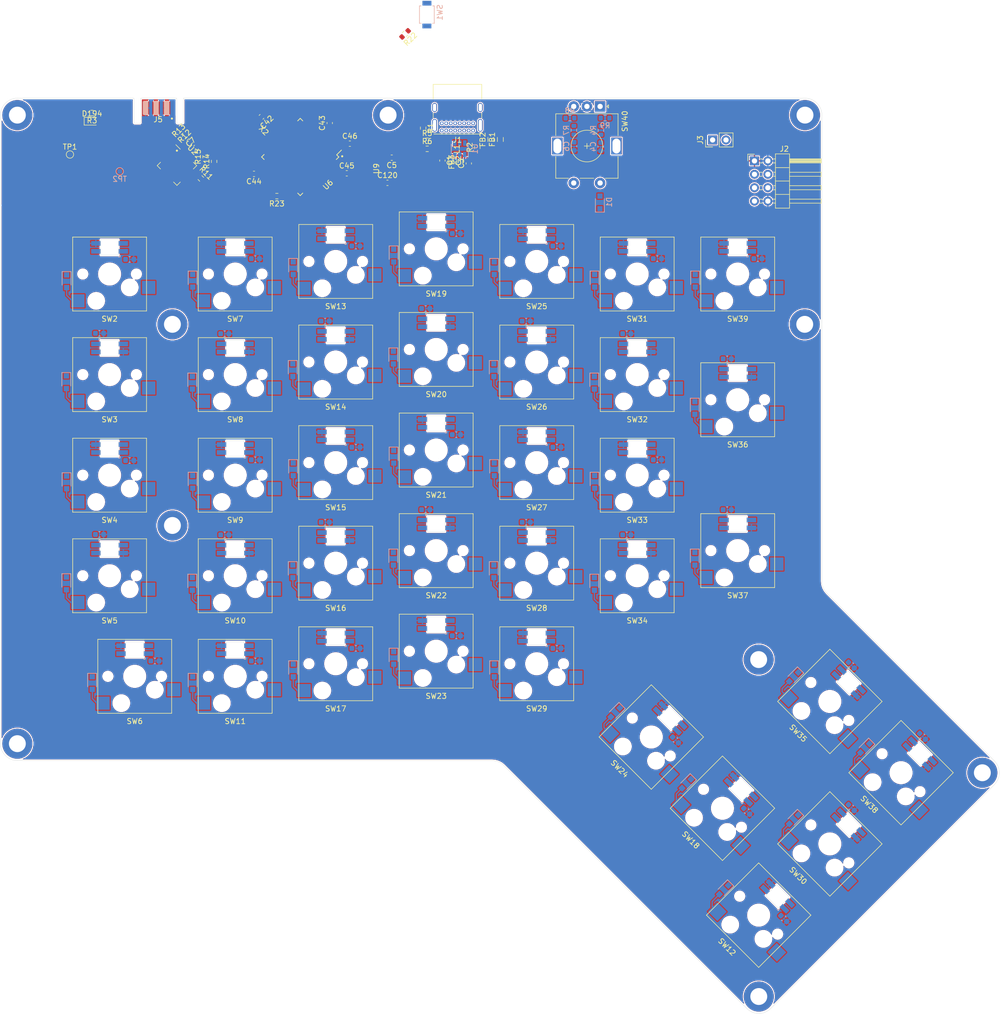
<source format=kicad_pcb>
(kicad_pcb (version 20171130) (host pcbnew "(5.1.8)-1")
  (layers (0 F.Cu signal) (31 B.Cu signal) (34 B.Paste user hide) (35 F.Paste user hide) (36 B.SilkS user hide) (37 F.SilkS user) (38 B.Mask user hide) (39 F.Mask user hide) (44 Edge.Cuts user))
  (net 0 "")
  (net 1 "Net-(C1-Pad2)")
  (net 2 VBUS)
  (net 3 GND)
  (net 4 +3V3)
  (net 5 "Net-(C43-Pad1)")
  (net 6 "Net-(D194-Pad1)")
  (net 7 "Net-(J1-PadA5)")
  (net 8 /USB_UPSTREAM/CD+)
  (net 9 /USB_UPSTREAM/CD-)
  (net 10 "Net-(J1-PadA8)")
  (net 11 "Net-(J1-PadB8)")
  (net 12 "Net-(J1-PadB5)")
  (net 13 /USB_UPSTREAM/D-)
  (net 14 /USB_UPSTREAM/D+)
  (net 15 "Net-(R23-Pad1)")
  (net 16 "Net-(U1-Pad1)")
  (net 17 "Net-(U1-Pad6)")
  (net 18 "Net-(U6-Pad1)")
  (net 19 +5V)
  (net 20 "Net-(U6-Pad8)")
  (net 21 "Net-(U6-Pad16)")
  (net 22 "Net-(U6-Pad17)")
  (net 23 "Net-(U6-Pad20)")
  (net 24 "Net-(U6-Pad21)")
  (net 25 "Net-(U6-Pad25)")
  (net 26 "Net-(U6-Pad28)")
  (net 27 "Net-(U6-Pad29)")
  (net 28 "Net-(U6-Pad31)")
  (net 29 "Net-(U6-Pad32)")
  (net 30 "Net-(U6-Pad36)")
  (net 31 "Net-(U6-Pad37)")
  (net 32 "Net-(SW2-Pad2)")
  (net 33 "Net-(SW2-Pad6)")
  (net 34 "Net-(SW2-Pad8)")
  (net 35 "Net-(SW3-Pad2)")
  (net 36 "Net-(SW3-Pad8)")
  (net 37 "Net-(SW4-Pad2)")
  (net 38 "Net-(SW4-Pad6)")
  (net 39 "Net-(SW4-Pad8)")
  (net 40 "Net-(SW5-Pad2)")
  (net 41 "Net-(SW10-Pad6)")
  (net 42 "Net-(SW6-Pad2)")
  (net 43 "Net-(SW11-Pad8)")
  (net 44 "/Switch Matrix/RGB_DIN")
  (net 45 "Net-(SW7-Pad2)")
  (net 46 "Net-(SW13-Pad8)")
  (net 47 "Net-(SW8-Pad2)")
  (net 48 "Net-(SW14-Pad6)")
  (net 49 "Net-(SW9-Pad2)")
  (net 50 "Net-(SW15-Pad8)")
  (net 51 "Net-(SW10-Pad2)")
  (net 52 "Net-(SW10-Pad8)")
  (net 53 "Net-(SW11-Pad2)")
  (net 54 "Net-(SW11-Pad6)")
  (net 55 "Net-(SW12-Pad2)")
  (net 56 "Net-(SW12-Pad8)")
  (net 57 "/Switch Matrix/RGB_L51")
  (net 58 "Net-(SW13-Pad2)")
  (net 59 "Net-(SW13-Pad6)")
  (net 60 "Net-(SW14-Pad2)")
  (net 61 "Net-(SW14-Pad8)")
  (net 62 "Net-(SW15-Pad2)")
  (net 63 "Net-(SW15-Pad6)")
  (net 64 "Net-(SW16-Pad2)")
  (net 65 "Net-(SW16-Pad8)")
  (net 66 "Net-(SW17-Pad2)")
  (net 67 "Net-(SW17-Pad6)")
  (net 68 "Net-(SW18-Pad2)")
  (net 69 "Net-(SW18-Pad8)")
  (net 70 "Net-(SW19-Pad2)")
  (net 71 "Net-(SW19-Pad6)")
  (net 72 "Net-(SW20-Pad2)")
  (net 73 "Net-(SW20-Pad8)")
  (net 74 "Net-(SW21-Pad2)")
  (net 75 "Net-(SW21-Pad6)")
  (net 76 "Net-(SW22-Pad2)")
  (net 77 "Net-(SW22-Pad8)")
  (net 78 "Net-(SW23-Pad2)")
  (net 79 "Net-(SW23-Pad6)")
  (net 80 "Net-(SW24-Pad2)")
  (net 81 "/Switch Matrix/RGB_L44")
  (net 82 "Net-(SW25-Pad2)")
  (net 83 "Net-(SW25-Pad6)")
  (net 84 "Net-(SW26-Pad2)")
  (net 85 "Net-(SW26-Pad8)")
  (net 86 "Net-(SW27-Pad2)")
  (net 87 "Net-(SW27-Pad6)")
  (net 88 "Net-(SW28-Pad2)")
  (net 89 "Net-(SW28-Pad8)")
  (net 90 "Net-(SW29-Pad2)")
  (net 91 "Net-(SW30-Pad2)")
  (net 92 "/Switch Matrix/RGB_L54")
  (net 93 "Net-(SW31-Pad2)")
  (net 94 "Net-(SW31-Pad6)")
  (net 95 "Net-(SW32-Pad2)")
  (net 96 "Net-(SW32-Pad8)")
  (net 97 "Net-(SW33-Pad2)")
  (net 98 "Net-(SW33-Pad6)")
  (net 99 "Net-(SW34-Pad2)")
  (net 100 "Net-(SW34-Pad8)")
  (net 101 "Net-(SW35-Pad2)")
  (net 102 "Net-(SW35-Pad8)")
  (net 103 "/Switch Matrix/RGB_L55")
  (net 104 "Net-(SW38-Pad2)")
  (net 105 "Net-(SW39-Pad2)")
  (net 106 "Net-(SW36-Pad2)")
  (net 107 "Net-(SW37-Pad2)")
  (net 108 "/Switch Matrix/ENCODER_A_L")
  (net 109 "/Switch Matrix/ENCODER_B_L")
  (net 110 /uController/MISO)
  (net 111 /uController/SCK)
  (net 112 /uController/MOSI)
  (net 113 /uController/RST)
  (net 114 /uController/nCAPS_LED)
  (net 115 "Net-(R4-Pad1)")
  (net 116 "Net-(R7-Pad1)")
  (net 117 "Net-(U9-Pad4)")
  (net 118 /USB_UPSTREAM/USB-)
  (net 119 /USB_UPSTREAM/USB+)
  (net 120 "Net-(R11-Pad1)")
  (net 121 "Net-(R12-Pad1)")
  (net 122 "Net-(R13-Pad1)")
  (net 123 "/IO Expander/COL[0]")
  (net 124 "/IO Expander/ROW[0]")
  (net 125 "/IO Expander/ROW[1]")
  (net 126 "/IO Expander/ROW[2]")
  (net 127 "/IO Expander/ROW[3]")
  (net 128 "/IO Expander/ROW[4]")
  (net 129 "/IO Expander/COL[1]")
  (net 130 "/IO Expander/ROW[5]")
  (net 131 "/IO Expander/COL[2]")
  (net 132 "/IO Expander/COL[3]")
  (net 133 "/IO Expander/COL[4]")
  (net 134 "/IO Expander/COL[5]")
  (net 135 "/IO Expander/COL[6]")
  (net 136 "/IO Expander/SCL")
  (net 137 "/IO Expander/SDA")
  (net 138 "Net-(U2-Pad22)")
  (net 139 "Net-(U2-Pad17)")
  (net 140 "Net-(U2-Pad8)")
  (net 141 "/Right Interface/RGB_DIN")
  (net 142 "/Right Interface/ENCODER_B_R")
  (net 143 "/Right Interface/ENCODER_A_R")
  (net 144 "Net-(D1-Pad2)")
  (net 145 "/IO Expander/ROW[6]")
  (net 146 "Net-(H1-Pad1)")
  (net 147 "Net-(H2-Pad1)")
  (net 148 "Net-(H3-Pad1)")
  (net 149 "Net-(H4-Pad1)")
  (net 150 "Net-(H5-Pad1)")
  (net 151 "Net-(H6-Pad1)")
  (net 152 "Net-(H7-Pad1)")
  (net 153 "Net-(H8-Pad1)")
  (net 154 "Net-(H9-Pad1)")
  (net 155 "Net-(H10-Pad1)")
  (net 156 "Net-(U6-Pad26)")
  (net 157 "Net-(U6-Pad27)")
  (net 158 "Net-(U6-Pad22)")
  (module custom_footprint_library:Conn_AVX_PCB_Edge_02x03 (layer F.Cu) (at 105.47096 57.44718 180)
    (fp_text reference J5 (at 2.6162 -2.17932) (layer F.SilkS))
    (fp_text value Conn_02x03_Odd_Even)
    (fp_arc (start -1.986819 -2.7432) (end -1.986819 -2.947981) (angle -90) (layer Edge.Cuts) (width 0.05))
    (fp_arc (start -1.096381 -2.7432) (end -0.8916 -2.7432) (angle -90) (layer Edge.Cuts) (width 0.05))
    (fp_arc (start 7.006219 -2.7432) (end 7.211 -2.7432) (angle -90) (layer Edge.Cuts) (width 0.05))
    (fp_arc (start 6.115781 -2.7432) (end 6.115781 -2.947981) (angle -90) (layer Edge.Cuts) (width 0.05))
    (fp_line (start -0.889 1.8542) (end 5.911 1.8542) (layer Edge.Cuts) (width 0.05))
    (fp_line (start 5.911 1.8542) (end 5.911 -2.7432) (layer Edge.Cuts) (width 0.05))
    (fp_line (start 7.211 1.8542) (end 7.211 -2.7432) (layer Edge.Cuts) (width 0.05))
    (fp_line (start 6.115781 -2.947981) (end 7.006219 -2.947981) (layer Edge.Cuts) (width 0.05))
    (fp_line (start -0.8916 1.8542) (end -0.8916 -2.7432) (layer Edge.Cuts) (width 0.05))
    (fp_line (start -2.1916 1.8542) (end -2.1916 -2.7432) (layer Edge.Cuts) (width 0.05))
    (fp_line (start -1.986819 -2.947981) (end -1.096381 -2.947981) (layer Edge.Cuts) (width 0.05))
    (pad 6 smd roundrect (at 5 0) (size 1 2.7) (layers B.Cu B.Adhes B.SilkS) (net 3 GND))
    (pad 5 smd roundrect (at 3 0) (size 1 2.7) (layers B.Cu B.Adhes B.SilkS) (net 113 /uController/RST))
    (pad 4 smd roundrect (at 1 0) (size 1 2.7) (layers B.Cu B.Adhes B.SilkS) (net 112 /uController/MOSI))
    (pad 3 smd roundrect (at 4 0) (size 1 2.7) (layers F.Cu F.Paste F.Mask) (net 111 /uController/SCK))
    (pad 2 smd roundrect (at 2 0) (size 1 2.7) (layers F.Cu F.Paste F.Mask) (net 4 +3V3))
    (pad 1 smd roundrect (at 0 0) (size 1 2.7) (layers F.Cu F.Paste F.Mask) (net 110 /uController/MISO))
  )
  (module Connector_PinHeader_2.54mm:PinHeader_1x02_P2.54mm_Vertical (layer F.Cu) (at 207.9625 63.5 90)
    (fp_text reference J3 (at 0 -2.33 90) (layer F.SilkS))
    (fp_text value Conn_01x02_Male)
    (pad 2 thru_hole oval (at 0 2.54 90) (size 1.7 1.7) (drill 1) (layers *.Cu *.Mask) (net 136 "/IO Expander/SCL"))
    (pad 1 thru_hole rect (at 0 0 90) (size 1.7 1.7) (drill 1) (layers *.Cu *.Mask) (net 137 "/IO Expander/SDA"))
  )
  (module Connector_PinHeader_2.54mm:PinHeader_2x04_P2.54mm_Horizontal (layer F.Cu) (at 215.9 67.46875)
    (fp_text reference J2 (at 5.655 -2.27) (layer F.SilkS))
    (fp_text value Right_Interface)
    (pad 8 thru_hole oval (at 2.54 7.62) (size 1.7 1.7) (drill 1) (layers *.Cu *.Mask) (net 3 GND))
    (pad 7 thru_hole oval (at 0 7.62) (size 1.7 1.7) (drill 1) (layers *.Cu *.Mask) (net 141 "/Right Interface/RGB_DIN"))
    (pad 6 thru_hole oval (at 2.54 5.08) (size 1.7 1.7) (drill 1) (layers *.Cu *.Mask) (net 142 "/Right Interface/ENCODER_B_R"))
    (pad 5 thru_hole oval (at 0 5.08) (size 1.7 1.7) (drill 1) (layers *.Cu *.Mask) (net 143 "/Right Interface/ENCODER_A_R"))
    (pad 4 thru_hole oval (at 2.54 2.54) (size 1.7 1.7) (drill 1) (layers *.Cu *.Mask) (net 136 "/IO Expander/SCL"))
    (pad 3 thru_hole oval (at 0 2.54) (size 1.7 1.7) (drill 1) (layers *.Cu *.Mask) (net 137 "/IO Expander/SDA"))
    (pad 2 thru_hole oval (at 2.54 0) (size 1.7 1.7) (drill 1) (layers *.Cu *.Mask) (net 3 GND))
    (pad 1 thru_hole rect (at 0 0) (size 1.7 1.7) (drill 1) (layers *.Cu *.Mask) (net 19 +5V))
  )
  (module custom_footprint_library:CherryMX_1.00u_KailhSocket_Integrated_Reversed (layer F.Cu) (at 98.425 165.1 180)
    (fp_text reference SW6 (at 0 -8.50646) (layer F.SilkS))
    (fp_text value L40)
    (fp_line (start 1.70374 6.55369) (end -1.69626 6.55369) (layer Edge.Cuts) (width 0.05))
    (fp_line (start 1.70374 3.55369) (end 1.70374 6.55369) (layer Edge.Cuts) (width 0.05))
    (fp_line (start -1.69626 6.55369) (end -1.69626 3.55369) (layer Edge.Cuts) (width 0.05))
    (fp_line (start -1.69626 3.55369) (end 1.70374 3.55369) (layer Edge.Cuts) (width 0.05))
    (pad 9 smd roundrect (at -3.04516 2.91592) (size 0.9 0.95) (layers B.Cu B.Paste B.Mask) (net 19 +5V))
    (pad 10 smd roundrect (at -4.59516 2.91592) (size 0.9 0.95) (layers B.Cu B.Paste B.Mask) (net 3 GND))
    (pad 4 smd rect (at 8.05688 -0.06858 270) (size 1 1) (layers B.Cu B.Paste B.Mask) (net 123 "/IO Expander/COL[0]"))
    (pad 3 smd rect (at 8.05688 -2.46858 270) (size 1 1) (layers B.Cu B.Paste B.Mask) (net 42 "Net-(SW6-Pad2)"))
    (pad "" np_thru_hole circle (at -5.07746 0.00381 180) (size 1.75 1.75) (drill 1.75) (layers *.Cu *.Mask))
    (pad "" np_thru_hole circle (at 5.08254 0.00381 180) (size 1.75 1.75) (drill 1.75) (layers *.Cu *.Mask))
    (pad "" np_thru_hole circle (at 2.54254 -5.07619 180) (size 3 3) (drill 3) (layers *.Cu *.Mask))
    (pad 1 smd rect (at -7.40626 -2.53631 180) (size 2.55 2.5) (layers B.Cu B.Paste B.Mask) (net 128 "/IO Expander/ROW[4]"))
    (pad "" np_thru_hole circle (at -3.80626 -2.53631 180) (size 3 3) (drill 3) (layers *.Cu *.Mask))
    (pad "" np_thru_hole circle (at 0.00374 0.00369 180) (size 4 4) (drill 4) (layers *.Cu *.Mask))
    (pad 8 smd rect (at 2.60374 4.30369 180) (size 1.8 0.9) (layers B.Cu B.Paste B.Mask) (net 44 "/Switch Matrix/RGB_DIN"))
    (pad 2 smd rect (at 6.01874 -5.07631 180) (size 2.55 2.5) (layers B.Cu B.Paste B.Mask) (net 42 "Net-(SW6-Pad2)"))
    (pad 7 smd rect (at 2.60374 5.80369 180) (size 1.8 0.9) (layers B.Cu B.Paste B.Mask) (net 3 GND))
    (pad 6 smd rect (at -2.59626 5.80369 180) (size 1.8 0.9) (layers B.Cu B.Paste B.Mask) (net 43 "Net-(SW11-Pad8)"))
    (pad 5 smd rect (at -2.59626 4.30369 180) (size 1.8 0.9) (layers B.Cu B.Paste B.Mask) (net 19 +5V))
  )
  (module mounting_hole:MountingHole_3.2mm_M3_ISO7380_Pad (layer F.Cu) (at 216.69375 161.925)
    (fp_text reference H10 hide)
    (fp_text value MountingHole_Pad)
    (pad 1 thru_hole circle (at 0 0) (size 5.7 5.7) (drill 3.2) (layers *.Cu *.Mask) (net 155 "Net-(H10-Pad1)"))
  )
  (module mounting_hole:MountingHole_3.2mm_M3_ISO7380_Pad (layer F.Cu) (at 225.425 98.425)
    (fp_text reference H9 hide)
    (fp_text value MountingHole_Pad)
    (pad 1 thru_hole circle (at 0 0) (size 5.7 5.7) (drill 3.2) (layers *.Cu *.Mask) (net 154 "Net-(H9-Pad1)"))
  )
  (module mounting_hole:MountingHole_3.2mm_M3_ISO7380_Pad (layer F.Cu) (at 225.47834 58.79592)
    (fp_text reference H8 hide)
    (fp_text value MountingHole_Pad)
    (pad 1 thru_hole circle (at 0 0) (size 5.7 5.7) (drill 3.2) (layers *.Cu *.Mask) (net 153 "Net-(H8-Pad1)"))
  )
  (module mounting_hole:MountingHole_3.2mm_M3_ISO7380_Pad (layer F.Cu) (at 105.56875 98.425)
    (fp_text reference H7 hide)
    (fp_text value MountingHole_Pad)
    (pad 1 thru_hole circle (at 0 0) (size 5.7 5.7) (drill 3.2) (layers *.Cu *.Mask) (net 152 "Net-(H7-Pad1)"))
  )
  (module mounting_hole:MountingHole_3.2mm_M3_ISO7380_Pad (layer F.Cu) (at 259.09519 183.36001)
    (fp_text reference H6 hide)
    (fp_text value MountingHole_Pad)
    (pad 1 thru_hole circle (at 0 0) (size 5.7 5.7) (drill 3.2) (layers *.Cu *.Mask) (net 151 "Net-(H6-Pad1)"))
  )
  (module mounting_hole:MountingHole_3.2mm_M3_ISO7380_Pad (layer F.Cu) (at 146.45386 58.80354)
    (fp_text reference H5 hide)
    (fp_text value MountingHole_Pad)
    (pad 1 thru_hole circle (at 0 0) (size 5.7 5.7) (drill 3.2) (layers *.Cu *.Mask) (net 150 "Net-(H5-Pad1)"))
  )
  (module mounting_hole:MountingHole_3.2mm_M3_ISO7380_Pad (layer F.Cu) (at 105.56875 136.525)
    (fp_text reference H4 hide)
    (fp_text value MountingHole_Pad)
    (pad 1 thru_hole circle (at 0 0) (size 5.7 5.7) (drill 3.2) (layers *.Cu *.Mask) (net 149 "Net-(H4-Pad1)"))
  )
  (module mounting_hole:MountingHole_3.2mm_M3_ISO7380_Pad (layer F.Cu) (at 216.71539 225.74499)
    (fp_text reference H3 hide)
    (fp_text value MountingHole_Pad)
    (pad 1 thru_hole circle (at 0 0) (size 5.7 5.7) (drill 3.2) (layers *.Cu *.Mask) (net 148 "Net-(H3-Pad1)"))
  )
  (module mounting_hole:MountingHole_3.2mm_M3_ISO7380_Pad (layer F.Cu) (at 76.1746 177.8508)
    (fp_text reference H2 hide)
    (fp_text value MountingHole_Pad)
    (pad 1 thru_hole circle (at 0 0) (size 5.7 5.7) (drill 3.2) (layers *.Cu *.Mask) (net 147 "Net-(H2-Pad1)"))
  )
  (module mounting_hole:MountingHole_3.2mm_M3_ISO7380_Pad (layer F.Cu) (at 76.17714 58.79846)
    (fp_text reference H1 hide)
    (fp_text value MountingHole_Pad)
    (pad 1 thru_hole circle (at 0 0) (size 5.7 5.7) (drill 3.2) (layers *.Cu *.Mask) (net 146 "Net-(H1-Pad1)"))
  )
  (module Capacitor_smd:C_0603_1608Metric (layer F.Cu) (at 110.046472 64.938488 45)
    (fp_text reference C7 (at 0 -1.43 45) (layer F.SilkS))
    (fp_text value 100nF)
    (pad 1 smd roundrect (at -0.775 0 45) (size 0.9 0.95) (layers F.Cu F.Paste F.Mask) (net 4 +3V3))
    (pad 2 smd roundrect (at 0.775 0 45) (size 0.9 0.95) (layers F.Cu F.Paste F.Mask) (net 3 GND))
  )
  (module custom_footprint_library:SOD323_HS (layer B.Cu) (at 186.60872 76.53752 90)
    (fp_text reference D1 (at 1.24714 1.75768 270) (layer B.SilkS) (effects (justify mirror)))
    (fp_text value D)
    (pad 1 smd rect (at 0 0 90) (size 1 1) (layers B.Cu B.Paste B.Mask) (net 135 "/IO Expander/COL[6]"))
    (pad 2 smd rect (at 2.4 0 90) (size 1 1) (layers B.Cu B.Paste B.Mask) (net 144 "Net-(D1-Pad2)"))
  )
  (module resistor_smd:R_0603_1608Metric (layer F.Cu) (at 111.85144 66.6877 90)
    (fp_text reference R15 (at 0 -1.43 90) (layer F.SilkS))
    (fp_text value 2K2)
    (pad 2 smd roundrect (at 0.825 0 90) (size 0.8 0.95) (layers F.Cu F.Paste F.Mask) (net 137 "/IO Expander/SDA"))
    (pad 1 smd roundrect (at -0.825 0 90) (size 0.8 0.95) (layers F.Cu F.Paste F.Mask) (net 4 +3V3))
  )
  (module resistor_smd:R_0603_1608Metric (layer F.Cu) (at 113.46942 67.5635 90)
    (fp_text reference R14 (at 0 -1.43 90) (layer F.SilkS))
    (fp_text value 2K2)
    (pad 2 smd roundrect (at 0.825 0 90) (size 0.8 0.95) (layers F.Cu F.Paste F.Mask) (net 136 "/IO Expander/SCL"))
    (pad 1 smd roundrect (at -0.825 0 90) (size 0.8 0.95) (layers F.Cu F.Paste F.Mask) (net 4 +3V3))
  )
  (module custom_footprint_library:QFN-24_EP_5x5_Pitch0.5mm (layer F.Cu) (at 106.42561 68.36371 315)
    (fp_text reference U2 (at 0 -4.2 135) (layer F.SilkS))
    (fp_text value PCAL9555AHF)
    (pad 25 smd rect (at 0.7875 0.7875 315) (size 0.525 0.525) (layers F.Cu F.Paste F.Mask) (net 3 GND))
    (pad 25 smd rect (at 0.7875 0.2625 315) (size 0.525 0.525) (layers F.Cu F.Paste F.Mask) (net 3 GND))
    (pad 25 smd rect (at 0.7875 -0.2625 315) (size 0.525 0.525) (layers F.Cu F.Paste F.Mask) (net 3 GND))
    (pad 25 smd rect (at 0.7875 -0.7875 315) (size 0.525 0.525) (layers F.Cu F.Paste F.Mask) (net 3 GND))
    (pad 25 smd rect (at 0.2625 0.7875 315) (size 0.525 0.525) (layers F.Cu F.Paste F.Mask) (net 3 GND))
    (pad 25 smd rect (at 0.2625 0.2625 315) (size 0.525 0.525) (layers F.Cu F.Paste F.Mask) (net 3 GND))
    (pad 25 smd rect (at 0.2625 -0.2625 315) (size 0.525 0.525) (layers F.Cu F.Paste F.Mask) (net 3 GND))
    (pad 25 smd rect (at 0.2625 -0.7875 315) (size 0.525 0.525) (layers F.Cu F.Paste F.Mask) (net 3 GND))
    (pad 25 smd rect (at -0.2625 0.7875 315) (size 0.525 0.525) (layers F.Cu F.Paste F.Mask) (net 3 GND))
    (pad 25 smd rect (at -0.2625 0.2625 315) (size 0.525 0.525) (layers F.Cu F.Paste F.Mask) (net 3 GND))
    (pad 25 smd rect (at -0.2625 -0.2625 315) (size 0.525 0.525) (layers F.Cu F.Paste F.Mask) (net 3 GND))
    (pad 25 smd rect (at -0.2625 -0.7875 315) (size 0.525 0.525) (layers F.Cu F.Paste F.Mask) (net 3 GND))
    (pad 25 smd rect (at -0.7875 0.7875 315) (size 0.525 0.525) (layers F.Cu F.Paste F.Mask) (net 3 GND))
    (pad 25 smd rect (at -0.7875 0.2625 315) (size 0.525 0.525) (layers F.Cu F.Paste F.Mask) (net 3 GND))
    (pad 25 smd rect (at -0.7875 -0.2625 315) (size 0.525 0.525) (layers F.Cu F.Paste F.Mask) (net 3 GND))
    (pad 25 smd rect (at -0.7875 -0.7875 315) (size 0.525 0.525) (layers F.Cu F.Paste F.Mask) (net 3 GND))
    (pad 24 smd oval (at -1.25 -2.05 315) (size 0.24 0.9) (layers F.Cu F.Paste F.Mask) (net 122 "Net-(R13-Pad1)"))
    (pad 23 smd oval (at -0.75 -2.05 315) (size 0.24 0.9) (layers F.Cu F.Paste F.Mask) (net 121 "Net-(R12-Pad1)"))
    (pad 22 smd oval (at -0.25 -2.05 315) (size 0.24 0.9) (layers F.Cu F.Paste F.Mask) (net 138 "Net-(U2-Pad22)"))
    (pad 21 smd oval (at 0.25 -2.05 315) (size 0.24 0.9) (layers F.Cu F.Paste F.Mask) (net 4 +3V3))
    (pad 20 smd oval (at 0.75 -2.05 315) (size 0.24 0.9) (layers F.Cu F.Paste F.Mask) (net 136 "/IO Expander/SCL"))
    (pad 19 smd oval (at 1.25 -2.05 315) (size 0.24 0.9) (layers F.Cu F.Paste F.Mask) (net 137 "/IO Expander/SDA"))
    (pad 18 smd oval (at 2.05 -1.25 45) (size 0.24 0.9) (layers F.Cu F.Paste F.Mask) (net 120 "Net-(R11-Pad1)"))
    (pad 17 smd oval (at 2.05 -0.75 45) (size 0.24 0.9) (layers F.Cu F.Paste F.Mask) (net 139 "Net-(U2-Pad17)"))
    (pad 16 smd oval (at 2.05 -0.25 45) (size 0.24 0.9) (layers F.Cu F.Paste F.Mask) (net 135 "/IO Expander/COL[6]"))
    (pad 15 smd oval (at 2.05 0.25 45) (size 0.24 0.9) (layers F.Cu F.Paste F.Mask) (net 134 "/IO Expander/COL[5]"))
    (pad 14 smd oval (at 2.05 0.75 45) (size 0.24 0.9) (layers F.Cu F.Paste F.Mask) (net 133 "/IO Expander/COL[4]"))
    (pad 13 smd oval (at 2.05 1.25 45) (size 0.24 0.9) (layers F.Cu F.Paste F.Mask) (net 132 "/IO Expander/COL[3]"))
    (pad 12 smd oval (at 1.25 2.05 315) (size 0.24 0.9) (layers F.Cu F.Paste F.Mask) (net 131 "/IO Expander/COL[2]"))
    (pad 11 smd oval (at 0.75 2.05 315) (size 0.24 0.9) (layers F.Cu F.Paste F.Mask) (net 129 "/IO Expander/COL[1]"))
    (pad 10 smd oval (at 0.25 2.05 315) (size 0.24 0.9) (layers F.Cu F.Paste F.Mask) (net 123 "/IO Expander/COL[0]"))
    (pad 9 smd oval (at -0.25 2.05 315) (size 0.24 0.9) (layers F.Cu F.Paste F.Mask) (net 3 GND))
    (pad 8 smd oval (at -0.75 2.05 315) (size 0.24 0.9) (layers F.Cu F.Paste F.Mask) (net 140 "Net-(U2-Pad8)"))
    (pad 7 smd oval (at -1.25 2.05 315) (size 0.24 0.9) (layers F.Cu F.Paste F.Mask) (net 145 "/IO Expander/ROW[6]"))
    (pad 6 smd oval (at -2.05 1.25 45) (size 0.24 0.9) (layers F.Cu F.Paste F.Mask) (net 130 "/IO Expander/ROW[5]"))
    (pad 5 smd oval (at -2.05 0.75 45) (size 0.24 0.9) (layers F.Cu F.Paste F.Mask) (net 128 "/IO Expander/ROW[4]"))
    (pad 4 smd oval (at -2.05 0.25 45) (size 0.24 0.9) (layers F.Cu F.Paste F.Mask) (net 127 "/IO Expander/ROW[3]"))
    (pad 3 smd oval (at -2.05 -0.25 45) (size 0.24 0.9) (layers F.Cu F.Paste F.Mask) (net 126 "/IO Expander/ROW[2]"))
    (pad 2 smd oval (at -2.05 -0.75 45) (size 0.24 0.9) (layers F.Cu F.Paste F.Mask) (net 125 "/IO Expander/ROW[1]"))
    (pad 1 smd oval (at -2.05 -1.25 45) (size 0.24 0.9) (layers F.Cu F.Paste F.Mask) (net 124 "/IO Expander/ROW[0]"))
  )
  (module resistor_smd:R_0603_1608Metric (layer F.Cu) (at 107.77448 62.72048 45)
    (fp_text reference R13 (at 0 -1.43 45) (layer F.SilkS))
    (fp_text value 10K)
    (pad 2 smd roundrect (at 0.825 0 45) (size 0.8 0.95) (layers F.Cu F.Paste F.Mask) (net 3 GND))
    (pad 1 smd roundrect (at -0.825 0 45) (size 0.8 0.95) (layers F.Cu F.Paste F.Mask) (net 122 "Net-(R13-Pad1)"))
  )
  (module resistor_smd:R_0603_1608Metric (layer F.Cu) (at 108.86448 63.81048 45)
    (fp_text reference R12 (at 0 -1.43 45) (layer F.SilkS))
    (fp_text value 10K)
    (pad 2 smd roundrect (at 0.825 0 45) (size 0.8 0.95) (layers F.Cu F.Paste F.Mask) (net 4 +3V3))
    (pad 1 smd roundrect (at -0.825 0 45) (size 0.8 0.95) (layers F.Cu F.Paste F.Mask) (net 121 "Net-(R12-Pad1)"))
  )
  (module resistor_smd:R_0603_1608Metric (layer F.Cu) (at 110.94936 70.78996 315)
    (fp_text reference R11 (at 0 -1.43 135) (layer F.SilkS))
    (fp_text value 10K)
    (pad 2 smd roundrect (at 0.825 0 315) (size 0.8 0.95) (layers F.Cu F.Paste F.Mask) (net 3 GND))
    (pad 1 smd roundrect (at -0.825 0 315) (size 0.8 0.95) (layers F.Cu F.Paste F.Mask) (net 120 "Net-(R11-Pad1)"))
  )
  (module custom_footprint_library:CherryMX_1.50u_KailhSocket_Integrated_Vertical (layer F.Cu) (at 212.725 141.2875 180)
    (fp_text reference SW37 (at 0 -8.50646) (layer F.SilkS))
    (fp_text value L36)
    (fp_line (start 1.70254 6.55254) (end -1.69746 6.55254) (layer Edge.Cuts) (width 0.05))
    (fp_line (start -1.69746 6.55254) (end -1.69746 3.55254) (layer Edge.Cuts) (width 0.05))
    (fp_line (start 1.70254 3.55254) (end 1.70254 6.55254) (layer Edge.Cuts) (width 0.05))
    (fp_line (start -1.69746 3.55254) (end 1.70254 3.55254) (layer Edge.Cuts) (width 0.05))
    (pad 9 smd roundrect (at 2.76636 7.74954) (size 0.9 0.95) (layers B.Cu B.Paste B.Mask) (net 19 +5V))
    (pad 4 smd rect (at 8.12292 -0.34036 270) (size 1 1) (layers B.Cu B.Paste B.Mask) (net 135 "/IO Expander/COL[6]"))
    (pad 3 smd rect (at 8.12292 -2.74036 270) (size 1 1) (layers B.Cu B.Paste B.Mask) (net 107 "Net-(SW37-Pad2)"))
    (pad 10 smd roundrect (at 1.21636 7.74954) (size 0.9 0.95) (layers B.Cu B.Paste B.Mask) (net 3 GND))
    (pad 6 smd rect (at 2.60254 4.30254 180) (size 1.8 0.9) (layers B.Cu B.Paste B.Mask) (net 100 "Net-(SW34-Pad8)"))
    (pad "" np_thru_hole circle (at 2.54254 -5.07746 180) (size 3 3) (drill 3) (layers *.Cu *.Mask))
    (pad 8 smd rect (at -2.59746 5.80254 180) (size 1.8 0.9) (layers B.Cu B.Paste B.Mask) (net 103 "/Switch Matrix/RGB_L55"))
    (pad 5 smd rect (at 2.60254 5.80254 180) (size 1.8 0.9) (layers B.Cu B.Paste B.Mask) (net 19 +5V))
    (pad 7 smd rect (at -2.59746 4.30254 180) (size 1.8 0.9) (layers B.Cu B.Paste B.Mask) (net 3 GND))
    (pad "" np_thru_hole circle (at -5.07746 0.00381 180) (size 1.75 1.75) (drill 1.75) (layers *.Cu *.Mask))
    (pad "" np_thru_hole circle (at 5.08254 0.00381 180) (size 1.75 1.75) (drill 1.75) (layers *.Cu *.Mask))
    (pad 1 smd rect (at -7.40626 -2.53631 180) (size 2.55 2.5) (layers B.Cu B.Paste B.Mask) (net 127 "/IO Expander/ROW[3]"))
    (pad "" np_thru_hole circle (at -3.80626 -2.53631 180) (size 3 3) (drill 3) (layers *.Cu *.Mask))
    (pad "" np_thru_hole circle (at 0.00374 0.00369 180) (size 4 4) (drill 4) (layers *.Cu *.Mask))
    (pad 2 smd rect (at 6.01874 -5.07631 180) (size 2.55 2.5) (layers B.Cu B.Paste B.Mask) (net 107 "Net-(SW37-Pad2)"))
  )
  (module custom_footprint_library:CherryMX_1.50u_KailhSocket_Integrated_Vertical (layer F.Cu) (at 212.725 112.7125 180)
    (fp_text reference SW36 (at 0 -8.50646) (layer F.SilkS))
    (fp_text value L16)
    (fp_line (start 1.70254 6.55254) (end -1.69746 6.55254) (layer Edge.Cuts) (width 0.05))
    (fp_line (start -1.69746 6.55254) (end -1.69746 3.55254) (layer Edge.Cuts) (width 0.05))
    (fp_line (start 1.70254 3.55254) (end 1.70254 6.55254) (layer Edge.Cuts) (width 0.05))
    (fp_line (start -1.69746 3.55254) (end 1.70254 3.55254) (layer Edge.Cuts) (width 0.05))
    (pad 9 smd roundrect (at 2.76636 7.74954) (size 0.9 0.95) (layers B.Cu B.Paste B.Mask) (net 19 +5V))
    (pad 4 smd rect (at 8.12292 -0.34036 270) (size 1 1) (layers B.Cu B.Paste B.Mask) (net 135 "/IO Expander/COL[6]"))
    (pad 3 smd rect (at 8.12292 -2.74036 270) (size 1 1) (layers B.Cu B.Paste B.Mask) (net 106 "Net-(SW36-Pad2)"))
    (pad 10 smd roundrect (at 1.21636 7.74954) (size 0.9 0.95) (layers B.Cu B.Paste B.Mask) (net 3 GND))
    (pad 6 smd rect (at 2.60254 4.30254 180) (size 1.8 0.9) (layers B.Cu B.Paste B.Mask) (net 96 "Net-(SW32-Pad8)"))
    (pad "" np_thru_hole circle (at 2.54254 -5.07746 180) (size 3 3) (drill 3) (layers *.Cu *.Mask))
    (pad 8 smd rect (at -2.59746 5.80254 180) (size 1.8 0.9) (layers B.Cu B.Paste B.Mask) (net 98 "Net-(SW33-Pad6)"))
    (pad 5 smd rect (at 2.60254 5.80254 180) (size 1.8 0.9) (layers B.Cu B.Paste B.Mask) (net 19 +5V))
    (pad 7 smd rect (at -2.59746 4.30254 180) (size 1.8 0.9) (layers B.Cu B.Paste B.Mask) (net 3 GND))
    (pad "" np_thru_hole circle (at -5.07746 0.00381 180) (size 1.75 1.75) (drill 1.75) (layers *.Cu *.Mask))
    (pad "" np_thru_hole circle (at 5.08254 0.00381 180) (size 1.75 1.75) (drill 1.75) (layers *.Cu *.Mask))
    (pad 1 smd rect (at -7.40626 -2.53631 180) (size 2.55 2.5) (layers B.Cu B.Paste B.Mask) (net 125 "/IO Expander/ROW[1]"))
    (pad "" np_thru_hole circle (at -3.80626 -2.53631 180) (size 3 3) (drill 3) (layers *.Cu *.Mask))
    (pad "" np_thru_hole circle (at 0.00374 0.00369 180) (size 4 4) (drill 4) (layers *.Cu *.Mask))
    (pad 2 smd rect (at 6.01874 -5.07631 180) (size 2.55 2.5) (layers B.Cu B.Paste B.Mask) (net 106 "Net-(SW36-Pad2)"))
  )
  (module custom_footprint_library:CherryMX_2.00u_KailhSocket_Integrated_Vertical_Reversed (layer F.Cu) (at 196.33819 176.59604 135)
    (fp_text reference SW24 (at 0 -8.50646 135) (layer F.SilkS))
    (fp_text value L53)
    (fp_line (start 1.70374 6.55369) (end -1.69626 6.55369) (layer Edge.Cuts) (width 0.05))
    (fp_line (start 1.70374 3.55369) (end 1.70374 6.55369) (layer Edge.Cuts) (width 0.05))
    (fp_line (start -1.69626 6.55369) (end -1.69626 3.55369) (layer Edge.Cuts) (width 0.05))
    (fp_line (start -1.69626 3.55369) (end 1.70374 3.55369) (layer Edge.Cuts) (width 0.05))
    (pad 9 smd roundrect (at -2.87244 2.85242 315) (size 0.9 0.95) (layers B.Cu B.Paste B.Mask) (net 19 +5V))
    (pad 4 smd rect (at 8.11276 -0.32258 225) (size 1 1) (layers B.Cu B.Paste B.Mask) (net 132 "/IO Expander/COL[3]"))
    (pad 3 smd rect (at 8.11276 -2.72258 225) (size 1 1) (layers B.Cu B.Paste B.Mask) (net 80 "Net-(SW24-Pad2)"))
    (pad 10 smd roundrect (at -4.42244 2.85242 315) (size 0.9 0.95) (layers B.Cu B.Paste B.Mask) (net 3 GND))
    (pad "" np_thru_hole circle (at -5.07746 0.00381 135) (size 1.75 1.75) (drill 1.75) (layers *.Cu *.Mask))
    (pad "" np_thru_hole circle (at 5.08254 0.00381 135) (size 1.75 1.75) (drill 1.75) (layers *.Cu *.Mask))
    (pad "" np_thru_hole circle (at 2.54254 -5.07619 135) (size 3 3) (drill 3) (layers *.Cu *.Mask))
    (pad 1 smd rect (at -7.40626 -2.53631 135) (size 2.55 2.5) (layers B.Cu B.Paste B.Mask) (net 130 "/IO Expander/ROW[5]"))
    (pad "" np_thru_hole circle (at -3.80626 -2.53631 135) (size 3 3) (drill 3) (layers *.Cu *.Mask))
    (pad "" np_thru_hole circle (at 0.00374 0.00369 135) (size 4 4) (drill 4) (layers *.Cu *.Mask))
    (pad 8 smd rect (at 2.60374 4.30369 135) (size 1.8 0.9) (layers B.Cu B.Paste B.Mask) (net 81 "/Switch Matrix/RGB_L44"))
    (pad 2 smd rect (at 6.01874 -5.07631 135) (size 2.55 2.5) (layers B.Cu B.Paste B.Mask) (net 80 "Net-(SW24-Pad2)"))
    (pad 7 smd rect (at 2.60374 5.80369 135) (size 1.8 0.9) (layers B.Cu B.Paste B.Mask) (net 3 GND))
    (pad 6 smd rect (at -2.59626 5.80369 135) (size 1.8 0.9) (layers B.Cu B.Paste B.Mask) (net 69 "Net-(SW18-Pad8)"))
    (pad 5 smd rect (at -2.59626 4.30369 135) (size 1.8 0.9) (layers B.Cu B.Paste B.Mask) (net 19 +5V))
  )
  (module custom_footprint_library:CherryMX_2.00u_KailhSocket_Integrated_Vertical_Reversed (layer F.Cu) (at 209.83194 190.08979 135)
    (fp_text reference SW18 (at 0 -8.50646 135) (layer F.SilkS))
    (fp_text value L52)
    (fp_line (start 1.70374 6.55369) (end -1.69626 6.55369) (layer Edge.Cuts) (width 0.05))
    (fp_line (start 1.70374 3.55369) (end 1.70374 6.55369) (layer Edge.Cuts) (width 0.05))
    (fp_line (start -1.69626 6.55369) (end -1.69626 3.55369) (layer Edge.Cuts) (width 0.05))
    (fp_line (start -1.69626 3.55369) (end 1.70374 3.55369) (layer Edge.Cuts) (width 0.05))
    (pad 9 smd roundrect (at -2.87244 2.85242 315) (size 0.9 0.95) (layers B.Cu B.Paste B.Mask) (net 19 +5V))
    (pad 4 smd rect (at 8.11276 -0.32258 225) (size 1 1) (layers B.Cu B.Paste B.Mask) (net 131 "/IO Expander/COL[2]"))
    (pad 3 smd rect (at 8.11276 -2.72258 225) (size 1 1) (layers B.Cu B.Paste B.Mask) (net 68 "Net-(SW18-Pad2)"))
    (pad 10 smd roundrect (at -4.42244 2.85242 315) (size 0.9 0.95) (layers B.Cu B.Paste B.Mask) (net 3 GND))
    (pad "" np_thru_hole circle (at -5.07746 0.00381 135) (size 1.75 1.75) (drill 1.75) (layers *.Cu *.Mask))
    (pad "" np_thru_hole circle (at 5.08254 0.00381 135) (size 1.75 1.75) (drill 1.75) (layers *.Cu *.Mask))
    (pad "" np_thru_hole circle (at 2.54254 -5.07619 135) (size 3 3) (drill 3) (layers *.Cu *.Mask))
    (pad 1 smd rect (at -7.40626 -2.53631 135) (size 2.55 2.5) (layers B.Cu B.Paste B.Mask) (net 130 "/IO Expander/ROW[5]"))
    (pad "" np_thru_hole circle (at -3.80626 -2.53631 135) (size 3 3) (drill 3) (layers *.Cu *.Mask))
    (pad "" np_thru_hole circle (at 0.00374 0.00369 135) (size 4 4) (drill 4) (layers *.Cu *.Mask))
    (pad 8 smd rect (at 2.60374 4.30369 135) (size 1.8 0.9) (layers B.Cu B.Paste B.Mask) (net 69 "Net-(SW18-Pad8)"))
    (pad 2 smd rect (at 6.01874 -5.07631 135) (size 2.55 2.5) (layers B.Cu B.Paste B.Mask) (net 68 "Net-(SW18-Pad2)"))
    (pad 7 smd rect (at 2.60374 5.80369 135) (size 1.8 0.9) (layers B.Cu B.Paste B.Mask) (net 3 GND))
    (pad 6 smd rect (at -2.59626 5.80369 135) (size 1.8 0.9) (layers B.Cu B.Paste B.Mask) (net 56 "Net-(SW12-Pad8)"))
    (pad 5 smd rect (at -2.59626 4.30369 135) (size 1.8 0.9) (layers B.Cu B.Paste B.Mask) (net 19 +5V))
  )
  (module custom_footprint_library:CherryMX_1.50u_KailhSocket_Integrated (layer F.Cu) (at 93.6625 146.05 180)
    (fp_text reference SW5 (at 0 -8.50646) (layer F.SilkS))
    (fp_text value L30)
    (fp_line (start 1.70254 6.55254) (end -1.69746 6.55254) (layer Edge.Cuts) (width 0.05))
    (fp_line (start -1.69746 6.55254) (end -1.69746 3.55254) (layer Edge.Cuts) (width 0.05))
    (fp_line (start 1.70254 3.55254) (end 1.70254 6.55254) (layer Edge.Cuts) (width 0.05))
    (fp_line (start -1.69746 3.55254) (end 1.70254 3.55254) (layer Edge.Cuts) (width 0.05))
    (pad 9 smd roundrect (at 2.69016 7.83082) (size 0.9 0.95) (layers B.Cu B.Paste B.Mask) (net 19 +5V))
    (pad 4 smd rect (at 8.18896 -0.24638 270) (size 1 1) (layers B.Cu B.Paste B.Mask) (net 123 "/IO Expander/COL[0]"))
    (pad 3 smd rect (at 8.18896 -2.64638 270) (size 1 1) (layers B.Cu B.Paste B.Mask) (net 40 "Net-(SW5-Pad2)"))
    (pad 10 smd roundrect (at 1.14016 7.83082) (size 0.9 0.95) (layers B.Cu B.Paste B.Mask) (net 3 GND))
    (pad "" np_thru_hole circle (at 5.08254 0.00254 180) (size 1.75 1.75) (drill 1.75) (layers *.Cu *.Mask))
    (pad "" np_thru_hole circle (at 2.54254 -5.07746 180) (size 3 3) (drill 3) (layers *.Cu *.Mask))
    (pad "" np_thru_hole circle (at -3.80746 -2.53746 180) (size 3 3) (drill 3) (layers *.Cu *.Mask))
    (pad "" np_thru_hole circle (at -5.07746 0.00254 180) (size 1.75 1.75) (drill 1.75) (layers *.Cu *.Mask))
    (pad "" np_thru_hole circle (at 0.00254 0.00254 180) (size 4 4) (drill 4) (layers *.Cu *.Mask))
    (pad 6 smd rect (at 2.60254 4.30254 180) (size 1.8 0.9) (layers B.Cu B.Paste B.Mask) (net 39 "Net-(SW4-Pad8)"))
    (pad 8 smd rect (at -2.59746 5.80254 180) (size 1.8 0.9) (layers B.Cu B.Paste B.Mask) (net 41 "Net-(SW10-Pad6)"))
    (pad 5 smd rect (at 2.60254 5.80254 180) (size 1.8 0.9) (layers B.Cu B.Paste B.Mask) (net 19 +5V))
    (pad 7 smd rect (at -2.59746 4.30254 180) (size 1.8 0.9) (layers B.Cu B.Paste B.Mask) (net 3 GND))
    (pad 1 smd rect (at -7.40626 -2.53631 180) (size 2.55 2.5) (layers B.Cu B.Paste B.Mask) (net 127 "/IO Expander/ROW[3]"))
    (pad 2 smd rect (at 6.01874 -5.07631 180) (size 2.55 2.5) (layers B.Cu B.Paste B.Mask) (net 40 "Net-(SW5-Pad2)"))
  )
  (module custom_footprint_library:CherryMX_1.50u_KailhSocket_Integrated_Reversed (layer F.Cu) (at 93.6625 127 180)
    (fp_text reference SW4 (at 0 -8.50646) (layer F.SilkS))
    (fp_text value L20)
    (fp_line (start -1.69626 3.55369) (end 1.70374 3.55369) (layer Edge.Cuts) (width 0.05))
    (fp_line (start -1.69626 6.55369) (end -1.69626 3.55369) (layer Edge.Cuts) (width 0.05))
    (fp_line (start 1.70374 3.55369) (end 1.70374 6.55369) (layer Edge.Cuts) (width 0.05))
    (fp_line (start 1.70374 6.55369) (end -1.69626 6.55369) (layer Edge.Cuts) (width 0.05))
    (pad 9 smd roundrect (at -3.02484 2.77622) (size 0.9 0.95) (layers B.Cu B.Paste B.Mask) (net 19 +5V))
    (pad 4 smd rect (at 8.13816 -0.17018 270) (size 1 1) (layers B.Cu B.Paste B.Mask) (net 123 "/IO Expander/COL[0]"))
    (pad 3 smd rect (at 8.13816 -2.57018 270) (size 1 1) (layers B.Cu B.Paste B.Mask) (net 37 "Net-(SW4-Pad2)"))
    (pad 10 smd roundrect (at -4.57484 2.77622) (size 0.9 0.95) (layers B.Cu B.Paste B.Mask) (net 3 GND))
    (pad "" np_thru_hole circle (at 2.54254 -5.07746 180) (size 3 3) (drill 3) (layers *.Cu *.Mask))
    (pad "" np_thru_hole circle (at -5.07746 0.00254 180) (size 1.75 1.75) (drill 1.75) (layers *.Cu *.Mask))
    (pad "" np_thru_hole circle (at 0.00254 0.00254 180) (size 4 4) (drill 4) (layers *.Cu *.Mask))
    (pad "" np_thru_hole circle (at 5.08254 0.00381 180) (size 1.75 1.75) (drill 1.75) (layers *.Cu *.Mask))
    (pad 1 smd rect (at -7.40626 -2.53631 180) (size 2.55 2.5) (layers B.Cu B.Paste B.Mask) (net 126 "/IO Expander/ROW[2]"))
    (pad "" np_thru_hole circle (at -3.80626 -2.53631 180) (size 3 3) (drill 3) (layers *.Cu *.Mask))
    (pad 8 smd rect (at 2.60374 4.30369 180) (size 1.8 0.9) (layers B.Cu B.Paste B.Mask) (net 39 "Net-(SW4-Pad8)"))
    (pad 2 smd rect (at 6.01874 -5.07631 180) (size 2.55 2.5) (layers B.Cu B.Paste B.Mask) (net 37 "Net-(SW4-Pad2)"))
    (pad 7 smd rect (at 2.60374 5.80369 180) (size 1.8 0.9) (layers B.Cu B.Paste B.Mask) (net 3 GND))
    (pad 6 smd rect (at -2.59626 5.80369 180) (size 1.8 0.9) (layers B.Cu B.Paste B.Mask) (net 38 "Net-(SW4-Pad6)"))
    (pad 5 smd rect (at -2.59626 4.30369 180) (size 1.8 0.9) (layers B.Cu B.Paste B.Mask) (net 19 +5V))
  )
  (module custom_footprint_library:CherryMX_1.50u_KailhSocket_Integrated (layer F.Cu) (at 93.6625 107.95 180)
    (fp_text reference SW3 (at 0 -8.50646) (layer F.SilkS))
    (fp_text value L10)
    (fp_line (start 1.70254 6.55254) (end -1.69746 6.55254) (layer Edge.Cuts) (width 0.05))
    (fp_line (start -1.69746 6.55254) (end -1.69746 3.55254) (layer Edge.Cuts) (width 0.05))
    (fp_line (start 1.70254 3.55254) (end 1.70254 6.55254) (layer Edge.Cuts) (width 0.05))
    (fp_line (start -1.69746 3.55254) (end 1.70254 3.55254) (layer Edge.Cuts) (width 0.05))
    (pad 9 smd roundrect (at 2.69016 7.83082) (size 0.9 0.95) (layers B.Cu B.Paste B.Mask) (net 19 +5V))
    (pad 4 smd rect (at 8.18896 -0.24638 270) (size 1 1) (layers B.Cu B.Paste B.Mask) (net 123 "/IO Expander/COL[0]"))
    (pad 3 smd rect (at 8.18896 -2.64638 270) (size 1 1) (layers B.Cu B.Paste B.Mask) (net 35 "Net-(SW3-Pad2)"))
    (pad 10 smd roundrect (at 1.14016 7.83082) (size 0.9 0.95) (layers B.Cu B.Paste B.Mask) (net 3 GND))
    (pad "" np_thru_hole circle (at 5.08254 0.00254 180) (size 1.75 1.75) (drill 1.75) (layers *.Cu *.Mask))
    (pad "" np_thru_hole circle (at 2.54254 -5.07746 180) (size 3 3) (drill 3) (layers *.Cu *.Mask))
    (pad "" np_thru_hole circle (at -3.80746 -2.53746 180) (size 3 3) (drill 3) (layers *.Cu *.Mask))
    (pad "" np_thru_hole circle (at -5.07746 0.00254 180) (size 1.75 1.75) (drill 1.75) (layers *.Cu *.Mask))
    (pad "" np_thru_hole circle (at 0.00254 0.00254 180) (size 4 4) (drill 4) (layers *.Cu *.Mask))
    (pad 6 smd rect (at 2.60254 4.30254 180) (size 1.8 0.9) (layers B.Cu B.Paste B.Mask) (net 34 "Net-(SW2-Pad8)"))
    (pad 8 smd rect (at -2.59746 5.80254 180) (size 1.8 0.9) (layers B.Cu B.Paste B.Mask) (net 36 "Net-(SW3-Pad8)"))
    (pad 5 smd rect (at 2.60254 5.80254 180) (size 1.8 0.9) (layers B.Cu B.Paste B.Mask) (net 19 +5V))
    (pad 7 smd rect (at -2.59746 4.30254 180) (size 1.8 0.9) (layers B.Cu B.Paste B.Mask) (net 3 GND))
    (pad 1 smd rect (at -7.40626 -2.53631 180) (size 2.55 2.5) (layers B.Cu B.Paste B.Mask) (net 125 "/IO Expander/ROW[1]"))
    (pad 2 smd rect (at 6.01874 -5.07631 180) (size 2.55 2.5) (layers B.Cu B.Paste B.Mask) (net 35 "Net-(SW3-Pad2)"))
  )
  (module custom_footprint_library:CherryMX_1.50u_KailhSocket_Integrated_Reversed (layer F.Cu) (at 93.6625 88.9 180)
    (fp_text reference SW2 (at 0 -8.50646) (layer F.SilkS))
    (fp_text value L00)
    (fp_line (start -1.69626 3.55369) (end 1.70374 3.55369) (layer Edge.Cuts) (width 0.05))
    (fp_line (start -1.69626 6.55369) (end -1.69626 3.55369) (layer Edge.Cuts) (width 0.05))
    (fp_line (start 1.70374 3.55369) (end 1.70374 6.55369) (layer Edge.Cuts) (width 0.05))
    (fp_line (start 1.70374 6.55369) (end -1.69626 6.55369) (layer Edge.Cuts) (width 0.05))
    (pad 9 smd roundrect (at -3.02484 2.77622) (size 0.9 0.95) (layers B.Cu B.Paste B.Mask) (net 19 +5V))
    (pad 4 smd rect (at 8.13816 -0.17018 270) (size 1 1) (layers B.Cu B.Paste B.Mask) (net 123 "/IO Expander/COL[0]"))
    (pad 3 smd rect (at 8.13816 -2.57018 270) (size 1 1) (layers B.Cu B.Paste B.Mask) (net 32 "Net-(SW2-Pad2)"))
    (pad 10 smd roundrect (at -4.57484 2.77622) (size 0.9 0.95) (layers B.Cu B.Paste B.Mask) (net 3 GND))
    (pad "" np_thru_hole circle (at 2.54254 -5.07746 180) (size 3 3) (drill 3) (layers *.Cu *.Mask))
    (pad "" np_thru_hole circle (at -5.07746 0.00254 180) (size 1.75 1.75) (drill 1.75) (layers *.Cu *.Mask))
    (pad "" np_thru_hole circle (at 0.00254 0.00254 180) (size 4 4) (drill 4) (layers *.Cu *.Mask))
    (pad "" np_thru_hole circle (at 5.08254 0.00381 180) (size 1.75 1.75) (drill 1.75) (layers *.Cu *.Mask))
    (pad 1 smd rect (at -7.40626 -2.53631 180) (size 2.55 2.5) (layers B.Cu B.Paste B.Mask) (net 124 "/IO Expander/ROW[0]"))
    (pad "" np_thru_hole circle (at -3.80626 -2.53631 180) (size 3 3) (drill 3) (layers *.Cu *.Mask))
    (pad 8 smd rect (at 2.60374 4.30369 180) (size 1.8 0.9) (layers B.Cu B.Paste B.Mask) (net 34 "Net-(SW2-Pad8)"))
    (pad 2 smd rect (at 6.01874 -5.07631 180) (size 2.55 2.5) (layers B.Cu B.Paste B.Mask) (net 32 "Net-(SW2-Pad2)"))
    (pad 7 smd rect (at 2.60374 5.80369 180) (size 1.8 0.9) (layers B.Cu B.Paste B.Mask) (net 3 GND))
    (pad 6 smd rect (at -2.59626 5.80369 180) (size 1.8 0.9) (layers B.Cu B.Paste B.Mask) (net 33 "Net-(SW2-Pad6)"))
    (pad 5 smd rect (at -2.59626 4.30369 180) (size 1.8 0.9) (layers B.Cu B.Paste B.Mask) (net 19 +5V))
  )
  (module custom_footprint_library:CherryMX_1.00u_KailhSocket_Integrated_Reversed (layer F.Cu) (at 212.725 88.9 180)
    (fp_text reference SW39 (at 0 -8.50646) (layer F.SilkS))
    (fp_text value L06)
    (fp_line (start 1.70374 6.55369) (end -1.69626 6.55369) (layer Edge.Cuts) (width 0.05))
    (fp_line (start 1.70374 3.55369) (end 1.70374 6.55369) (layer Edge.Cuts) (width 0.05))
    (fp_line (start -1.69626 6.55369) (end -1.69626 3.55369) (layer Edge.Cuts) (width 0.05))
    (fp_line (start -1.69626 3.55369) (end 1.70374 3.55369) (layer Edge.Cuts) (width 0.05))
    (pad 9 smd roundrect (at -3.04516 2.91592) (size 0.9 0.95) (layers B.Cu B.Paste B.Mask) (net 19 +5V))
    (pad 10 smd roundrect (at -4.59516 2.91592) (size 0.9 0.95) (layers B.Cu B.Paste B.Mask) (net 3 GND))
    (pad 4 smd rect (at 8.05688 -0.06858 270) (size 1 1) (layers B.Cu B.Paste B.Mask) (net 135 "/IO Expander/COL[6]"))
    (pad 3 smd rect (at 8.05688 -2.46858 270) (size 1 1) (layers B.Cu B.Paste B.Mask) (net 105 "Net-(SW39-Pad2)"))
    (pad "" np_thru_hole circle (at -5.07746 0.00381 180) (size 1.75 1.75) (drill 1.75) (layers *.Cu *.Mask))
    (pad "" np_thru_hole circle (at 5.08254 0.00381 180) (size 1.75 1.75) (drill 1.75) (layers *.Cu *.Mask))
    (pad "" np_thru_hole circle (at 2.54254 -5.07619 180) (size 3 3) (drill 3) (layers *.Cu *.Mask))
    (pad 1 smd rect (at -7.40626 -2.53631 180) (size 2.55 2.5) (layers B.Cu B.Paste B.Mask) (net 124 "/IO Expander/ROW[0]"))
    (pad "" np_thru_hole circle (at -3.80626 -2.53631 180) (size 3 3) (drill 3) (layers *.Cu *.Mask))
    (pad "" np_thru_hole circle (at 0.00374 0.00369 180) (size 4 4) (drill 4) (layers *.Cu *.Mask))
    (pad 8 smd rect (at 2.60374 4.30369 180) (size 1.8 0.9) (layers B.Cu B.Paste B.Mask) (net 94 "Net-(SW31-Pad6)"))
    (pad 2 smd rect (at 6.01874 -5.07631 180) (size 2.55 2.5) (layers B.Cu B.Paste B.Mask) (net 105 "Net-(SW39-Pad2)"))
    (pad 7 smd rect (at 2.60374 5.80369 180) (size 1.8 0.9) (layers B.Cu B.Paste B.Mask) (net 3 GND))
    (pad 6 smd rect (at -2.59626 5.80369 180) (size 1.8 0.9) (layers B.Cu B.Paste B.Mask) (net 141 "/Right Interface/RGB_DIN"))
    (pad 5 smd rect (at -2.59626 4.30369 180) (size 1.8 0.9) (layers B.Cu B.Paste B.Mask) (net 19 +5V))
  )
  (module custom_footprint_library:CherryMX_1.00u_KailhSocket_Integrated (layer F.Cu) (at 243.68125 183.35625 135)
    (fp_text reference SW38 (at 0 -8.50646 135) (layer F.SilkS))
    (fp_text value L56)
    (fp_line (start -1.69746 3.55254) (end 1.70254 3.55254) (layer Edge.Cuts) (width 0.05))
    (fp_line (start 1.70254 3.55254) (end 1.70254 6.55254) (layer Edge.Cuts) (width 0.05))
    (fp_line (start -1.69746 6.55254) (end -1.69746 3.55254) (layer Edge.Cuts) (width 0.05))
    (fp_line (start 1.70254 6.55254) (end -1.69746 6.55254) (layer Edge.Cuts) (width 0.05))
    (pad 9 smd roundrect (at 2.76636 7.74954 315) (size 0.9 0.95) (layers B.Cu B.Paste B.Mask) (net 19 +5V))
    (pad 4 smd rect (at 8.12292 -0.34036 225) (size 1 1) (layers B.Cu B.Paste B.Mask) (net 135 "/IO Expander/COL[6]"))
    (pad 3 smd rect (at 8.12292 -2.74036 225) (size 1 1) (layers B.Cu B.Paste B.Mask) (net 104 "Net-(SW38-Pad2)"))
    (pad 10 smd roundrect (at 1.21636 7.74954 315) (size 0.9 0.95) (layers B.Cu B.Paste B.Mask) (net 3 GND))
    (pad 6 smd rect (at 2.60254 4.30254 135) (size 1.8 0.9) (layers B.Cu B.Paste B.Mask) (net 102 "Net-(SW35-Pad8)"))
    (pad "" np_thru_hole circle (at 2.54254 -5.07746 135) (size 3 3) (drill 3) (layers *.Cu *.Mask))
    (pad 8 smd rect (at -2.59746 5.80254 135) (size 1.8 0.9) (layers B.Cu B.Paste B.Mask) (net 92 "/Switch Matrix/RGB_L54"))
    (pad 5 smd rect (at 2.60254 5.80254 135) (size 1.8 0.9) (layers B.Cu B.Paste B.Mask) (net 19 +5V))
    (pad 7 smd rect (at -2.59746 4.30254 135) (size 1.8 0.9) (layers B.Cu B.Paste B.Mask) (net 3 GND))
    (pad "" np_thru_hole circle (at -5.07746 0.00381 135) (size 1.75 1.75) (drill 1.75) (layers *.Cu *.Mask))
    (pad "" np_thru_hole circle (at 5.08254 0.00381 135) (size 1.75 1.75) (drill 1.75) (layers *.Cu *.Mask))
    (pad 1 smd rect (at -7.40626 -2.53631 135) (size 2.55 2.5) (layers B.Cu B.Paste B.Mask) (net 130 "/IO Expander/ROW[5]"))
    (pad "" np_thru_hole circle (at -3.80626 -2.53631 135) (size 3 3) (drill 3) (layers *.Cu *.Mask))
    (pad "" np_thru_hole circle (at 0.00374 0.00369 135) (size 4 4) (drill 4) (layers *.Cu *.Mask))
    (pad 2 smd rect (at 6.01874 -5.07631 135) (size 2.55 2.5) (layers B.Cu B.Paste B.Mask) (net 104 "Net-(SW38-Pad2)"))
  )
  (module custom_footprint_library:CherryMX_1.00u_KailhSocket_Integrated (layer F.Cu) (at 230.1875 169.8625 135)
    (fp_text reference SW35 (at 0 -8.50646 135) (layer F.SilkS))
    (fp_text value L55)
    (fp_line (start -1.69746 3.55254) (end 1.70254 3.55254) (layer Edge.Cuts) (width 0.05))
    (fp_line (start 1.70254 3.55254) (end 1.70254 6.55254) (layer Edge.Cuts) (width 0.05))
    (fp_line (start -1.69746 6.55254) (end -1.69746 3.55254) (layer Edge.Cuts) (width 0.05))
    (fp_line (start 1.70254 6.55254) (end -1.69746 6.55254) (layer Edge.Cuts) (width 0.05))
    (pad 9 smd roundrect (at 2.76636 7.74954 315) (size 0.9 0.95) (layers B.Cu B.Paste B.Mask) (net 19 +5V))
    (pad 4 smd rect (at 8.12292 -0.34036 225) (size 1 1) (layers B.Cu B.Paste B.Mask) (net 134 "/IO Expander/COL[5]"))
    (pad 3 smd rect (at 8.12292 -2.74036 225) (size 1 1) (layers B.Cu B.Paste B.Mask) (net 101 "Net-(SW35-Pad2)"))
    (pad 10 smd roundrect (at 1.21636 7.74954 315) (size 0.9 0.95) (layers B.Cu B.Paste B.Mask) (net 3 GND))
    (pad 6 smd rect (at 2.60254 4.30254 135) (size 1.8 0.9) (layers B.Cu B.Paste B.Mask) (net 103 "/Switch Matrix/RGB_L55"))
    (pad "" np_thru_hole circle (at 2.54254 -5.07746 135) (size 3 3) (drill 3) (layers *.Cu *.Mask))
    (pad 8 smd rect (at -2.59746 5.80254 135) (size 1.8 0.9) (layers B.Cu B.Paste B.Mask) (net 102 "Net-(SW35-Pad8)"))
    (pad 5 smd rect (at 2.60254 5.80254 135) (size 1.8 0.9) (layers B.Cu B.Paste B.Mask) (net 19 +5V))
    (pad 7 smd rect (at -2.59746 4.30254 135) (size 1.8 0.9) (layers B.Cu B.Paste B.Mask) (net 3 GND))
    (pad "" np_thru_hole circle (at -5.07746 0.00381 135) (size 1.75 1.75) (drill 1.75) (layers *.Cu *.Mask))
    (pad "" np_thru_hole circle (at 5.08254 0.00381 135) (size 1.75 1.75) (drill 1.75) (layers *.Cu *.Mask))
    (pad 1 smd rect (at -7.40626 -2.53631 135) (size 2.55 2.5) (layers B.Cu B.Paste B.Mask) (net 130 "/IO Expander/ROW[5]"))
    (pad "" np_thru_hole circle (at -3.80626 -2.53631 135) (size 3 3) (drill 3) (layers *.Cu *.Mask))
    (pad "" np_thru_hole circle (at 0.00374 0.00369 135) (size 4 4) (drill 4) (layers *.Cu *.Mask))
    (pad 2 smd rect (at 6.01874 -5.07631 135) (size 2.55 2.5) (layers B.Cu B.Paste B.Mask) (net 101 "Net-(SW35-Pad2)"))
  )
  (module custom_footprint_library:CherryMX_1.00u_KailhSocket_Integrated (layer F.Cu) (at 193.675 146.05 180)
    (fp_text reference SW34 (at 0 -8.50646) (layer F.SilkS))
    (fp_text value L35)
    (fp_line (start -1.69746 3.55254) (end 1.70254 3.55254) (layer Edge.Cuts) (width 0.05))
    (fp_line (start 1.70254 3.55254) (end 1.70254 6.55254) (layer Edge.Cuts) (width 0.05))
    (fp_line (start -1.69746 6.55254) (end -1.69746 3.55254) (layer Edge.Cuts) (width 0.05))
    (fp_line (start 1.70254 6.55254) (end -1.69746 6.55254) (layer Edge.Cuts) (width 0.05))
    (pad 9 smd roundrect (at 2.76636 7.74954) (size 0.9 0.95) (layers B.Cu B.Paste B.Mask) (net 19 +5V))
    (pad 4 smd rect (at 8.12292 -0.34036 270) (size 1 1) (layers B.Cu B.Paste B.Mask) (net 134 "/IO Expander/COL[5]"))
    (pad 3 smd rect (at 8.12292 -2.74036 270) (size 1 1) (layers B.Cu B.Paste B.Mask) (net 99 "Net-(SW34-Pad2)"))
    (pad 10 smd roundrect (at 1.21636 7.74954) (size 0.9 0.95) (layers B.Cu B.Paste B.Mask) (net 3 GND))
    (pad 6 smd rect (at 2.60254 4.30254 180) (size 1.8 0.9) (layers B.Cu B.Paste B.Mask) (net 89 "Net-(SW28-Pad8)"))
    (pad "" np_thru_hole circle (at 2.54254 -5.07746 180) (size 3 3) (drill 3) (layers *.Cu *.Mask))
    (pad 8 smd rect (at -2.59746 5.80254 180) (size 1.8 0.9) (layers B.Cu B.Paste B.Mask) (net 100 "Net-(SW34-Pad8)"))
    (pad 5 smd rect (at 2.60254 5.80254 180) (size 1.8 0.9) (layers B.Cu B.Paste B.Mask) (net 19 +5V))
    (pad 7 smd rect (at -2.59746 4.30254 180) (size 1.8 0.9) (layers B.Cu B.Paste B.Mask) (net 3 GND))
    (pad "" np_thru_hole circle (at -5.07746 0.00381 180) (size 1.75 1.75) (drill 1.75) (layers *.Cu *.Mask))
    (pad "" np_thru_hole circle (at 5.08254 0.00381 180) (size 1.75 1.75) (drill 1.75) (layers *.Cu *.Mask))
    (pad 1 smd rect (at -7.40626 -2.53631 180) (size 2.55 2.5) (layers B.Cu B.Paste B.Mask) (net 127 "/IO Expander/ROW[3]"))
    (pad "" np_thru_hole circle (at -3.80626 -2.53631 180) (size 3 3) (drill 3) (layers *.Cu *.Mask))
    (pad "" np_thru_hole circle (at 0.00374 0.00369 180) (size 4 4) (drill 4) (layers *.Cu *.Mask))
    (pad 2 smd rect (at 6.01874 -5.07631 180) (size 2.55 2.5) (layers B.Cu B.Paste B.Mask) (net 99 "Net-(SW34-Pad2)"))
  )
  (module custom_footprint_library:CherryMX_1.00u_KailhSocket_Integrated_Reversed (layer F.Cu) (at 193.675 127 180)
    (fp_text reference SW33 (at 0 -8.50646) (layer F.SilkS))
    (fp_text value L25)
    (fp_line (start 1.70374 6.55369) (end -1.69626 6.55369) (layer Edge.Cuts) (width 0.05))
    (fp_line (start 1.70374 3.55369) (end 1.70374 6.55369) (layer Edge.Cuts) (width 0.05))
    (fp_line (start -1.69626 6.55369) (end -1.69626 3.55369) (layer Edge.Cuts) (width 0.05))
    (fp_line (start -1.69626 3.55369) (end 1.70374 3.55369) (layer Edge.Cuts) (width 0.05))
    (pad 9 smd roundrect (at -3.04516 2.91592) (size 0.9 0.95) (layers B.Cu B.Paste B.Mask) (net 19 +5V))
    (pad 10 smd roundrect (at -4.59516 2.91592) (size 0.9 0.95) (layers B.Cu B.Paste B.Mask) (net 3 GND))
    (pad 4 smd rect (at 8.05688 -0.06858 270) (size 1 1) (layers B.Cu B.Paste B.Mask) (net 134 "/IO Expander/COL[5]"))
    (pad 3 smd rect (at 8.05688 -2.46858 270) (size 1 1) (layers B.Cu B.Paste B.Mask) (net 97 "Net-(SW33-Pad2)"))
    (pad "" np_thru_hole circle (at -5.07746 0.00381 180) (size 1.75 1.75) (drill 1.75) (layers *.Cu *.Mask))
    (pad "" np_thru_hole circle (at 5.08254 0.00381 180) (size 1.75 1.75) (drill 1.75) (layers *.Cu *.Mask))
    (pad "" np_thru_hole circle (at 2.54254 -5.07619 180) (size 3 3) (drill 3) (layers *.Cu *.Mask))
    (pad 1 smd rect (at -7.40626 -2.53631 180) (size 2.55 2.5) (layers B.Cu B.Paste B.Mask) (net 126 "/IO Expander/ROW[2]"))
    (pad "" np_thru_hole circle (at -3.80626 -2.53631 180) (size 3 3) (drill 3) (layers *.Cu *.Mask))
    (pad "" np_thru_hole circle (at 0.00374 0.00369 180) (size 4 4) (drill 4) (layers *.Cu *.Mask))
    (pad 8 smd rect (at 2.60374 4.30369 180) (size 1.8 0.9) (layers B.Cu B.Paste B.Mask) (net 87 "Net-(SW27-Pad6)"))
    (pad 2 smd rect (at 6.01874 -5.07631 180) (size 2.55 2.5) (layers B.Cu B.Paste B.Mask) (net 97 "Net-(SW33-Pad2)"))
    (pad 7 smd rect (at 2.60374 5.80369 180) (size 1.8 0.9) (layers B.Cu B.Paste B.Mask) (net 3 GND))
    (pad 6 smd rect (at -2.59626 5.80369 180) (size 1.8 0.9) (layers B.Cu B.Paste B.Mask) (net 98 "Net-(SW33-Pad6)"))
    (pad 5 smd rect (at -2.59626 4.30369 180) (size 1.8 0.9) (layers B.Cu B.Paste B.Mask) (net 19 +5V))
  )
  (module custom_footprint_library:CherryMX_1.00u_KailhSocket_Integrated (layer F.Cu) (at 193.675 107.95 180)
    (fp_text reference SW32 (at 0 -8.50646) (layer F.SilkS))
    (fp_text value L15)
    (fp_line (start -1.69746 3.55254) (end 1.70254 3.55254) (layer Edge.Cuts) (width 0.05))
    (fp_line (start 1.70254 3.55254) (end 1.70254 6.55254) (layer Edge.Cuts) (width 0.05))
    (fp_line (start -1.69746 6.55254) (end -1.69746 3.55254) (layer Edge.Cuts) (width 0.05))
    (fp_line (start 1.70254 6.55254) (end -1.69746 6.55254) (layer Edge.Cuts) (width 0.05))
    (pad 9 smd roundrect (at 2.76636 7.74954) (size 0.9 0.95) (layers B.Cu B.Paste B.Mask) (net 19 +5V))
    (pad 4 smd rect (at 8.12292 -0.34036 270) (size 1 1) (layers B.Cu B.Paste B.Mask) (net 134 "/IO Expander/COL[5]"))
    (pad 3 smd rect (at 8.12292 -2.74036 270) (size 1 1) (layers B.Cu B.Paste B.Mask) (net 95 "Net-(SW32-Pad2)"))
    (pad 10 smd roundrect (at 1.21636 7.74954) (size 0.9 0.95) (layers B.Cu B.Paste B.Mask) (net 3 GND))
    (pad 6 smd rect (at 2.60254 4.30254 180) (size 1.8 0.9) (layers B.Cu B.Paste B.Mask) (net 85 "Net-(SW26-Pad8)"))
    (pad "" np_thru_hole circle (at 2.54254 -5.07746 180) (size 3 3) (drill 3) (layers *.Cu *.Mask))
    (pad 8 smd rect (at -2.59746 5.80254 180) (size 1.8 0.9) (layers B.Cu B.Paste B.Mask) (net 96 "Net-(SW32-Pad8)"))
    (pad 5 smd rect (at 2.60254 5.80254 180) (size 1.8 0.9) (layers B.Cu B.Paste B.Mask) (net 19 +5V))
    (pad 7 smd rect (at -2.59746 4.30254 180) (size 1.8 0.9) (layers B.Cu B.Paste B.Mask) (net 3 GND))
    (pad "" np_thru_hole circle (at -5.07746 0.00381 180) (size 1.75 1.75) (drill 1.75) (layers *.Cu *.Mask))
    (pad "" np_thru_hole circle (at 5.08254 0.00381 180) (size 1.75 1.75) (drill 1.75) (layers *.Cu *.Mask))
    (pad 1 smd rect (at -7.40626 -2.53631 180) (size 2.55 2.5) (layers B.Cu B.Paste B.Mask) (net 125 "/IO Expander/ROW[1]"))
    (pad "" np_thru_hole circle (at -3.80626 -2.53631 180) (size 3 3) (drill 3) (layers *.Cu *.Mask))
    (pad "" np_thru_hole circle (at 0.00374 0.00369 180) (size 4 4) (drill 4) (layers *.Cu *.Mask))
    (pad 2 smd rect (at 6.01874 -5.07631 180) (size 2.55 2.5) (layers B.Cu B.Paste B.Mask) (net 95 "Net-(SW32-Pad2)"))
  )
  (module custom_footprint_library:CherryMX_1.00u_KailhSocket_Integrated_Reversed (layer F.Cu) (at 193.67126 88.89631 180)
    (fp_text reference SW31 (at 0 -8.50646) (layer F.SilkS))
    (fp_text value L05)
    (fp_line (start 1.70374 6.55369) (end -1.69626 6.55369) (layer Edge.Cuts) (width 0.05))
    (fp_line (start 1.70374 3.55369) (end 1.70374 6.55369) (layer Edge.Cuts) (width 0.05))
    (fp_line (start -1.69626 6.55369) (end -1.69626 3.55369) (layer Edge.Cuts) (width 0.05))
    (fp_line (start -1.69626 3.55369) (end 1.70374 3.55369) (layer Edge.Cuts) (width 0.05))
    (pad 9 smd roundrect (at -3.04516 2.91592) (size 0.9 0.95) (layers B.Cu B.Paste B.Mask) (net 19 +5V))
    (pad 10 smd roundrect (at -4.59516 2.91592) (size 0.9 0.95) (layers B.Cu B.Paste B.Mask) (net 3 GND))
    (pad 4 smd rect (at 8.05688 -0.06858 270) (size 1 1) (layers B.Cu B.Paste B.Mask) (net 134 "/IO Expander/COL[5]"))
    (pad 3 smd rect (at 8.05688 -2.46858 270) (size 1 1) (layers B.Cu B.Paste B.Mask) (net 93 "Net-(SW31-Pad2)"))
    (pad "" np_thru_hole circle (at -5.07746 0.00381 180) (size 1.75 1.75) (drill 1.75) (layers *.Cu *.Mask))
    (pad "" np_thru_hole circle (at 5.08254 0.00381 180) (size 1.75 1.75) (drill 1.75) (layers *.Cu *.Mask))
    (pad "" np_thru_hole circle (at 2.54254 -5.07619 180) (size 3 3) (drill 3) (layers *.Cu *.Mask))
    (pad 1 smd rect (at -7.40626 -2.53631 180) (size 2.55 2.5) (layers B.Cu B.Paste B.Mask) (net 124 "/IO Expander/ROW[0]"))
    (pad "" np_thru_hole circle (at -3.80626 -2.53631 180) (size 3 3) (drill 3) (layers *.Cu *.Mask))
    (pad "" np_thru_hole circle (at 0.00374 0.00369 180) (size 4 4) (drill 4) (layers *.Cu *.Mask))
    (pad 8 smd rect (at 2.60374 4.30369 180) (size 1.8 0.9) (layers B.Cu B.Paste B.Mask) (net 83 "Net-(SW25-Pad6)"))
    (pad 2 smd rect (at 6.01874 -5.07631 180) (size 2.55 2.5) (layers B.Cu B.Paste B.Mask) (net 93 "Net-(SW31-Pad2)"))
    (pad 7 smd rect (at 2.60374 5.80369 180) (size 1.8 0.9) (layers B.Cu B.Paste B.Mask) (net 3 GND))
    (pad 6 smd rect (at -2.59626 5.80369 180) (size 1.8 0.9) (layers B.Cu B.Paste B.Mask) (net 94 "Net-(SW31-Pad6)"))
    (pad 5 smd rect (at -2.59626 4.30369 180) (size 1.8 0.9) (layers B.Cu B.Paste B.Mask) (net 19 +5V))
  )
  (module custom_footprint_library:CherryMX_1.00u_KailhSocket_Integrated (layer F.Cu) (at 230.187465 196.844746 135)
    (fp_text reference SW30 (at 0 -8.50646 135) (layer F.SilkS))
    (fp_text value L54)
    (fp_line (start -1.69746 3.55254) (end 1.70254 3.55254) (layer Edge.Cuts) (width 0.05))
    (fp_line (start 1.70254 3.55254) (end 1.70254 6.55254) (layer Edge.Cuts) (width 0.05))
    (fp_line (start -1.69746 6.55254) (end -1.69746 3.55254) (layer Edge.Cuts) (width 0.05))
    (fp_line (start 1.70254 6.55254) (end -1.69746 6.55254) (layer Edge.Cuts) (width 0.05))
    (pad 9 smd roundrect (at 2.76636 7.74954 315) (size 0.9 0.95) (layers B.Cu B.Paste B.Mask) (net 19 +5V))
    (pad 4 smd rect (at 8.12292 -0.34036 225) (size 1 1) (layers B.Cu B.Paste B.Mask) (net 133 "/IO Expander/COL[4]"))
    (pad 3 smd rect (at 8.12292 -2.74036 225) (size 1 1) (layers B.Cu B.Paste B.Mask) (net 91 "Net-(SW30-Pad2)"))
    (pad 10 smd roundrect (at 1.21636 7.74954 315) (size 0.9 0.95) (layers B.Cu B.Paste B.Mask) (net 3 GND))
    (pad 6 smd rect (at 2.60254 4.30254 135) (size 1.8 0.9) (layers B.Cu B.Paste B.Mask) (net 92 "/Switch Matrix/RGB_L54"))
    (pad "" np_thru_hole circle (at 2.54254 -5.07746 135) (size 3 3) (drill 3) (layers *.Cu *.Mask))
    (pad 8 smd rect (at -2.59746 5.80254 135) (size 1.8 0.9) (layers B.Cu B.Paste B.Mask) (net 57 "/Switch Matrix/RGB_L51"))
    (pad 5 smd rect (at 2.60254 5.80254 135) (size 1.8 0.9) (layers B.Cu B.Paste B.Mask) (net 19 +5V))
    (pad 7 smd rect (at -2.59746 4.30254 135) (size 1.8 0.9) (layers B.Cu B.Paste B.Mask) (net 3 GND))
    (pad "" np_thru_hole circle (at -5.07746 0.00381 135) (size 1.75 1.75) (drill 1.75) (layers *.Cu *.Mask))
    (pad "" np_thru_hole circle (at 5.08254 0.00381 135) (size 1.75 1.75) (drill 1.75) (layers *.Cu *.Mask))
    (pad 1 smd rect (at -7.40626 -2.53631 135) (size 2.55 2.5) (layers B.Cu B.Paste B.Mask) (net 130 "/IO Expander/ROW[5]"))
    (pad "" np_thru_hole circle (at -3.80626 -2.53631 135) (size 3 3) (drill 3) (layers *.Cu *.Mask))
    (pad "" np_thru_hole circle (at 0.00374 0.00369 135) (size 4 4) (drill 4) (layers *.Cu *.Mask))
    (pad 2 smd rect (at 6.01874 -5.07631 135) (size 2.55 2.5) (layers B.Cu B.Paste B.Mask) (net 91 "Net-(SW30-Pad2)"))
  )
  (module custom_footprint_library:CherryMX_1.00u_KailhSocket_Integrated_Reversed (layer F.Cu) (at 174.625 162.71875 180)
    (fp_text reference SW29 (at 0 -8.50646) (layer F.SilkS))
    (fp_text value L44)
    (fp_line (start 1.70374 6.55369) (end -1.69626 6.55369) (layer Edge.Cuts) (width 0.05))
    (fp_line (start 1.70374 3.55369) (end 1.70374 6.55369) (layer Edge.Cuts) (width 0.05))
    (fp_line (start -1.69626 6.55369) (end -1.69626 3.55369) (layer Edge.Cuts) (width 0.05))
    (fp_line (start -1.69626 3.55369) (end 1.70374 3.55369) (layer Edge.Cuts) (width 0.05))
    (pad 9 smd roundrect (at -3.04516 2.91592) (size 0.9 0.95) (layers B.Cu B.Paste B.Mask) (net 19 +5V))
    (pad 10 smd roundrect (at -4.59516 2.91592) (size 0.9 0.95) (layers B.Cu B.Paste B.Mask) (net 3 GND))
    (pad 4 smd rect (at 8.05688 -0.06858 270) (size 1 1) (layers B.Cu B.Paste B.Mask) (net 133 "/IO Expander/COL[4]"))
    (pad 3 smd rect (at 8.05688 -2.46858 270) (size 1 1) (layers B.Cu B.Paste B.Mask) (net 90 "Net-(SW29-Pad2)"))
    (pad "" np_thru_hole circle (at -5.07746 0.00381 180) (size 1.75 1.75) (drill 1.75) (layers *.Cu *.Mask))
    (pad "" np_thru_hole circle (at 5.08254 0.00381 180) (size 1.75 1.75) (drill 1.75) (layers *.Cu *.Mask))
    (pad "" np_thru_hole circle (at 2.54254 -5.07619 180) (size 3 3) (drill 3) (layers *.Cu *.Mask))
    (pad 1 smd rect (at -7.40626 -2.53631 180) (size 2.55 2.5) (layers B.Cu B.Paste B.Mask) (net 128 "/IO Expander/ROW[4]"))
    (pad "" np_thru_hole circle (at -3.80626 -2.53631 180) (size 3 3) (drill 3) (layers *.Cu *.Mask))
    (pad "" np_thru_hole circle (at 0.00374 0.00369 180) (size 4 4) (drill 4) (layers *.Cu *.Mask))
    (pad 8 smd rect (at 2.60374 4.30369 180) (size 1.8 0.9) (layers B.Cu B.Paste B.Mask) (net 79 "Net-(SW23-Pad6)"))
    (pad 2 smd rect (at 6.01874 -5.07631 180) (size 2.55 2.5) (layers B.Cu B.Paste B.Mask) (net 90 "Net-(SW29-Pad2)"))
    (pad 7 smd rect (at 2.60374 5.80369 180) (size 1.8 0.9) (layers B.Cu B.Paste B.Mask) (net 3 GND))
    (pad 6 smd rect (at -2.59626 5.80369 180) (size 1.8 0.9) (layers B.Cu B.Paste B.Mask) (net 81 "/Switch Matrix/RGB_L44"))
    (pad 5 smd rect (at -2.59626 4.30369 180) (size 1.8 0.9) (layers B.Cu B.Paste B.Mask) (net 19 +5V))
  )
  (module custom_footprint_library:CherryMX_1.00u_KailhSocket_Integrated (layer F.Cu) (at 174.625 143.66875 180)
    (fp_text reference SW28 (at 0 -8.50646) (layer F.SilkS))
    (fp_text value L34)
    (fp_line (start -1.69746 3.55254) (end 1.70254 3.55254) (layer Edge.Cuts) (width 0.05))
    (fp_line (start 1.70254 3.55254) (end 1.70254 6.55254) (layer Edge.Cuts) (width 0.05))
    (fp_line (start -1.69746 6.55254) (end -1.69746 3.55254) (layer Edge.Cuts) (width 0.05))
    (fp_line (start 1.70254 6.55254) (end -1.69746 6.55254) (layer Edge.Cuts) (width 0.05))
    (pad 9 smd roundrect (at 2.76636 7.74954) (size 0.9 0.95) (layers B.Cu B.Paste B.Mask) (net 19 +5V))
    (pad 4 smd rect (at 8.12292 -0.34036 270) (size 1 1) (layers B.Cu B.Paste B.Mask) (net 133 "/IO Expander/COL[4]"))
    (pad 3 smd rect (at 8.12292 -2.74036 270) (size 1 1) (layers B.Cu B.Paste B.Mask) (net 88 "Net-(SW28-Pad2)"))
    (pad 10 smd roundrect (at 1.21636 7.74954) (size 0.9 0.95) (layers B.Cu B.Paste B.Mask) (net 3 GND))
    (pad 6 smd rect (at 2.60254 4.30254 180) (size 1.8 0.9) (layers B.Cu B.Paste B.Mask) (net 77 "Net-(SW22-Pad8)"))
    (pad "" np_thru_hole circle (at 2.54254 -5.07746 180) (size 3 3) (drill 3) (layers *.Cu *.Mask))
    (pad 8 smd rect (at -2.59746 5.80254 180) (size 1.8 0.9) (layers B.Cu B.Paste B.Mask) (net 89 "Net-(SW28-Pad8)"))
    (pad 5 smd rect (at 2.60254 5.80254 180) (size 1.8 0.9) (layers B.Cu B.Paste B.Mask) (net 19 +5V))
    (pad 7 smd rect (at -2.59746 4.30254 180) (size 1.8 0.9) (layers B.Cu B.Paste B.Mask) (net 3 GND))
    (pad "" np_thru_hole circle (at -5.07746 0.00381 180) (size 1.75 1.75) (drill 1.75) (layers *.Cu *.Mask))
    (pad "" np_thru_hole circle (at 5.08254 0.00381 180) (size 1.75 1.75) (drill 1.75) (layers *.Cu *.Mask))
    (pad 1 smd rect (at -7.40626 -2.53631 180) (size 2.55 2.5) (layers B.Cu B.Paste B.Mask) (net 127 "/IO Expander/ROW[3]"))
    (pad "" np_thru_hole circle (at -3.80626 -2.53631 180) (size 3 3) (drill 3) (layers *.Cu *.Mask))
    (pad "" np_thru_hole circle (at 0.00374 0.00369 180) (size 4 4) (drill 4) (layers *.Cu *.Mask))
    (pad 2 smd rect (at 6.01874 -5.07631 180) (size 2.55 2.5) (layers B.Cu B.Paste B.Mask) (net 88 "Net-(SW28-Pad2)"))
  )
  (module custom_footprint_library:CherryMX_1.00u_KailhSocket_Integrated_Reversed (layer F.Cu) (at 174.625 124.61875 180)
    (fp_text reference SW27 (at 0 -8.50646) (layer F.SilkS))
    (fp_text value L24)
    (fp_line (start 1.70374 6.55369) (end -1.69626 6.55369) (layer Edge.Cuts) (width 0.05))
    (fp_line (start 1.70374 3.55369) (end 1.70374 6.55369) (layer Edge.Cuts) (width 0.05))
    (fp_line (start -1.69626 6.55369) (end -1.69626 3.55369) (layer Edge.Cuts) (width 0.05))
    (fp_line (start -1.69626 3.55369) (end 1.70374 3.55369) (layer Edge.Cuts) (width 0.05))
    (pad 9 smd roundrect (at -3.04516 2.91592) (size 0.9 0.95) (layers B.Cu B.Paste B.Mask) (net 19 +5V))
    (pad 10 smd roundrect (at -4.59516 2.91592) (size 0.9 0.95) (layers B.Cu B.Paste B.Mask) (net 3 GND))
    (pad 4 smd rect (at 8.05688 -0.06858 270) (size 1 1) (layers B.Cu B.Paste B.Mask) (net 133 "/IO Expander/COL[4]"))
    (pad 3 smd rect (at 8.05688 -2.46858 270) (size 1 1) (layers B.Cu B.Paste B.Mask) (net 86 "Net-(SW27-Pad2)"))
    (pad "" np_thru_hole circle (at -5.07746 0.00381 180) (size 1.75 1.75) (drill 1.75) (layers *.Cu *.Mask))
    (pad "" np_thru_hole circle (at 5.08254 0.00381 180) (size 1.75 1.75) (drill 1.75) (layers *.Cu *.Mask))
    (pad "" np_thru_hole circle (at 2.54254 -5.07619 180) (size 3 3) (drill 3) (layers *.Cu *.Mask))
    (pad 1 smd rect (at -7.40626 -2.53631 180) (size 2.55 2.5) (layers B.Cu B.Paste B.Mask) (net 126 "/IO Expander/ROW[2]"))
    (pad "" np_thru_hole circle (at -3.80626 -2.53631 180) (size 3 3) (drill 3) (layers *.Cu *.Mask))
    (pad "" np_thru_hole circle (at 0.00374 0.00369 180) (size 4 4) (drill 4) (layers *.Cu *.Mask))
    (pad 8 smd rect (at 2.60374 4.30369 180) (size 1.8 0.9) (layers B.Cu B.Paste B.Mask) (net 75 "Net-(SW21-Pad6)"))
    (pad 2 smd rect (at 6.01874 -5.07631 180) (size 2.55 2.5) (layers B.Cu B.Paste B.Mask) (net 86 "Net-(SW27-Pad2)"))
    (pad 7 smd rect (at 2.60374 5.80369 180) (size 1.8 0.9) (layers B.Cu B.Paste B.Mask) (net 3 GND))
    (pad 6 smd rect (at -2.59626 5.80369 180) (size 1.8 0.9) (layers B.Cu B.Paste B.Mask) (net 87 "Net-(SW27-Pad6)"))
    (pad 5 smd rect (at -2.59626 4.30369 180) (size 1.8 0.9) (layers B.Cu B.Paste B.Mask) (net 19 +5V))
  )
  (module custom_footprint_library:CherryMX_1.00u_KailhSocket_Integrated (layer F.Cu) (at 174.625 105.56875 180)
    (fp_text reference SW26 (at 0 -8.50646) (layer F.SilkS))
    (fp_text value L14)
    (fp_line (start -1.69746 3.55254) (end 1.70254 3.55254) (layer Edge.Cuts) (width 0.05))
    (fp_line (start 1.70254 3.55254) (end 1.70254 6.55254) (layer Edge.Cuts) (width 0.05))
    (fp_line (start -1.69746 6.55254) (end -1.69746 3.55254) (layer Edge.Cuts) (width 0.05))
    (fp_line (start 1.70254 6.55254) (end -1.69746 6.55254) (layer Edge.Cuts) (width 0.05))
    (pad 9 smd roundrect (at 2.76636 7.74954) (size 0.9 0.95) (layers B.Cu B.Paste B.Mask) (net 19 +5V))
    (pad 4 smd rect (at 8.12292 -0.34036 270) (size 1 1) (layers B.Cu B.Paste B.Mask) (net 133 "/IO Expander/COL[4]"))
    (pad 3 smd rect (at 8.12292 -2.74036 270) (size 1 1) (layers B.Cu B.Paste B.Mask) (net 84 "Net-(SW26-Pad2)"))
    (pad 10 smd roundrect (at 1.21636 7.74954) (size 0.9 0.95) (layers B.Cu B.Paste B.Mask) (net 3 GND))
    (pad 6 smd rect (at 2.60254 4.30254 180) (size 1.8 0.9) (layers B.Cu B.Paste B.Mask) (net 73 "Net-(SW20-Pad8)"))
    (pad "" np_thru_hole circle (at 2.54254 -5.07746 180) (size 3 3) (drill 3) (layers *.Cu *.Mask))
    (pad 8 smd rect (at -2.59746 5.80254 180) (size 1.8 0.9) (layers B.Cu B.Paste B.Mask) (net 85 "Net-(SW26-Pad8)"))
    (pad 5 smd rect (at 2.60254 5.80254 180) (size 1.8 0.9) (layers B.Cu B.Paste B.Mask) (net 19 +5V))
    (pad 7 smd rect (at -2.59746 4.30254 180) (size 1.8 0.9) (layers B.Cu B.Paste B.Mask) (net 3 GND))
    (pad "" np_thru_hole circle (at -5.07746 0.00381 180) (size 1.75 1.75) (drill 1.75) (layers *.Cu *.Mask))
    (pad "" np_thru_hole circle (at 5.08254 0.00381 180) (size 1.75 1.75) (drill 1.75) (layers *.Cu *.Mask))
    (pad 1 smd rect (at -7.40626 -2.53631 180) (size 2.55 2.5) (layers B.Cu B.Paste B.Mask) (net 125 "/IO Expander/ROW[1]"))
    (pad "" np_thru_hole circle (at -3.80626 -2.53631 180) (size 3 3) (drill 3) (layers *.Cu *.Mask))
    (pad "" np_thru_hole circle (at 0.00374 0.00369 180) (size 4 4) (drill 4) (layers *.Cu *.Mask))
    (pad 2 smd rect (at 6.01874 -5.07631 180) (size 2.55 2.5) (layers B.Cu B.Paste B.Mask) (net 84 "Net-(SW26-Pad2)"))
  )
  (module custom_footprint_library:CherryMX_1.00u_KailhSocket_Integrated_Reversed (layer F.Cu) (at 174.625 86.51875 180)
    (fp_text reference SW25 (at 0 -8.50646) (layer F.SilkS))
    (fp_text value L04)
    (fp_line (start 1.70374 6.55369) (end -1.69626 6.55369) (layer Edge.Cuts) (width 0.05))
    (fp_line (start 1.70374 3.55369) (end 1.70374 6.55369) (layer Edge.Cuts) (width 0.05))
    (fp_line (start -1.69626 6.55369) (end -1.69626 3.55369) (layer Edge.Cuts) (width 0.05))
    (fp_line (start -1.69626 3.55369) (end 1.70374 3.55369) (layer Edge.Cuts) (width 0.05))
    (pad 9 smd roundrect (at -3.04516 2.91592) (size 0.9 0.95) (layers B.Cu B.Paste B.Mask) (net 19 +5V))
    (pad 10 smd roundrect (at -4.59516 2.91592) (size 0.9 0.95) (layers B.Cu B.Paste B.Mask) (net 3 GND))
    (pad 4 smd rect (at 8.05688 -0.06858 270) (size 1 1) (layers B.Cu B.Paste B.Mask) (net 133 "/IO Expander/COL[4]"))
    (pad 3 smd rect (at 8.05688 -2.46858 270) (size 1 1) (layers B.Cu B.Paste B.Mask) (net 82 "Net-(SW25-Pad2)"))
    (pad "" np_thru_hole circle (at -5.07746 0.00381 180) (size 1.75 1.75) (drill 1.75) (layers *.Cu *.Mask))
    (pad "" np_thru_hole circle (at 5.08254 0.00381 180) (size 1.75 1.75) (drill 1.75) (layers *.Cu *.Mask))
    (pad "" np_thru_hole circle (at 2.54254 -5.07619 180) (size 3 3) (drill 3) (layers *.Cu *.Mask))
    (pad 1 smd rect (at -7.40626 -2.53631 180) (size 2.55 2.5) (layers B.Cu B.Paste B.Mask) (net 124 "/IO Expander/ROW[0]"))
    (pad "" np_thru_hole circle (at -3.80626 -2.53631 180) (size 3 3) (drill 3) (layers *.Cu *.Mask))
    (pad "" np_thru_hole circle (at 0.00374 0.00369 180) (size 4 4) (drill 4) (layers *.Cu *.Mask))
    (pad 8 smd rect (at 2.60374 4.30369 180) (size 1.8 0.9) (layers B.Cu B.Paste B.Mask) (net 71 "Net-(SW19-Pad6)"))
    (pad 2 smd rect (at 6.01874 -5.07631 180) (size 2.55 2.5) (layers B.Cu B.Paste B.Mask) (net 82 "Net-(SW25-Pad2)"))
    (pad 7 smd rect (at 2.60374 5.80369 180) (size 1.8 0.9) (layers B.Cu B.Paste B.Mask) (net 3 GND))
    (pad 6 smd rect (at -2.59626 5.80369 180) (size 1.8 0.9) (layers B.Cu B.Paste B.Mask) (net 83 "Net-(SW25-Pad6)"))
    (pad 5 smd rect (at -2.59626 4.30369 180) (size 1.8 0.9) (layers B.Cu B.Paste B.Mask) (net 19 +5V))
  )
  (module custom_footprint_library:CherryMX_1.00u_KailhSocket_Integrated_Reversed (layer F.Cu) (at 155.57126 160.3375 180)
    (fp_text reference SW23 (at 0 -8.50646) (layer F.SilkS))
    (fp_text value L43)
    (fp_line (start 1.70374 6.55369) (end -1.69626 6.55369) (layer Edge.Cuts) (width 0.05))
    (fp_line (start 1.70374 3.55369) (end 1.70374 6.55369) (layer Edge.Cuts) (width 0.05))
    (fp_line (start -1.69626 6.55369) (end -1.69626 3.55369) (layer Edge.Cuts) (width 0.05))
    (fp_line (start -1.69626 3.55369) (end 1.70374 3.55369) (layer Edge.Cuts) (width 0.05))
    (pad 9 smd roundrect (at -3.04516 2.91592) (size 0.9 0.95) (layers B.Cu B.Paste B.Mask) (net 19 +5V))
    (pad 10 smd roundrect (at -4.59516 2.91592) (size 0.9 0.95) (layers B.Cu B.Paste B.Mask) (net 3 GND))
    (pad 4 smd rect (at 8.05688 -0.06858 270) (size 1 1) (layers B.Cu B.Paste B.Mask) (net 132 "/IO Expander/COL[3]"))
    (pad 3 smd rect (at 8.05688 -2.46858 270) (size 1 1) (layers B.Cu B.Paste B.Mask) (net 78 "Net-(SW23-Pad2)"))
    (pad "" np_thru_hole circle (at -5.07746 0.00381 180) (size 1.75 1.75) (drill 1.75) (layers *.Cu *.Mask))
    (pad "" np_thru_hole circle (at 5.08254 0.00381 180) (size 1.75 1.75) (drill 1.75) (layers *.Cu *.Mask))
    (pad "" np_thru_hole circle (at 2.54254 -5.07619 180) (size 3 3) (drill 3) (layers *.Cu *.Mask))
    (pad 1 smd rect (at -7.40626 -2.53631 180) (size 2.55 2.5) (layers B.Cu B.Paste B.Mask) (net 128 "/IO Expander/ROW[4]"))
    (pad "" np_thru_hole circle (at -3.80626 -2.53631 180) (size 3 3) (drill 3) (layers *.Cu *.Mask))
    (pad "" np_thru_hole circle (at 0.00374 0.00369 180) (size 4 4) (drill 4) (layers *.Cu *.Mask))
    (pad 8 smd rect (at 2.60374 4.30369 180) (size 1.8 0.9) (layers B.Cu B.Paste B.Mask) (net 67 "Net-(SW17-Pad6)"))
    (pad 2 smd rect (at 6.01874 -5.07631 180) (size 2.55 2.5) (layers B.Cu B.Paste B.Mask) (net 78 "Net-(SW23-Pad2)"))
    (pad 7 smd rect (at 2.60374 5.80369 180) (size 1.8 0.9) (layers B.Cu B.Paste B.Mask) (net 3 GND))
    (pad 6 smd rect (at -2.59626 5.80369 180) (size 1.8 0.9) (layers B.Cu B.Paste B.Mask) (net 79 "Net-(SW23-Pad6)"))
    (pad 5 smd rect (at -2.59626 4.30369 180) (size 1.8 0.9) (layers B.Cu B.Paste B.Mask) (net 19 +5V))
  )
  (module custom_footprint_library:CherryMX_1.00u_KailhSocket_Integrated (layer F.Cu) (at 155.575 141.2875 180)
    (fp_text reference SW22 (at 0 -8.50646) (layer F.SilkS))
    (fp_text value L33)
    (fp_line (start -1.69746 3.55254) (end 1.70254 3.55254) (layer Edge.Cuts) (width 0.05))
    (fp_line (start 1.70254 3.55254) (end 1.70254 6.55254) (layer Edge.Cuts) (width 0.05))
    (fp_line (start -1.69746 6.55254) (end -1.69746 3.55254) (layer Edge.Cuts) (width 0.05))
    (fp_line (start 1.70254 6.55254) (end -1.69746 6.55254) (layer Edge.Cuts) (width 0.05))
    (pad 9 smd roundrect (at 2.76636 7.74954) (size 0.9 0.95) (layers B.Cu B.Paste B.Mask) (net 19 +5V))
    (pad 4 smd rect (at 8.12292 -0.34036 270) (size 1 1) (layers B.Cu B.Paste B.Mask) (net 132 "/IO Expander/COL[3]"))
    (pad 3 smd rect (at 8.12292 -2.74036 270) (size 1 1) (layers B.Cu B.Paste B.Mask) (net 76 "Net-(SW22-Pad2)"))
    (pad 10 smd roundrect (at 1.21636 7.74954) (size 0.9 0.95) (layers B.Cu B.Paste B.Mask) (net 3 GND))
    (pad 6 smd rect (at 2.60254 4.30254 180) (size 1.8 0.9) (layers B.Cu B.Paste B.Mask) (net 65 "Net-(SW16-Pad8)"))
    (pad "" np_thru_hole circle (at 2.54254 -5.07746 180) (size 3 3) (drill 3) (layers *.Cu *.Mask))
    (pad 8 smd rect (at -2.59746 5.80254 180) (size 1.8 0.9) (layers B.Cu B.Paste B.Mask) (net 77 "Net-(SW22-Pad8)"))
    (pad 5 smd rect (at 2.60254 5.80254 180) (size 1.8 0.9) (layers B.Cu B.Paste B.Mask) (net 19 +5V))
    (pad 7 smd rect (at -2.59746 4.30254 180) (size 1.8 0.9) (layers B.Cu B.Paste B.Mask) (net 3 GND))
    (pad "" np_thru_hole circle (at -5.07746 0.00381 180) (size 1.75 1.75) (drill 1.75) (layers *.Cu *.Mask))
    (pad "" np_thru_hole circle (at 5.08254 0.00381 180) (size 1.75 1.75) (drill 1.75) (layers *.Cu *.Mask))
    (pad 1 smd rect (at -7.40626 -2.53631 180) (size 2.55 2.5) (layers B.Cu B.Paste B.Mask) (net 127 "/IO Expander/ROW[3]"))
    (pad "" np_thru_hole circle (at -3.80626 -2.53631 180) (size 3 3) (drill 3) (layers *.Cu *.Mask))
    (pad "" np_thru_hole circle (at 0.00374 0.00369 180) (size 4 4) (drill 4) (layers *.Cu *.Mask))
    (pad 2 smd rect (at 6.01874 -5.07631 180) (size 2.55 2.5) (layers B.Cu B.Paste B.Mask) (net 76 "Net-(SW22-Pad2)"))
  )
  (module custom_footprint_library:CherryMX_1.00u_KailhSocket_Integrated_Reversed (layer F.Cu) (at 155.575 122.2375 180)
    (fp_text reference SW21 (at 0 -8.50646) (layer F.SilkS))
    (fp_text value L23)
    (fp_line (start 1.70374 6.55369) (end -1.69626 6.55369) (layer Edge.Cuts) (width 0.05))
    (fp_line (start 1.70374 3.55369) (end 1.70374 6.55369) (layer Edge.Cuts) (width 0.05))
    (fp_line (start -1.69626 6.55369) (end -1.69626 3.55369) (layer Edge.Cuts) (width 0.05))
    (fp_line (start -1.69626 3.55369) (end 1.70374 3.55369) (layer Edge.Cuts) (width 0.05))
    (pad 9 smd roundrect (at -3.04516 2.91592) (size 0.9 0.95) (layers B.Cu B.Paste B.Mask) (net 19 +5V))
    (pad 10 smd roundrect (at -4.59516 2.91592) (size 0.9 0.95) (layers B.Cu B.Paste B.Mask) (net 3 GND))
    (pad 4 smd rect (at 8.05688 -0.06858 270) (size 1 1) (layers B.Cu B.Paste B.Mask) (net 132 "/IO Expander/COL[3]"))
    (pad 3 smd rect (at 8.05688 -2.46858 270) (size 1 1) (layers B.Cu B.Paste B.Mask) (net 74 "Net-(SW21-Pad2)"))
    (pad "" np_thru_hole circle (at -5.07746 0.00381 180) (size 1.75 1.75) (drill 1.75) (layers *.Cu *.Mask))
    (pad "" np_thru_hole circle (at 5.08254 0.00381 180) (size 1.75 1.75) (drill 1.75) (layers *.Cu *.Mask))
    (pad "" np_thru_hole circle (at 2.54254 -5.07619 180) (size 3 3) (drill 3) (layers *.Cu *.Mask))
    (pad 1 smd rect (at -7.40626 -2.53631 180) (size 2.55 2.5) (layers B.Cu B.Paste B.Mask) (net 126 "/IO Expander/ROW[2]"))
    (pad "" np_thru_hole circle (at -3.80626 -2.53631 180) (size 3 3) (drill 3) (layers *.Cu *.Mask))
    (pad "" np_thru_hole circle (at 0.00374 0.00369 180) (size 4 4) (drill 4) (layers *.Cu *.Mask))
    (pad 8 smd rect (at 2.60374 4.30369 180) (size 1.8 0.9) (layers B.Cu B.Paste B.Mask) (net 63 "Net-(SW15-Pad6)"))
    (pad 2 smd rect (at 6.01874 -5.07631 180) (size 2.55 2.5) (layers B.Cu B.Paste B.Mask) (net 74 "Net-(SW21-Pad2)"))
    (pad 7 smd rect (at 2.60374 5.80369 180) (size 1.8 0.9) (layers B.Cu B.Paste B.Mask) (net 3 GND))
    (pad 6 smd rect (at -2.59626 5.80369 180) (size 1.8 0.9) (layers B.Cu B.Paste B.Mask) (net 75 "Net-(SW21-Pad6)"))
    (pad 5 smd rect (at -2.59626 4.30369 180) (size 1.8 0.9) (layers B.Cu B.Paste B.Mask) (net 19 +5V))
  )
  (module custom_footprint_library:CherryMX_1.00u_KailhSocket_Integrated (layer F.Cu) (at 155.575 103.1875 180)
    (fp_text reference SW20 (at 0 -8.50646) (layer F.SilkS))
    (fp_text value L13)
    (fp_line (start -1.69746 3.55254) (end 1.70254 3.55254) (layer Edge.Cuts) (width 0.05))
    (fp_line (start 1.70254 3.55254) (end 1.70254 6.55254) (layer Edge.Cuts) (width 0.05))
    (fp_line (start -1.69746 6.55254) (end -1.69746 3.55254) (layer Edge.Cuts) (width 0.05))
    (fp_line (start 1.70254 6.55254) (end -1.69746 6.55254) (layer Edge.Cuts) (width 0.05))
    (pad 9 smd roundrect (at 2.76636 7.74954) (size 0.9 0.95) (layers B.Cu B.Paste B.Mask) (net 19 +5V))
    (pad 4 smd rect (at 8.12292 -0.34036 270) (size 1 1) (layers B.Cu B.Paste B.Mask) (net 132 "/IO Expander/COL[3]"))
    (pad 3 smd rect (at 8.12292 -2.74036 270) (size 1 1) (layers B.Cu B.Paste B.Mask) (net 72 "Net-(SW20-Pad2)"))
    (pad 10 smd roundrect (at 1.21636 7.74954) (size 0.9 0.95) (layers B.Cu B.Paste B.Mask) (net 3 GND))
    (pad 6 smd rect (at 2.60254 4.30254 180) (size 1.8 0.9) (layers B.Cu B.Paste B.Mask) (net 61 "Net-(SW14-Pad8)"))
    (pad "" np_thru_hole circle (at 2.54254 -5.07746 180) (size 3 3) (drill 3) (layers *.Cu *.Mask))
    (pad 8 smd rect (at -2.59746 5.80254 180) (size 1.8 0.9) (layers B.Cu B.Paste B.Mask) (net 73 "Net-(SW20-Pad8)"))
    (pad 5 smd rect (at 2.60254 5.80254 180) (size 1.8 0.9) (layers B.Cu B.Paste B.Mask) (net 19 +5V))
    (pad 7 smd rect (at -2.59746 4.30254 180) (size 1.8 0.9) (layers B.Cu B.Paste B.Mask) (net 3 GND))
    (pad "" np_thru_hole circle (at -5.07746 0.00381 180) (size 1.75 1.75) (drill 1.75) (layers *.Cu *.Mask))
    (pad "" np_thru_hole circle (at 5.08254 0.00381 180) (size 1.75 1.75) (drill 1.75) (layers *.Cu *.Mask))
    (pad 1 smd rect (at -7.40626 -2.53631 180) (size 2.55 2.5) (layers B.Cu B.Paste B.Mask) (net 125 "/IO Expander/ROW[1]"))
    (pad "" np_thru_hole circle (at -3.80626 -2.53631 180) (size 3 3) (drill 3) (layers *.Cu *.Mask))
    (pad "" np_thru_hole circle (at 0.00374 0.00369 180) (size 4 4) (drill 4) (layers *.Cu *.Mask))
    (pad 2 smd rect (at 6.01874 -5.07631 180) (size 2.55 2.5) (layers B.Cu B.Paste B.Mask) (net 72 "Net-(SW20-Pad2)"))
  )
  (module custom_footprint_library:CherryMX_1.00u_KailhSocket_Integrated_Reversed (layer F.Cu) (at 155.575 84.13381 180)
    (fp_text reference SW19 (at 0 -8.50646) (layer F.SilkS))
    (fp_text value L03)
    (fp_line (start 1.70374 6.55369) (end -1.69626 6.55369) (layer Edge.Cuts) (width 0.05))
    (fp_line (start 1.70374 3.55369) (end 1.70374 6.55369) (layer Edge.Cuts) (width 0.05))
    (fp_line (start -1.69626 6.55369) (end -1.69626 3.55369) (layer Edge.Cuts) (width 0.05))
    (fp_line (start -1.69626 3.55369) (end 1.70374 3.55369) (layer Edge.Cuts) (width 0.05))
    (pad 9 smd roundrect (at -3.04516 2.91592) (size 0.9 0.95) (layers B.Cu B.Paste B.Mask) (net 19 +5V))
    (pad 10 smd roundrect (at -4.59516 2.91592) (size 0.9 0.95) (layers B.Cu B.Paste B.Mask) (net 3 GND))
    (pad 4 smd rect (at 8.05688 -0.06858 270) (size 1 1) (layers B.Cu B.Paste B.Mask) (net 132 "/IO Expander/COL[3]"))
    (pad 3 smd rect (at 8.05688 -2.46858 270) (size 1 1) (layers B.Cu B.Paste B.Mask) (net 70 "Net-(SW19-Pad2)"))
    (pad "" np_thru_hole circle (at -5.07746 0.00381 180) (size 1.75 1.75) (drill 1.75) (layers *.Cu *.Mask))
    (pad "" np_thru_hole circle (at 5.08254 0.00381 180) (size 1.75 1.75) (drill 1.75) (layers *.Cu *.Mask))
    (pad "" np_thru_hole circle (at 2.54254 -5.07619 180) (size 3 3) (drill 3) (layers *.Cu *.Mask))
    (pad 1 smd rect (at -7.40626 -2.53631 180) (size 2.55 2.5) (layers B.Cu B.Paste B.Mask) (net 124 "/IO Expander/ROW[0]"))
    (pad "" np_thru_hole circle (at -3.80626 -2.53631 180) (size 3 3) (drill 3) (layers *.Cu *.Mask))
    (pad "" np_thru_hole circle (at 0.00374 0.00369 180) (size 4 4) (drill 4) (layers *.Cu *.Mask))
    (pad 8 smd rect (at 2.60374 4.30369 180) (size 1.8 0.9) (layers B.Cu B.Paste B.Mask) (net 59 "Net-(SW13-Pad6)"))
    (pad 2 smd rect (at 6.01874 -5.07631 180) (size 2.55 2.5) (layers B.Cu B.Paste B.Mask) (net 70 "Net-(SW19-Pad2)"))
    (pad 7 smd rect (at 2.60374 5.80369 180) (size 1.8 0.9) (layers B.Cu B.Paste B.Mask) (net 3 GND))
    (pad 6 smd rect (at -2.59626 5.80369 180) (size 1.8 0.9) (layers B.Cu B.Paste B.Mask) (net 71 "Net-(SW19-Pad6)"))
    (pad 5 smd rect (at -2.59626 4.30369 180) (size 1.8 0.9) (layers B.Cu B.Paste B.Mask) (net 19 +5V))
  )
  (module custom_footprint_library:CherryMX_1.00u_KailhSocket_Integrated_Reversed (layer F.Cu) (at 136.525 162.71875 180)
    (fp_text reference SW17 (at 0 -8.50646) (layer F.SilkS))
    (fp_text value L42)
    (fp_line (start 1.70374 6.55369) (end -1.69626 6.55369) (layer Edge.Cuts) (width 0.05))
    (fp_line (start 1.70374 3.55369) (end 1.70374 6.55369) (layer Edge.Cuts) (width 0.05))
    (fp_line (start -1.69626 6.55369) (end -1.69626 3.55369) (layer Edge.Cuts) (width 0.05))
    (fp_line (start -1.69626 3.55369) (end 1.70374 3.55369) (layer Edge.Cuts) (width 0.05))
    (pad 9 smd roundrect (at -3.04516 2.91592) (size 0.9 0.95) (layers B.Cu B.Paste B.Mask) (net 19 +5V))
    (pad 10 smd roundrect (at -4.59516 2.91592) (size 0.9 0.95) (layers B.Cu B.Paste B.Mask) (net 3 GND))
    (pad 4 smd rect (at 8.05688 -0.06858 270) (size 1 1) (layers B.Cu B.Paste B.Mask) (net 131 "/IO Expander/COL[2]"))
    (pad 3 smd rect (at 8.05688 -2.46858 270) (size 1 1) (layers B.Cu B.Paste B.Mask) (net 66 "Net-(SW17-Pad2)"))
    (pad "" np_thru_hole circle (at -5.07746 0.00381 180) (size 1.75 1.75) (drill 1.75) (layers *.Cu *.Mask))
    (pad "" np_thru_hole circle (at 5.08254 0.00381 180) (size 1.75 1.75) (drill 1.75) (layers *.Cu *.Mask))
    (pad "" np_thru_hole circle (at 2.54254 -5.07619 180) (size 3 3) (drill 3) (layers *.Cu *.Mask))
    (pad 1 smd rect (at -7.40626 -2.53631 180) (size 2.55 2.5) (layers B.Cu B.Paste B.Mask) (net 128 "/IO Expander/ROW[4]"))
    (pad "" np_thru_hole circle (at -3.80626 -2.53631 180) (size 3 3) (drill 3) (layers *.Cu *.Mask))
    (pad "" np_thru_hole circle (at 0.00374 0.00369 180) (size 4 4) (drill 4) (layers *.Cu *.Mask))
    (pad 8 smd rect (at 2.60374 4.30369 180) (size 1.8 0.9) (layers B.Cu B.Paste B.Mask) (net 54 "Net-(SW11-Pad6)"))
    (pad 2 smd rect (at 6.01874 -5.07631 180) (size 2.55 2.5) (layers B.Cu B.Paste B.Mask) (net 66 "Net-(SW17-Pad2)"))
    (pad 7 smd rect (at 2.60374 5.80369 180) (size 1.8 0.9) (layers B.Cu B.Paste B.Mask) (net 3 GND))
    (pad 6 smd rect (at -2.59626 5.80369 180) (size 1.8 0.9) (layers B.Cu B.Paste B.Mask) (net 67 "Net-(SW17-Pad6)"))
    (pad 5 smd rect (at -2.59626 4.30369 180) (size 1.8 0.9) (layers B.Cu B.Paste B.Mask) (net 19 +5V))
  )
  (module custom_footprint_library:CherryMX_1.00u_KailhSocket_Integrated (layer F.Cu) (at 136.525 143.66875 180)
    (fp_text reference SW16 (at 0 -8.50646) (layer F.SilkS))
    (fp_text value L32)
    (fp_line (start -1.69746 3.55254) (end 1.70254 3.55254) (layer Edge.Cuts) (width 0.05))
    (fp_line (start 1.70254 3.55254) (end 1.70254 6.55254) (layer Edge.Cuts) (width 0.05))
    (fp_line (start -1.69746 6.55254) (end -1.69746 3.55254) (layer Edge.Cuts) (width 0.05))
    (fp_line (start 1.70254 6.55254) (end -1.69746 6.55254) (layer Edge.Cuts) (width 0.05))
    (pad 9 smd roundrect (at 2.76636 7.74954) (size 0.9 0.95) (layers B.Cu B.Paste B.Mask) (net 19 +5V))
    (pad 4 smd rect (at 8.12292 -0.34036 270) (size 1 1) (layers B.Cu B.Paste B.Mask) (net 131 "/IO Expander/COL[2]"))
    (pad 3 smd rect (at 8.12292 -2.74036 270) (size 1 1) (layers B.Cu B.Paste B.Mask) (net 64 "Net-(SW16-Pad2)"))
    (pad 10 smd roundrect (at 1.21636 7.74954) (size 0.9 0.95) (layers B.Cu B.Paste B.Mask) (net 3 GND))
    (pad 6 smd rect (at 2.60254 4.30254 180) (size 1.8 0.9) (layers B.Cu B.Paste B.Mask) (net 52 "Net-(SW10-Pad8)"))
    (pad "" np_thru_hole circle (at 2.54254 -5.07746 180) (size 3 3) (drill 3) (layers *.Cu *.Mask))
    (pad 8 smd rect (at -2.59746 5.80254 180) (size 1.8 0.9) (layers B.Cu B.Paste B.Mask) (net 65 "Net-(SW16-Pad8)"))
    (pad 5 smd rect (at 2.60254 5.80254 180) (size 1.8 0.9) (layers B.Cu B.Paste B.Mask) (net 19 +5V))
    (pad 7 smd rect (at -2.59746 4.30254 180) (size 1.8 0.9) (layers B.Cu B.Paste B.Mask) (net 3 GND))
    (pad "" np_thru_hole circle (at -5.07746 0.00381 180) (size 1.75 1.75) (drill 1.75) (layers *.Cu *.Mask))
    (pad "" np_thru_hole circle (at 5.08254 0.00381 180) (size 1.75 1.75) (drill 1.75) (layers *.Cu *.Mask))
    (pad 1 smd rect (at -7.40626 -2.53631 180) (size 2.55 2.5) (layers B.Cu B.Paste B.Mask) (net 127 "/IO Expander/ROW[3]"))
    (pad "" np_thru_hole circle (at -3.80626 -2.53631 180) (size 3 3) (drill 3) (layers *.Cu *.Mask))
    (pad "" np_thru_hole circle (at 0.00374 0.00369 180) (size 4 4) (drill 4) (layers *.Cu *.Mask))
    (pad 2 smd rect (at 6.01874 -5.07631 180) (size 2.55 2.5) (layers B.Cu B.Paste B.Mask) (net 64 "Net-(SW16-Pad2)"))
  )
  (module custom_footprint_library:CherryMX_1.00u_KailhSocket_Integrated_Reversed (layer F.Cu) (at 136.525 124.61875 180)
    (fp_text reference SW15 (at 0 -8.50646) (layer F.SilkS))
    (fp_text value L22)
    (fp_line (start 1.70374 6.55369) (end -1.69626 6.55369) (layer Edge.Cuts) (width 0.05))
    (fp_line (start 1.70374 3.55369) (end 1.70374 6.55369) (layer Edge.Cuts) (width 0.05))
    (fp_line (start -1.69626 6.55369) (end -1.69626 3.55369) (layer Edge.Cuts) (width 0.05))
    (fp_line (start -1.69626 3.55369) (end 1.70374 3.55369) (layer Edge.Cuts) (width 0.05))
    (pad 9 smd roundrect (at -3.04516 2.91592) (size 0.9 0.95) (layers B.Cu B.Paste B.Mask) (net 19 +5V))
    (pad 10 smd roundrect (at -4.59516 2.91592) (size 0.9 0.95) (layers B.Cu B.Paste B.Mask) (net 3 GND))
    (pad 4 smd rect (at 8.05688 -0.06858 270) (size 1 1) (layers B.Cu B.Paste B.Mask) (net 131 "/IO Expander/COL[2]"))
    (pad 3 smd rect (at 8.05688 -2.46858 270) (size 1 1) (layers B.Cu B.Paste B.Mask) (net 62 "Net-(SW15-Pad2)"))
    (pad "" np_thru_hole circle (at -5.07746 0.00381 180) (size 1.75 1.75) (drill 1.75) (layers *.Cu *.Mask))
    (pad "" np_thru_hole circle (at 5.08254 0.00381 180) (size 1.75 1.75) (drill 1.75) (layers *.Cu *.Mask))
    (pad "" np_thru_hole circle (at 2.54254 -5.07619 180) (size 3 3) (drill 3) (layers *.Cu *.Mask))
    (pad 1 smd rect (at -7.40626 -2.53631 180) (size 2.55 2.5) (layers B.Cu B.Paste B.Mask) (net 126 "/IO Expander/ROW[2]"))
    (pad "" np_thru_hole circle (at -3.80626 -2.53631 180) (size 3 3) (drill 3) (layers *.Cu *.Mask))
    (pad "" np_thru_hole circle (at 0.00374 0.00369 180) (size 4 4) (drill 4) (layers *.Cu *.Mask))
    (pad 8 smd rect (at 2.60374 4.30369 180) (size 1.8 0.9) (layers B.Cu B.Paste B.Mask) (net 50 "Net-(SW15-Pad8)"))
    (pad 2 smd rect (at 6.01874 -5.07631 180) (size 2.55 2.5) (layers B.Cu B.Paste B.Mask) (net 62 "Net-(SW15-Pad2)"))
    (pad 7 smd rect (at 2.60374 5.80369 180) (size 1.8 0.9) (layers B.Cu B.Paste B.Mask) (net 3 GND))
    (pad 6 smd rect (at -2.59626 5.80369 180) (size 1.8 0.9) (layers B.Cu B.Paste B.Mask) (net 63 "Net-(SW15-Pad6)"))
    (pad 5 smd rect (at -2.59626 4.30369 180) (size 1.8 0.9) (layers B.Cu B.Paste B.Mask) (net 19 +5V))
  )
  (module custom_footprint_library:CherryMX_1.00u_KailhSocket_Integrated (layer F.Cu) (at 136.52126 105.56506 180)
    (fp_text reference SW14 (at 0 -8.50646) (layer F.SilkS))
    (fp_text value L12)
    (fp_line (start -1.69746 3.55254) (end 1.70254 3.55254) (layer Edge.Cuts) (width 0.05))
    (fp_line (start 1.70254 3.55254) (end 1.70254 6.55254) (layer Edge.Cuts) (width 0.05))
    (fp_line (start -1.69746 6.55254) (end -1.69746 3.55254) (layer Edge.Cuts) (width 0.05))
    (fp_line (start 1.70254 6.55254) (end -1.69746 6.55254) (layer Edge.Cuts) (width 0.05))
    (pad 9 smd roundrect (at 2.76636 7.74954) (size 0.9 0.95) (layers B.Cu B.Paste B.Mask) (net 19 +5V))
    (pad 4 smd rect (at 8.12292 -0.34036 270) (size 1 1) (layers B.Cu B.Paste B.Mask) (net 131 "/IO Expander/COL[2]"))
    (pad 3 smd rect (at 8.12292 -2.74036 270) (size 1 1) (layers B.Cu B.Paste B.Mask) (net 60 "Net-(SW14-Pad2)"))
    (pad 10 smd roundrect (at 1.21636 7.74954) (size 0.9 0.95) (layers B.Cu B.Paste B.Mask) (net 3 GND))
    (pad 6 smd rect (at 2.60254 4.30254 180) (size 1.8 0.9) (layers B.Cu B.Paste B.Mask) (net 48 "Net-(SW14-Pad6)"))
    (pad "" np_thru_hole circle (at 2.54254 -5.07746 180) (size 3 3) (drill 3) (layers *.Cu *.Mask))
    (pad 8 smd rect (at -2.59746 5.80254 180) (size 1.8 0.9) (layers B.Cu B.Paste B.Mask) (net 61 "Net-(SW14-Pad8)"))
    (pad 5 smd rect (at 2.60254 5.80254 180) (size 1.8 0.9) (layers B.Cu B.Paste B.Mask) (net 19 +5V))
    (pad 7 smd rect (at -2.59746 4.30254 180) (size 1.8 0.9) (layers B.Cu B.Paste B.Mask) (net 3 GND))
    (pad "" np_thru_hole circle (at -5.07746 0.00381 180) (size 1.75 1.75) (drill 1.75) (layers *.Cu *.Mask))
    (pad "" np_thru_hole circle (at 5.08254 0.00381 180) (size 1.75 1.75) (drill 1.75) (layers *.Cu *.Mask))
    (pad 1 smd rect (at -7.40626 -2.53631 180) (size 2.55 2.5) (layers B.Cu B.Paste B.Mask) (net 125 "/IO Expander/ROW[1]"))
    (pad "" np_thru_hole circle (at -3.80626 -2.53631 180) (size 3 3) (drill 3) (layers *.Cu *.Mask))
    (pad "" np_thru_hole circle (at 0.00374 0.00369 180) (size 4 4) (drill 4) (layers *.Cu *.Mask))
    (pad 2 smd rect (at 6.01874 -5.07631 180) (size 2.55 2.5) (layers B.Cu B.Paste B.Mask) (net 60 "Net-(SW14-Pad2)"))
  )
  (module custom_footprint_library:CherryMX_1.00u_KailhSocket_Integrated_Reversed (layer F.Cu) (at 136.525 86.51875 180)
    (fp_text reference SW13 (at 0 -8.50646) (layer F.SilkS))
    (fp_text value L02)
    (fp_line (start 1.70374 6.55369) (end -1.69626 6.55369) (layer Edge.Cuts) (width 0.05))
    (fp_line (start 1.70374 3.55369) (end 1.70374 6.55369) (layer Edge.Cuts) (width 0.05))
    (fp_line (start -1.69626 6.55369) (end -1.69626 3.55369) (layer Edge.Cuts) (width 0.05))
    (fp_line (start -1.69626 3.55369) (end 1.70374 3.55369) (layer Edge.Cuts) (width 0.05))
    (pad 9 smd roundrect (at -3.04516 2.91592) (size 0.9 0.95) (layers B.Cu B.Paste B.Mask) (net 19 +5V))
    (pad 10 smd roundrect (at -4.59516 2.91592) (size 0.9 0.95) (layers B.Cu B.Paste B.Mask) (net 3 GND))
    (pad 4 smd rect (at 8.05688 -0.06858 270) (size 1 1) (layers B.Cu B.Paste B.Mask) (net 131 "/IO Expander/COL[2]"))
    (pad 3 smd rect (at 8.05688 -2.46858 270) (size 1 1) (layers B.Cu B.Paste B.Mask) (net 58 "Net-(SW13-Pad2)"))
    (pad "" np_thru_hole circle (at -5.07746 0.00381 180) (size 1.75 1.75) (drill 1.75) (layers *.Cu *.Mask))
    (pad "" np_thru_hole circle (at 5.08254 0.00381 180) (size 1.75 1.75) (drill 1.75) (layers *.Cu *.Mask))
    (pad "" np_thru_hole circle (at 2.54254 -5.07619 180) (size 3 3) (drill 3) (layers *.Cu *.Mask))
    (pad 1 smd rect (at -7.40626 -2.53631 180) (size 2.55 2.5) (layers B.Cu B.Paste B.Mask) (net 124 "/IO Expander/ROW[0]"))
    (pad "" np_thru_hole circle (at -3.80626 -2.53631 180) (size 3 3) (drill 3) (layers *.Cu *.Mask))
    (pad "" np_thru_hole circle (at 0.00374 0.00369 180) (size 4 4) (drill 4) (layers *.Cu *.Mask))
    (pad 8 smd rect (at 2.60374 4.30369 180) (size 1.8 0.9) (layers B.Cu B.Paste B.Mask) (net 46 "Net-(SW13-Pad8)"))
    (pad 2 smd rect (at 6.01874 -5.07631 180) (size 2.55 2.5) (layers B.Cu B.Paste B.Mask) (net 58 "Net-(SW13-Pad2)"))
    (pad 7 smd rect (at 2.60374 5.80369 180) (size 1.8 0.9) (layers B.Cu B.Paste B.Mask) (net 3 GND))
    (pad 6 smd rect (at -2.59626 5.80369 180) (size 1.8 0.9) (layers B.Cu B.Paste B.Mask) (net 59 "Net-(SW13-Pad6)"))
    (pad 5 smd rect (at -2.59626 4.30369 180) (size 1.8 0.9) (layers B.Cu B.Paste B.Mask) (net 19 +5V))
  )
  (module custom_footprint_library:CherryMX_1.00u_KailhSocket_Integrated_Reversed (layer F.Cu) (at 216.693715 210.338496 135)
    (fp_text reference SW12 (at 0 -8.50646 135) (layer F.SilkS))
    (fp_text value L51)
    (fp_line (start 1.70374 6.55369) (end -1.69626 6.55369) (layer Edge.Cuts) (width 0.05))
    (fp_line (start 1.70374 3.55369) (end 1.70374 6.55369) (layer Edge.Cuts) (width 0.05))
    (fp_line (start -1.69626 6.55369) (end -1.69626 3.55369) (layer Edge.Cuts) (width 0.05))
    (fp_line (start -1.69626 3.55369) (end 1.70374 3.55369) (layer Edge.Cuts) (width 0.05))
    (pad 9 smd roundrect (at -3.04516 2.91592 315) (size 0.9 0.95) (layers B.Cu B.Paste B.Mask) (net 19 +5V))
    (pad 10 smd roundrect (at -4.59516 2.91592 315) (size 0.9 0.95) (layers B.Cu B.Paste B.Mask) (net 3 GND))
    (pad 4 smd rect (at 8.05688 -0.06858 225) (size 1 1) (layers B.Cu B.Paste B.Mask) (net 129 "/IO Expander/COL[1]"))
    (pad 3 smd rect (at 8.05688 -2.46858 225) (size 1 1) (layers B.Cu B.Paste B.Mask) (net 55 "Net-(SW12-Pad2)"))
    (pad "" np_thru_hole circle (at -5.07746 0.00381 135) (size 1.75 1.75) (drill 1.75) (layers *.Cu *.Mask))
    (pad "" np_thru_hole circle (at 5.08254 0.00381 135) (size 1.75 1.75) (drill 1.75) (layers *.Cu *.Mask))
    (pad "" np_thru_hole circle (at 2.54254 -5.07619 135) (size 3 3) (drill 3) (layers *.Cu *.Mask))
    (pad 1 smd rect (at -7.40626 -2.53631 135) (size 2.55 2.5) (layers B.Cu B.Paste B.Mask) (net 130 "/IO Expander/ROW[5]"))
    (pad "" np_thru_hole circle (at -3.80626 -2.53631 135) (size 3 3) (drill 3) (layers *.Cu *.Mask))
    (pad "" np_thru_hole circle (at 0.00374 0.00369 135) (size 4 4) (drill 4) (layers *.Cu *.Mask))
    (pad 8 smd rect (at 2.60374 4.30369 135) (size 1.8 0.9) (layers B.Cu B.Paste B.Mask) (net 56 "Net-(SW12-Pad8)"))
    (pad 2 smd rect (at 6.01874 -5.07631 135) (size 2.55 2.5) (layers B.Cu B.Paste B.Mask) (net 55 "Net-(SW12-Pad2)"))
    (pad 7 smd rect (at 2.60374 5.80369 135) (size 1.8 0.9) (layers B.Cu B.Paste B.Mask) (net 3 GND))
    (pad 6 smd rect (at -2.59626 5.80369 135) (size 1.8 0.9) (layers B.Cu B.Paste B.Mask) (net 57 "/Switch Matrix/RGB_L51"))
    (pad 5 smd rect (at -2.59626 4.30369 135) (size 1.8 0.9) (layers B.Cu B.Paste B.Mask) (net 19 +5V))
  )
  (module custom_footprint_library:CherryMX_1.00u_KailhSocket_Integrated_Reversed (layer F.Cu) (at 117.475 165.1 180)
    (fp_text reference SW11 (at 0 -8.50646) (layer F.SilkS))
    (fp_text value L41)
    (fp_line (start 1.70374 6.55369) (end -1.69626 6.55369) (layer Edge.Cuts) (width 0.05))
    (fp_line (start 1.70374 3.55369) (end 1.70374 6.55369) (layer Edge.Cuts) (width 0.05))
    (fp_line (start -1.69626 6.55369) (end -1.69626 3.55369) (layer Edge.Cuts) (width 0.05))
    (fp_line (start -1.69626 3.55369) (end 1.70374 3.55369) (layer Edge.Cuts) (width 0.05))
    (pad 9 smd roundrect (at -3.04516 2.91592) (size 0.9 0.95) (layers B.Cu B.Paste B.Mask) (net 19 +5V))
    (pad 10 smd roundrect (at -4.59516 2.91592) (size 0.9 0.95) (layers B.Cu B.Paste B.Mask) (net 3 GND))
    (pad 4 smd rect (at 8.05688 -0.06858 270) (size 1 1) (layers B.Cu B.Paste B.Mask) (net 129 "/IO Expander/COL[1]"))
    (pad 3 smd rect (at 8.05688 -2.46858 270) (size 1 1) (layers B.Cu B.Paste B.Mask) (net 53 "Net-(SW11-Pad2)"))
    (pad "" np_thru_hole circle (at -5.07746 0.00381 180) (size 1.75 1.75) (drill 1.75) (layers *.Cu *.Mask))
    (pad "" np_thru_hole circle (at 5.08254 0.00381 180) (size 1.75 1.75) (drill 1.75) (layers *.Cu *.Mask))
    (pad "" np_thru_hole circle (at 2.54254 -5.07619 180) (size 3 3) (drill 3) (layers *.Cu *.Mask))
    (pad 1 smd rect (at -7.40626 -2.53631 180) (size 2.55 2.5) (layers B.Cu B.Paste B.Mask) (net 128 "/IO Expander/ROW[4]"))
    (pad "" np_thru_hole circle (at -3.80626 -2.53631 180) (size 3 3) (drill 3) (layers *.Cu *.Mask))
    (pad "" np_thru_hole circle (at 0.00374 0.00369 180) (size 4 4) (drill 4) (layers *.Cu *.Mask))
    (pad 8 smd rect (at 2.60374 4.30369 180) (size 1.8 0.9) (layers B.Cu B.Paste B.Mask) (net 43 "Net-(SW11-Pad8)"))
    (pad 2 smd rect (at 6.01874 -5.07631 180) (size 2.55 2.5) (layers B.Cu B.Paste B.Mask) (net 53 "Net-(SW11-Pad2)"))
    (pad 7 smd rect (at 2.60374 5.80369 180) (size 1.8 0.9) (layers B.Cu B.Paste B.Mask) (net 3 GND))
    (pad 6 smd rect (at -2.59626 5.80369 180) (size 1.8 0.9) (layers B.Cu B.Paste B.Mask) (net 54 "Net-(SW11-Pad6)"))
    (pad 5 smd rect (at -2.59626 4.30369 180) (size 1.8 0.9) (layers B.Cu B.Paste B.Mask) (net 19 +5V))
  )
  (module custom_footprint_library:CherryMX_1.00u_KailhSocket_Integrated (layer F.Cu) (at 117.475 146.05 180)
    (fp_text reference SW10 (at 0 -8.50646) (layer F.SilkS))
    (fp_text value L31)
    (fp_line (start -1.69746 3.55254) (end 1.70254 3.55254) (layer Edge.Cuts) (width 0.05))
    (fp_line (start 1.70254 3.55254) (end 1.70254 6.55254) (layer Edge.Cuts) (width 0.05))
    (fp_line (start -1.69746 6.55254) (end -1.69746 3.55254) (layer Edge.Cuts) (width 0.05))
    (fp_line (start 1.70254 6.55254) (end -1.69746 6.55254) (layer Edge.Cuts) (width 0.05))
    (pad 9 smd roundrect (at 2.76636 7.74954) (size 0.9 0.95) (layers B.Cu B.Paste B.Mask) (net 19 +5V))
    (pad 4 smd rect (at 8.12292 -0.34036 270) (size 1 1) (layers B.Cu B.Paste B.Mask) (net 129 "/IO Expander/COL[1]"))
    (pad 3 smd rect (at 8.12292 -2.74036 270) (size 1 1) (layers B.Cu B.Paste B.Mask) (net 51 "Net-(SW10-Pad2)"))
    (pad 10 smd roundrect (at 1.21636 7.74954) (size 0.9 0.95) (layers B.Cu B.Paste B.Mask) (net 3 GND))
    (pad 6 smd rect (at 2.60254 4.30254 180) (size 1.8 0.9) (layers B.Cu B.Paste B.Mask) (net 41 "Net-(SW10-Pad6)"))
    (pad "" np_thru_hole circle (at 2.54254 -5.07746 180) (size 3 3) (drill 3) (layers *.Cu *.Mask))
    (pad 8 smd rect (at -2.59746 5.80254 180) (size 1.8 0.9) (layers B.Cu B.Paste B.Mask) (net 52 "Net-(SW10-Pad8)"))
    (pad 5 smd rect (at 2.60254 5.80254 180) (size 1.8 0.9) (layers B.Cu B.Paste B.Mask) (net 19 +5V))
    (pad 7 smd rect (at -2.59746 4.30254 180) (size 1.8 0.9) (layers B.Cu B.Paste B.Mask) (net 3 GND))
    (pad "" np_thru_hole circle (at -5.07746 0.00381 180) (size 1.75 1.75) (drill 1.75) (layers *.Cu *.Mask))
    (pad "" np_thru_hole circle (at 5.08254 0.00381 180) (size 1.75 1.75) (drill 1.75) (layers *.Cu *.Mask))
    (pad 1 smd rect (at -7.40626 -2.53631 180) (size 2.55 2.5) (layers B.Cu B.Paste B.Mask) (net 127 "/IO Expander/ROW[3]"))
    (pad "" np_thru_hole circle (at -3.80626 -2.53631 180) (size 3 3) (drill 3) (layers *.Cu *.Mask))
    (pad "" np_thru_hole circle (at 0.00374 0.00369 180) (size 4 4) (drill 4) (layers *.Cu *.Mask))
    (pad 2 smd rect (at 6.01874 -5.07631 180) (size 2.55 2.5) (layers B.Cu B.Paste B.Mask) (net 51 "Net-(SW10-Pad2)"))
  )
  (module custom_footprint_library:CherryMX_1.00u_KailhSocket_Integrated_Reversed (layer F.Cu) (at 117.475 127 180)
    (fp_text reference SW9 (at 0 -8.50646) (layer F.SilkS))
    (fp_text value L21)
    (fp_line (start 1.70374 6.55369) (end -1.69626 6.55369) (layer Edge.Cuts) (width 0.05))
    (fp_line (start 1.70374 3.55369) (end 1.70374 6.55369) (layer Edge.Cuts) (width 0.05))
    (fp_line (start -1.69626 6.55369) (end -1.69626 3.55369) (layer Edge.Cuts) (width 0.05))
    (fp_line (start -1.69626 3.55369) (end 1.70374 3.55369) (layer Edge.Cuts) (width 0.05))
    (pad 9 smd roundrect (at -3.04516 2.91592) (size 0.9 0.95) (layers B.Cu B.Paste B.Mask) (net 19 +5V))
    (pad 10 smd roundrect (at -4.59516 2.91592) (size 0.9 0.95) (layers B.Cu B.Paste B.Mask) (net 3 GND))
    (pad 4 smd rect (at 8.05688 -0.06858 270) (size 1 1) (layers B.Cu B.Paste B.Mask) (net 129 "/IO Expander/COL[1]"))
    (pad 3 smd rect (at 8.05688 -2.46858 270) (size 1 1) (layers B.Cu B.Paste B.Mask) (net 49 "Net-(SW9-Pad2)"))
    (pad "" np_thru_hole circle (at -5.07746 0.00381 180) (size 1.75 1.75) (drill 1.75) (layers *.Cu *.Mask))
    (pad "" np_thru_hole circle (at 5.08254 0.00381 180) (size 1.75 1.75) (drill 1.75) (layers *.Cu *.Mask))
    (pad "" np_thru_hole circle (at 2.54254 -5.07619 180) (size 3 3) (drill 3) (layers *.Cu *.Mask))
    (pad 1 smd rect (at -7.40626 -2.53631 180) (size 2.55 2.5) (layers B.Cu B.Paste B.Mask) (net 126 "/IO Expander/ROW[2]"))
    (pad "" np_thru_hole circle (at -3.80626 -2.53631 180) (size 3 3) (drill 3) (layers *.Cu *.Mask))
    (pad "" np_thru_hole circle (at 0.00374 0.00369 180) (size 4 4) (drill 4) (layers *.Cu *.Mask))
    (pad 8 smd rect (at 2.60374 4.30369 180) (size 1.8 0.9) (layers B.Cu B.Paste B.Mask) (net 38 "Net-(SW4-Pad6)"))
    (pad 2 smd rect (at 6.01874 -5.07631 180) (size 2.55 2.5) (layers B.Cu B.Paste B.Mask) (net 49 "Net-(SW9-Pad2)"))
    (pad 7 smd rect (at 2.60374 5.80369 180) (size 1.8 0.9) (layers B.Cu B.Paste B.Mask) (net 3 GND))
    (pad 6 smd rect (at -2.59626 5.80369 180) (size 1.8 0.9) (layers B.Cu B.Paste B.Mask) (net 50 "Net-(SW15-Pad8)"))
    (pad 5 smd rect (at -2.59626 4.30369 180) (size 1.8 0.9) (layers B.Cu B.Paste B.Mask) (net 19 +5V))
  )
  (module custom_footprint_library:CherryMX_1.00u_KailhSocket_Integrated (layer F.Cu) (at 117.475 107.95 180)
    (fp_text reference SW8 (at 0 -8.50646) (layer F.SilkS))
    (fp_text value L11)
    (fp_line (start -1.69746 3.55254) (end 1.70254 3.55254) (layer Edge.Cuts) (width 0.05))
    (fp_line (start 1.70254 3.55254) (end 1.70254 6.55254) (layer Edge.Cuts) (width 0.05))
    (fp_line (start -1.69746 6.55254) (end -1.69746 3.55254) (layer Edge.Cuts) (width 0.05))
    (fp_line (start 1.70254 6.55254) (end -1.69746 6.55254) (layer Edge.Cuts) (width 0.05))
    (pad 9 smd roundrect (at 2.76636 7.74954) (size 0.9 0.95) (layers B.Cu B.Paste B.Mask) (net 19 +5V))
    (pad 4 smd rect (at 8.12292 -0.34036 270) (size 1 1) (layers B.Cu B.Paste B.Mask) (net 129 "/IO Expander/COL[1]"))
    (pad 3 smd rect (at 8.12292 -2.74036 270) (size 1 1) (layers B.Cu B.Paste B.Mask) (net 47 "Net-(SW8-Pad2)"))
    (pad 10 smd roundrect (at 1.21636 7.74954) (size 0.9 0.95) (layers B.Cu B.Paste B.Mask) (net 3 GND))
    (pad 6 smd rect (at 2.60254 4.30254 180) (size 1.8 0.9) (layers B.Cu B.Paste B.Mask) (net 36 "Net-(SW3-Pad8)"))
    (pad "" np_thru_hole circle (at 2.54254 -5.07746 180) (size 3 3) (drill 3) (layers *.Cu *.Mask))
    (pad 8 smd rect (at -2.59746 5.80254 180) (size 1.8 0.9) (layers B.Cu B.Paste B.Mask) (net 48 "Net-(SW14-Pad6)"))
    (pad 5 smd rect (at 2.60254 5.80254 180) (size 1.8 0.9) (layers B.Cu B.Paste B.Mask) (net 19 +5V))
    (pad 7 smd rect (at -2.59746 4.30254 180) (size 1.8 0.9) (layers B.Cu B.Paste B.Mask) (net 3 GND))
    (pad "" np_thru_hole circle (at -5.07746 0.00381 180) (size 1.75 1.75) (drill 1.75) (layers *.Cu *.Mask))
    (pad "" np_thru_hole circle (at 5.08254 0.00381 180) (size 1.75 1.75) (drill 1.75) (layers *.Cu *.Mask))
    (pad 1 smd rect (at -7.40626 -2.53631 180) (size 2.55 2.5) (layers B.Cu B.Paste B.Mask) (net 125 "/IO Expander/ROW[1]"))
    (pad "" np_thru_hole circle (at -3.80626 -2.53631 180) (size 3 3) (drill 3) (layers *.Cu *.Mask))
    (pad "" np_thru_hole circle (at 0.00374 0.00369 180) (size 4 4) (drill 4) (layers *.Cu *.Mask))
    (pad 2 smd rect (at 6.01874 -5.07631 180) (size 2.55 2.5) (layers B.Cu B.Paste B.Mask) (net 47 "Net-(SW8-Pad2)"))
  )
  (module custom_footprint_library:CherryMX_1.00u_KailhSocket_Integrated_Reversed (layer F.Cu) (at 117.475 88.9 180)
    (fp_text reference SW7 (at 0 -8.50646) (layer F.SilkS))
    (fp_text value L01)
    (fp_line (start 1.70374 6.55369) (end -1.69626 6.55369) (layer Edge.Cuts) (width 0.05))
    (fp_line (start 1.70374 3.55369) (end 1.70374 6.55369) (layer Edge.Cuts) (width 0.05))
    (fp_line (start -1.69626 6.55369) (end -1.69626 3.55369) (layer Edge.Cuts) (width 0.05))
    (fp_line (start -1.69626 3.55369) (end 1.70374 3.55369) (layer Edge.Cuts) (width 0.05))
    (pad 9 smd roundrect (at -3.04516 2.91592) (size 0.9 0.95) (layers B.Cu B.Paste B.Mask) (net 19 +5V))
    (pad 10 smd roundrect (at -4.59516 2.91592) (size 0.9 0.95) (layers B.Cu B.Paste B.Mask) (net 3 GND))
    (pad 4 smd rect (at 8.05688 -0.06858 270) (size 1 1) (layers B.Cu B.Paste B.Mask) (net 129 "/IO Expander/COL[1]"))
    (pad 3 smd rect (at 8.05688 -2.46858 270) (size 1 1) (layers B.Cu B.Paste B.Mask) (net 45 "Net-(SW7-Pad2)"))
    (pad "" np_thru_hole circle (at -5.07746 0.00381 180) (size 1.75 1.75) (drill 1.75) (layers *.Cu *.Mask))
    (pad "" np_thru_hole circle (at 5.08254 0.00381 180) (size 1.75 1.75) (drill 1.75) (layers *.Cu *.Mask))
    (pad "" np_thru_hole circle (at 2.54254 -5.07619 180) (size 3 3) (drill 3) (layers *.Cu *.Mask))
    (pad 1 smd rect (at -7.40626 -2.53631 180) (size 2.55 2.5) (layers B.Cu B.Paste B.Mask) (net 124 "/IO Expander/ROW[0]"))
    (pad "" np_thru_hole circle (at -3.80626 -2.53631 180) (size 3 3) (drill 3) (layers *.Cu *.Mask))
    (pad "" np_thru_hole circle (at 0.00374 0.00369 180) (size 4 4) (drill 4) (layers *.Cu *.Mask))
    (pad 8 smd rect (at 2.60374 4.30369 180) (size 1.8 0.9) (layers B.Cu B.Paste B.Mask) (net 33 "Net-(SW2-Pad6)"))
    (pad 2 smd rect (at 6.01874 -5.07631 180) (size 2.55 2.5) (layers B.Cu B.Paste B.Mask) (net 45 "Net-(SW7-Pad2)"))
    (pad 7 smd rect (at 2.60374 5.80369 180) (size 1.8 0.9) (layers B.Cu B.Paste B.Mask) (net 3 GND))
    (pad 6 smd rect (at -2.59626 5.80369 180) (size 1.8 0.9) (layers B.Cu B.Paste B.Mask) (net 46 "Net-(SW13-Pad8)"))
    (pad 5 smd rect (at -2.59626 4.30369 180) (size 1.8 0.9) (layers B.Cu B.Paste B.Mask) (net 19 +5V))
  )
  (module custom_footprint_library:TCR2EF33_SOT25 (layer F.Cu) (at 148.169661 70.17412 90)
    (fp_text reference U9 (at 1.24968 -3.937 90) (layer F.SilkS))
    (fp_text value TCR2EF33)
    (pad 5 smd rect (at 0 -2.4 90) (size 0.7 1) (layers F.Cu F.Paste F.Mask) (net 4 +3V3))
    (pad 4 smd rect (at 1.9 -2.4 90) (size 0.7 1) (layers F.Cu F.Paste F.Mask) (net 117 "Net-(U9-Pad4)"))
    (pad 3 smd rect (at 1.9 0 90) (size 0.7 1) (layers F.Cu F.Paste F.Mask) (net 19 +5V))
    (pad 2 smd rect (at 0.95 0 90) (size 0.7 1) (layers F.Cu F.Paste F.Mask) (net 3 GND))
    (pad 1 smd rect (at 0 0 90) (size 0.7 1) (layers F.Cu F.Paste F.Mask) (net 19 +5V))
  )
  (module Rotary_Encoder:RotaryEncoder_Alps_EC11E-Switch_Vertical_H20mm (layer F.Cu) (at 186.63793 57.15254 270)
    (fp_text reference SW40 (at 2.8 -4.7 90) (layer F.SilkS))
    (fp_text value L_Encoder)
    (pad A thru_hole rect (at 0 0 270) (size 2 2) (drill 1) (layers *.Cu *.Mask) (net 115 "Net-(R4-Pad1)"))
    (pad C thru_hole circle (at 0 2.5 270) (size 2 2) (drill 1) (layers *.Cu *.Mask) (net 3 GND))
    (pad B thru_hole circle (at 0 5 270) (size 2 2) (drill 1) (layers *.Cu *.Mask) (net 116 "Net-(R7-Pad1)"))
    (pad MP thru_hole rect (at 7.5 -3.1 270) (size 3.2 2) (drill oval 2.8 1.5) (layers *.Cu *.Mask))
    (pad MP thru_hole rect (at 7.5 8.1 270) (size 3.2 2) (drill oval 2.8 1.5) (layers *.Cu *.Mask))
    (pad S2 thru_hole circle (at 14.5 0 270) (size 2 2) (drill 1) (layers *.Cu *.Mask) (net 144 "Net-(D1-Pad2)"))
    (pad S1 thru_hole circle (at 14.5 5 270) (size 2 2) (drill 1) (layers *.Cu *.Mask) (net 145 "/IO Expander/ROW[6]"))
  )
  (module resistor_smd:R_0603_1608Metric (layer B.Cu) (at 187.58104 59.35091)
    (fp_text reference R9 (at 0 1.43) (layer B.SilkS) (effects (justify mirror)))
    (fp_text value 1K)
    (pad 2 smd roundrect (at 0.825 0) (size 0.8 0.95) (layers B.Cu B.Paste B.Mask) (net 4 +3V3))
    (pad 1 smd roundrect (at -0.825 0) (size 0.8 0.95) (layers B.Cu B.Paste B.Mask) (net 115 "Net-(R4-Pad1)"))
  )
  (module resistor_smd:R_0603_1608Metric (layer B.Cu) (at 180.91708 59.35599 180)
    (fp_text reference R8 (at 0 1.43) (layer B.SilkS) (effects (justify mirror)))
    (fp_text value 1K)
    (pad 2 smd roundrect (at 0.825 0 180) (size 0.8 0.95) (layers B.Cu B.Paste B.Mask) (net 4 +3V3))
    (pad 1 smd roundrect (at -0.825 0 180) (size 0.8 0.95) (layers B.Cu B.Paste B.Mask) (net 116 "Net-(R7-Pad1)"))
  )
  (module resistor_smd:R_0603_1608Metric (layer B.Cu) (at 181.66588 61.65419 270)
    (fp_text reference R7 (at 0 1.43 90) (layer B.SilkS) (effects (justify mirror)))
    (fp_text value 10K)
    (pad 2 smd roundrect (at 0.825 0 270) (size 0.8 0.95) (layers B.Cu B.Paste B.Mask) (net 109 "/Switch Matrix/ENCODER_B_L"))
    (pad 1 smd roundrect (at -0.825 0 270) (size 0.8 0.95) (layers B.Cu B.Paste B.Mask) (net 116 "Net-(R7-Pad1)"))
  )
  (module resistor_smd:R_0603_1608Metric (layer B.Cu) (at 186.7916 61.68467 270)
    (fp_text reference R4 (at 0 1.43 90) (layer B.SilkS) (effects (justify mirror)))
    (fp_text value 10K)
    (pad 2 smd roundrect (at 0.825 0 270) (size 0.8 0.95) (layers B.Cu B.Paste B.Mask) (net 108 "/Switch Matrix/ENCODER_A_L"))
    (pad 1 smd roundrect (at -0.825 0 270) (size 0.8 0.95) (layers B.Cu B.Paste B.Mask) (net 115 "Net-(R4-Pad1)"))
  )
  (module Capacitor_smd:C_0603_1608Metric (layer F.Cu) (at 146.32716 71.62292)
    (fp_text reference C120 (at 0 -1.43) (layer F.SilkS))
    (fp_text value 1uF)
    (pad 2 smd roundrect (at 0.775 0) (size 0.9 0.95) (layers F.Cu F.Paste F.Mask) (net 3 GND))
    (pad 1 smd roundrect (at -0.775 0) (size 0.9 0.95) (layers F.Cu F.Paste F.Mask) (net 4 +3V3))
  )
  (module Capacitor_smd:C_0603_1608Metric (layer B.Cu) (at 181.69128 64.70807 270)
    (fp_text reference C6 (at 0 1.43 90) (layer B.SilkS) (effects (justify mirror)))
    (fp_text value 100nF)
    (pad 2 smd roundrect (at 0.775 0 270) (size 0.9 0.95) (layers B.Cu B.Paste B.Mask) (net 3 GND))
    (pad 1 smd roundrect (at -0.775 0 270) (size 0.9 0.95) (layers B.Cu B.Paste B.Mask) (net 109 "/Switch Matrix/ENCODER_B_L"))
  )
  (module Capacitor_smd:C_0603_1608Metric (layer F.Cu) (at 147.13966 66.86042 180)
    (fp_text reference C5 (at 0 -1.43) (layer F.SilkS))
    (fp_text value 100nF)
    (pad 2 smd roundrect (at 0.775 0 180) (size 0.9 0.95) (layers F.Cu F.Paste F.Mask) (net 3 GND))
    (pad 1 smd roundrect (at -0.775 0 180) (size 0.9 0.95) (layers F.Cu F.Paste F.Mask) (net 19 +5V))
  )
  (module Capacitor_smd:C_0603_1608Metric (layer B.Cu) (at 186.75604 64.77411 270)
    (fp_text reference C4 (at 0 1.43 90) (layer B.SilkS) (effects (justify mirror)))
    (fp_text value 100nF)
    (pad 2 smd roundrect (at 0.775 0 270) (size 0.9 0.95) (layers B.Cu B.Paste B.Mask) (net 3 GND))
    (pad 1 smd roundrect (at -0.775 0 270) (size 0.9 0.95) (layers B.Cu B.Paste B.Mask) (net 108 "/Switch Matrix/ENCODER_A_L"))
  )
  (module Capacitor_smd:C_0603_1608Metric (layer F.Cu) (at 156.74594 67.40682 270)
    (fp_text reference C1 (at 0 -1.43 90) (layer F.SilkS))
    (fp_text value 10uF)
    (pad 2 smd roundrect (at 0.775 0 270) (size 0.9 0.95) (layers F.Cu F.Paste F.Mask) (net 1 "Net-(C1-Pad2)"))
    (pad 1 smd roundrect (at -0.775 0 270) (size 0.9 0.95) (layers F.Cu F.Paste F.Mask) (net 2 VBUS))
  )
  (module Capacitor_smd:C_0603_1608Metric (layer F.Cu) (at 158.34614 67.40936 270)
    (fp_text reference C2 (at 0 -1.43 90) (layer F.SilkS))
    (fp_text value 1uF)
    (pad 1 smd roundrect (at -0.775 0 270) (size 0.9 0.95) (layers F.Cu F.Paste F.Mask) (net 2 VBUS))
    (pad 2 smd roundrect (at 0.775 0 270) (size 0.9 0.95) (layers F.Cu F.Paste F.Mask) (net 1 "Net-(C1-Pad2)"))
  )
  (module Capacitor_smd:C_0603_1608Metric (layer F.Cu) (at 161.7472 67.95486 90)
    (fp_text reference C3 (at 0 -1.43 90) (layer F.SilkS))
    (fp_text value 100nF)
    (pad 2 smd roundrect (at 0.775 0 90) (size 0.9 0.95) (layers F.Cu F.Paste F.Mask) (net 3 GND))
    (pad 1 smd roundrect (at -0.775 0 90) (size 0.9 0.95) (layers F.Cu F.Paste F.Mask) (net 19 +5V))
  )
  (module Capacitor_smd:C_0603_1608Metric (layer F.Cu) (at 122.45594 59.12104 225)
    (fp_text reference C42 (at 0 -1.43 45) (layer F.SilkS))
    (fp_text value 100nF)
    (pad 1 smd roundrect (at -0.775 0 225) (size 0.9 0.95) (layers F.Cu F.Paste F.Mask) (net 4 +3V3))
    (pad 2 smd roundrect (at 0.775 0 225) (size 0.9 0.95) (layers F.Cu F.Paste F.Mask) (net 3 GND))
  )
  (module Capacitor_smd:C_0603_1608Metric (layer F.Cu) (at 135.38708 60.30184 90)
    (fp_text reference C43 (at 0 -1.43 90) (layer F.SilkS))
    (fp_text value 1uF)
    (pad 1 smd roundrect (at -0.775 0 90) (size 0.9 0.95) (layers F.Cu F.Paste F.Mask) (net 5 "Net-(C43-Pad1)"))
    (pad 2 smd roundrect (at 0.775 0 90) (size 0.9 0.95) (layers F.Cu F.Paste F.Mask) (net 3 GND))
  )
  (module Capacitor_smd:C_0603_1608Metric (layer F.Cu) (at 121.0307 69.92112 180)
    (fp_text reference C44 (at 0 -1.43) (layer F.SilkS))
    (fp_text value 100nF)
    (pad 1 smd roundrect (at -0.775 0 180) (size 0.9 0.95) (layers F.Cu F.Paste F.Mask) (net 4 +3V3))
    (pad 2 smd roundrect (at 0.775 0 180) (size 0.9 0.95) (layers F.Cu F.Paste F.Mask) (net 3 GND))
  )
  (module Capacitor_smd:C_0603_1608Metric (layer F.Cu) (at 138.61796 69.81698)
    (fp_text reference C45 (at 0 -1.43) (layer F.SilkS))
    (fp_text value 100nF)
    (pad 2 smd roundrect (at 0.775 0) (size 0.9 0.95) (layers F.Cu F.Paste F.Mask) (net 3 GND))
    (pad 1 smd roundrect (at -0.775 0) (size 0.9 0.95) (layers F.Cu F.Paste F.Mask) (net 4 +3V3))
  )
  (module Capacitor_smd:C_0603_1608Metric (layer F.Cu) (at 139.20246 64.20358)
    (fp_text reference C46 (at 0 -1.43) (layer F.SilkS))
    (fp_text value 1uF)
    (pad 2 smd roundrect (at 0.775 0) (size 0.9 0.95) (layers F.Cu F.Paste F.Mask) (net 3 GND))
    (pad 1 smd roundrect (at -0.775 0) (size 0.9 0.95) (layers F.Cu F.Paste F.Mask) (net 4 +3V3))
  )
  (module Diode_SMD:D_0603_1608Metric (layer F.Cu) (at 90.32758 59.95416)
    (fp_text reference D194 (at 0 -1.43) (layer F.SilkS))
    (fp_text value LED)
    (pad 1 smd roundrect (at -0.7875 0) (size 0.875 0.95) (layers F.Cu F.Paste F.Mask) (net 6 "Net-(D194-Pad1)"))
    (pad 2 smd roundrect (at 0.7875 0) (size 0.875 0.95) (layers F.Cu F.Paste F.Mask) (net 4 +3V3))
  )
  (module Inductor_SMD:L_0805_2012Metric (layer F.Cu) (at 167.72636 63.41188 90)
    (fp_text reference FB1 (at 0 -1.55 90) (layer F.SilkS))
    (fp_text value Ferrite_Bead)
    (pad 2 smd roundrect (at 1.0625 0 90) (size 0.875 1.2) (layers F.Cu F.Paste F.Mask) (net 1 "Net-(C1-Pad2)"))
    (pad 1 smd roundrect (at -1.0625 0 90) (size 0.875 1.2) (layers F.Cu F.Paste F.Mask) (net 3 GND))
  )
  (module Inductor_SMD:L_0805_2012Metric (layer F.Cu) (at 165.93058 63.41188 90)
    (fp_text reference FB2 (at 0 -1.55 90) (layer F.SilkS))
    (fp_text value Ferrite_Bead)
    (pad 1 smd roundrect (at -1.0625 0 90) (size 0.875 1.2) (layers F.Cu F.Paste F.Mask) (net 3 GND))
    (pad 2 smd roundrect (at 1.0625 0 90) (size 0.875 1.2) (layers F.Cu F.Paste F.Mask) (net 1 "Net-(C1-Pad2)"))
  )
  (module Inductor_SMD:L_0805_2012Metric (layer F.Cu) (at 160.0454 67.6867 90)
    (fp_text reference FB3 (at 0 -1.55 90) (layer F.SilkS))
    (fp_text value Ferrite_Bead)
    (pad 1 smd roundrect (at -1.0625 0 90) (size 0.875 1.2) (layers F.Cu F.Paste F.Mask) (net 19 +5V))
    (pad 2 smd roundrect (at 1.0625 0 90) (size 0.875 1.2) (layers F.Cu F.Paste F.Mask) (net 2 VBUS))
  )
  (module Connector_USB:USB_C_Receptacle_GCT_USB4085 (layer F.Cu) (at 162.5727 61.70803 180)
    (fp_text reference J1 (at 2.975 -1.8) (layer F.SilkS))
    (fp_text value USB_C_Receptacle_USB2.0)
    (pad A1 thru_hole circle (at 0 0 180) (size 0.7 0.7) (drill 0.4) (layers *.Cu *.Mask) (net 1 "Net-(C1-Pad2)"))
    (pad A4 thru_hole circle (at 0.85 0 180) (size 0.7 0.7) (drill 0.4) (layers *.Cu *.Mask) (net 2 VBUS))
    (pad A5 thru_hole circle (at 1.7 0 180) (size 0.7 0.7) (drill 0.4) (layers *.Cu *.Mask) (net 7 "Net-(J1-PadA5)"))
    (pad A6 thru_hole circle (at 2.55 0 180) (size 0.7 0.7) (drill 0.4) (layers *.Cu *.Mask) (net 8 /USB_UPSTREAM/CD+))
    (pad A7 thru_hole circle (at 3.4 0 180) (size 0.7 0.7) (drill 0.4) (layers *.Cu *.Mask) (net 9 /USB_UPSTREAM/CD-))
    (pad A8 thru_hole circle (at 4.25 0 180) (size 0.7 0.7) (drill 0.4) (layers *.Cu *.Mask) (net 10 "Net-(J1-PadA8)"))
    (pad A9 thru_hole circle (at 5.1 0 180) (size 0.7 0.7) (drill 0.4) (layers *.Cu *.Mask) (net 2 VBUS))
    (pad A12 thru_hole circle (at 5.95 0 180) (size 0.7 0.7) (drill 0.4) (layers *.Cu *.Mask) (net 1 "Net-(C1-Pad2)"))
    (pad B9 thru_hole circle (at 0.85 1.35 180) (size 0.7 0.7) (drill 0.4) (layers *.Cu *.Mask) (net 2 VBUS))
    (pad B7 thru_hole circle (at 2.55 1.35 180) (size 0.7 0.7) (drill 0.4) (layers *.Cu *.Mask) (net 9 /USB_UPSTREAM/CD-))
    (pad B8 thru_hole circle (at 1.7 1.35 180) (size 0.7 0.7) (drill 0.4) (layers *.Cu *.Mask) (net 11 "Net-(J1-PadB8)"))
    (pad B12 thru_hole circle (at 0 1.35 180) (size 0.7 0.7) (drill 0.4) (layers *.Cu *.Mask) (net 1 "Net-(C1-Pad2)"))
    (pad B5 thru_hole circle (at 4.25 1.35 180) (size 0.7 0.7) (drill 0.4) (layers *.Cu *.Mask) (net 12 "Net-(J1-PadB5)"))
    (pad B4 thru_hole circle (at 5.1 1.35 180) (size 0.7 0.7) (drill 0.4) (layers *.Cu *.Mask) (net 2 VBUS))
    (pad B1 thru_hole circle (at 5.95 1.35 180) (size 0.7 0.7) (drill 0.4) (layers *.Cu *.Mask) (net 1 "Net-(C1-Pad2)"))
    (pad B6 thru_hole circle (at 3.4 1.35 180) (size 0.7 0.7) (drill 0.4) (layers *.Cu *.Mask) (net 8 /USB_UPSTREAM/CD+))
    (pad S1 thru_hole oval (at -1.35 0.98 180) (size 0.9 2.4) (drill oval 0.6 2.1) (layers *.Cu *.Mask) (net 1 "Net-(C1-Pad2)"))
    (pad S1 thru_hole oval (at 7.3 0.98 180) (size 0.9 2.4) (drill oval 0.6 2.1) (layers *.Cu *.Mask) (net 1 "Net-(C1-Pad2)"))
    (pad S1 thru_hole oval (at -1.35 4.36 180) (size 0.9 1.7) (drill oval 0.6 1.4) (layers *.Cu *.Mask) (net 1 "Net-(C1-Pad2)"))
    (pad S1 thru_hole oval (at 7.3 4.36 180) (size 0.9 1.7) (drill oval 0.6 1.4) (layers *.Cu *.Mask) (net 1 "Net-(C1-Pad2)"))
  )
  (module custom_footprint_library:SMM2012E (layer F.Cu) (at 157.24588 64.4461 270)
    (fp_text reference L1 (at 0.762 -2.2479 90) (layer F.SilkS))
    (fp_text value L_Core_Iron_Coupled_1423)
    (pad 1 smd rect (at -0.4 0.925 270) (size 0.45 0.75) (layers F.Cu F.Paste F.Mask) (net 13 /USB_UPSTREAM/D-))
    (pad 2 smd rect (at 0.4 0.925 270) (size 0.45 0.75) (layers F.Cu F.Paste F.Mask) (net 14 /USB_UPSTREAM/D+))
    (pad 3 smd rect (at 0.4 -0.925 270) (size 0.45 0.75) (layers F.Cu F.Paste F.Mask) (net 8 /USB_UPSTREAM/CD+))
    (pad 4 smd rect (at -0.4 -0.925 270) (size 0.45 0.75) (layers F.Cu F.Paste F.Mask) (net 9 /USB_UPSTREAM/CD-))
  )
  (module resistor_smd:R_0603_1608Metric (layer F.Cu) (at 153.10104 61.26276 270)
    (fp_text reference R1 (at 0 -1.43 90) (layer F.SilkS))
    (fp_text value 5K1)
    (pad 1 smd roundrect (at -0.825 0 270) (size 0.8 0.95) (layers F.Cu F.Paste F.Mask) (net 3 GND))
    (pad 2 smd roundrect (at 0.825 0 270) (size 0.8 0.95) (layers F.Cu F.Paste F.Mask) (net 12 "Net-(J1-PadB5)"))
  )
  (module resistor_smd:R_0603_1608Metric (layer F.Cu) (at 163.36645 64.91428 90)
    (fp_text reference R2 (at 0 -1.43 90) (layer F.SilkS))
    (fp_text value 5K1)
    (pad 2 smd roundrect (at 0.825 0 90) (size 0.8 0.95) (layers F.Cu F.Paste F.Mask) (net 7 "Net-(J1-PadA5)"))
    (pad 1 smd roundrect (at -0.825 0 90) (size 0.8 0.95) (layers F.Cu F.Paste F.Mask) (net 3 GND))
  )
  (module resistor_smd:R_0603_1608Metric (layer F.Cu) (at 90.32544 58.40476 180)
    (fp_text reference R3 (at 0 -1.43) (layer F.SilkS))
    (fp_text value 330R)
    (pad 2 smd roundrect (at 0.825 0 180) (size 0.8 0.95) (layers F.Cu F.Paste F.Mask) (net 6 "Net-(D194-Pad1)"))
    (pad 1 smd roundrect (at -0.825 0 180) (size 0.8 0.95) (layers F.Cu F.Paste F.Mask) (net 114 /uController/nCAPS_LED))
  )
  (module resistor_smd:R_0603_1608Metric (layer F.Cu) (at 153.85592 63.66002)
    (fp_text reference R5 (at 0 -1.43) (layer F.SilkS))
    (fp_text value 22R)
    (pad 1 smd roundrect (at -0.825 0) (size 0.8 0.95) (layers F.Cu F.Paste F.Mask) (net 118 /USB_UPSTREAM/USB-))
    (pad 2 smd roundrect (at 0.825 0) (size 0.8 0.95) (layers F.Cu F.Paste F.Mask) (net 13 /USB_UPSTREAM/D-))
  )
  (module resistor_smd:R_0603_1608Metric (layer F.Cu) (at 153.85592 65.18402)
    (fp_text reference R6 (at 0 -1.43) (layer F.SilkS))
    (fp_text value 22R)
    (pad 2 smd roundrect (at 0.825 0) (size 0.8 0.95) (layers F.Cu F.Paste F.Mask) (net 14 /USB_UPSTREAM/D+))
    (pad 1 smd roundrect (at -0.825 0) (size 0.8 0.95) (layers F.Cu F.Paste F.Mask) (net 119 /USB_UPSTREAM/USB+))
  )
  (module resistor_smd:R_0603_1608Metric (layer F.Cu) (at 149.67204 43.4086 225)
    (fp_text reference R22 (at 0 -1.43 45) (layer F.SilkS))
    (fp_text value 10K)
    (pad 1 smd roundrect (at -0.825 0 225) (size 0.8 0.95) (layers F.Cu F.Paste F.Mask) (net 4 +3V3))
    (pad 2 smd roundrect (at 0.825 0 225) (size 0.8 0.95) (layers F.Cu F.Paste F.Mask) (net 113 /uController/RST))
  )
  (module resistor_smd:R_0603_1608Metric (layer F.Cu) (at 125.36728 74.1426 180)
    (fp_text reference R23 (at 0 -1.43) (layer F.SilkS))
    (fp_text value 10K)
    (pad 2 smd roundrect (at 0.825 0 180) (size 0.8 0.95) (layers F.Cu F.Paste F.Mask) (net 3 GND))
    (pad 1 smd roundrect (at -0.825 0 180) (size 0.8 0.95) (layers F.Cu F.Paste F.Mask) (net 15 "Net-(R23-Pad1)"))
  )
  (module custom_footprint_library:SW_SPST_B3U-1000P (layer B.Cu) (at 153.85796 39.7764 90)
    (fp_text reference SW1 (at 0.42672 2.413 270) (layer B.SilkS) (effects (justify mirror)))
    (fp_text value SW_Push)
    (pad 2 smd rect (at 2.17932 -0.04572 90) (size 0.9 1.7) (layers B.Cu B.Paste B.Mask) (net 3 GND))
    (pad 1 smd rect (at -2.13868 -0.05588 90) (size 0.9 1.7) (layers B.Cu B.Paste B.Mask) (net 113 /uController/RST))
  )
  (module TestPoint:TestPoint_Pad_D1.0mm (layer F.Cu) (at 86.1441 66.2559)
    (fp_text reference TP1 (at 0 -1.448) (layer F.SilkS))
    (fp_text value TestPoint)
    (pad 1 smd circle (at 0 0) (size 1 1) (layers F.Cu F.Mask) (net 3 GND))
  )
  (module TestPoint:TestPoint_Pad_D1.0mm (layer B.Cu) (at 95.5802 69.45376)
    (fp_text reference TP2 (at 0 1.448) (layer B.SilkS) (effects (justify mirror)))
    (fp_text value TestPoint)
    (pad 1 smd circle (at 0 0) (size 1 1) (layers B.Cu B.Mask) (net 3 GND))
  )
  (module Package_TO_SOT_SMD:SOT-23-6 (layer B.Cu) (at 160.0352 65.18928 90)
    (fp_text reference U1 (at 0 2.9 90) (layer B.SilkS) (effects (justify mirror)))
    (fp_text value SRV05-4)
    (pad 1 smd rect (at -1.1 0.95 90) (size 1.06 0.65) (layers B.Cu B.Paste B.Mask) (net 16 "Net-(U1-Pad1)"))
    (pad 2 smd rect (at -1.1 0 90) (size 1.06 0.65) (layers B.Cu B.Paste B.Mask) (net 3 GND))
    (pad 3 smd rect (at -1.1 -0.95 90) (size 1.06 0.65) (layers B.Cu B.Paste B.Mask) (net 8 /USB_UPSTREAM/CD+))
    (pad 4 smd rect (at 1.1 -0.95 90) (size 1.06 0.65) (layers B.Cu B.Paste B.Mask) (net 9 /USB_UPSTREAM/CD-))
    (pad 6 smd rect (at 1.1 0.95 90) (size 1.06 0.65) (layers B.Cu B.Paste B.Mask) (net 17 "Net-(U1-Pad6)"))
    (pad 5 smd rect (at 1.1 0 90) (size 1.06 0.65) (layers B.Cu B.Paste B.Mask) (net 2 VBUS))
  )
  (module Package_QFP:TQFP-44_10x10mm_P0.8mm (layer F.Cu) (at 129.794 66.7258 225)
    (fp_text reference U6 (at 0 -7.45 45) (layer F.SilkS))
    (fp_text value ATmega32U4-AU)
    (pad 1 smd rect (at -5.7 -4 225) (size 1.5 0.55) (layers F.Cu F.Paste F.Mask) (net 18 "Net-(U6-Pad1)"))
    (pad 2 smd rect (at -5.7 -3.2 225) (size 1.5 0.55) (layers F.Cu F.Paste F.Mask) (net 4 +3V3))
    (pad 3 smd rect (at -5.7 -2.4 225) (size 1.5 0.55) (layers F.Cu F.Paste F.Mask) (net 118 /USB_UPSTREAM/USB-))
    (pad 4 smd rect (at -5.7 -1.6 225) (size 1.5 0.55) (layers F.Cu F.Paste F.Mask) (net 119 /USB_UPSTREAM/USB+))
    (pad 5 smd rect (at -5.7 -0.8 225) (size 1.5 0.55) (layers F.Cu F.Paste F.Mask) (net 3 GND))
    (pad 6 smd rect (at -5.7 0 225) (size 1.5 0.55) (layers F.Cu F.Paste F.Mask) (net 5 "Net-(C43-Pad1)"))
    (pad 7 smd rect (at -5.7 0.8 225) (size 1.5 0.55) (layers F.Cu F.Paste F.Mask) (net 19 +5V))
    (pad 8 smd rect (at -5.7 1.6 225) (size 1.5 0.55) (layers F.Cu F.Paste F.Mask) (net 20 "Net-(U6-Pad8)"))
    (pad 9 smd rect (at -5.7 2.4 225) (size 1.5 0.55) (layers F.Cu F.Paste F.Mask) (net 111 /uController/SCK))
    (pad 10 smd rect (at -5.7 3.2 225) (size 1.5 0.55) (layers F.Cu F.Paste F.Mask) (net 112 /uController/MOSI))
    (pad 11 smd rect (at -5.7 4 225) (size 1.5 0.55) (layers F.Cu F.Paste F.Mask) (net 110 /uController/MISO))
    (pad 12 smd rect (at -4 5.7 315) (size 1.5 0.55) (layers F.Cu F.Paste F.Mask) (net 114 /uController/nCAPS_LED))
    (pad 13 smd rect (at -3.2 5.7 315) (size 1.5 0.55) (layers F.Cu F.Paste F.Mask) (net 113 /uController/RST))
    (pad 14 smd rect (at -2.4 5.7 315) (size 1.5 0.55) (layers F.Cu F.Paste F.Mask) (net 4 +3V3))
    (pad 15 smd rect (at -1.6 5.7 315) (size 1.5 0.55) (layers F.Cu F.Paste F.Mask) (net 3 GND))
    (pad 16 smd rect (at -0.8 5.7 315) (size 1.5 0.55) (layers F.Cu F.Paste F.Mask) (net 21 "Net-(U6-Pad16)"))
    (pad 17 smd rect (at 0 5.7 315) (size 1.5 0.55) (layers F.Cu F.Paste F.Mask) (net 22 "Net-(U6-Pad17)"))
    (pad 18 smd rect (at 0.8 5.7 315) (size 1.5 0.55) (layers F.Cu F.Paste F.Mask) (net 136 "/IO Expander/SCL"))
    (pad 19 smd rect (at 1.6 5.7 315) (size 1.5 0.55) (layers F.Cu F.Paste F.Mask) (net 137 "/IO Expander/SDA"))
    (pad 20 smd rect (at 2.4 5.7 315) (size 1.5 0.55) (layers F.Cu F.Paste F.Mask) (net 23 "Net-(U6-Pad20)"))
    (pad 21 smd rect (at 3.2 5.7 315) (size 1.5 0.55) (layers F.Cu F.Paste F.Mask) (net 24 "Net-(U6-Pad21)"))
    (pad 22 smd rect (at 4 5.7 315) (size 1.5 0.55) (layers F.Cu F.Paste F.Mask) (net 158 "Net-(U6-Pad22)"))
    (pad 23 smd rect (at 5.7 4 225) (size 1.5 0.55) (layers F.Cu F.Paste F.Mask) (net 3 GND))
    (pad 24 smd rect (at 5.7 3.2 225) (size 1.5 0.55) (layers F.Cu F.Paste F.Mask) (net 4 +3V3))
    (pad 25 smd rect (at 5.7 2.4 225) (size 1.5 0.55) (layers F.Cu F.Paste F.Mask) (net 25 "Net-(U6-Pad25)"))
    (pad 26 smd rect (at 5.7 1.6 225) (size 1.5 0.55) (layers F.Cu F.Paste F.Mask) (net 156 "Net-(U6-Pad26)"))
    (pad 27 smd rect (at 5.7 0.8 225) (size 1.5 0.55) (layers F.Cu F.Paste F.Mask) (net 157 "Net-(U6-Pad27)"))
    (pad 28 smd rect (at 5.7 0 225) (size 1.5 0.55) (layers F.Cu F.Paste F.Mask) (net 26 "Net-(U6-Pad28)"))
    (pad 29 smd rect (at 5.7 -0.8 225) (size 1.5 0.55) (layers F.Cu F.Paste F.Mask) (net 27 "Net-(U6-Pad29)"))
    (pad 30 smd rect (at 5.7 -1.6 225) (size 1.5 0.55) (layers F.Cu F.Paste F.Mask) (net 44 "/Switch Matrix/RGB_DIN"))
    (pad 31 smd rect (at 5.7 -2.4 225) (size 1.5 0.55) (layers F.Cu F.Paste F.Mask) (net 28 "Net-(U6-Pad31)"))
    (pad 32 smd rect (at 5.7 -3.2 225) (size 1.5 0.55) (layers F.Cu F.Paste F.Mask) (net 29 "Net-(U6-Pad32)"))
    (pad 33 smd rect (at 5.7 -4 225) (size 1.5 0.55) (layers F.Cu F.Paste F.Mask) (net 15 "Net-(R23-Pad1)"))
    (pad 34 smd rect (at 4 -5.7 315) (size 1.5 0.55) (layers F.Cu F.Paste F.Mask) (net 4 +3V3))
    (pad 35 smd rect (at 3.2 -5.7 315) (size 1.5 0.55) (layers F.Cu F.Paste F.Mask) (net 3 GND))
    (pad 36 smd rect (at 2.4 -5.7 315) (size 1.5 0.55) (layers F.Cu F.Paste F.Mask) (net 30 "Net-(U6-Pad36)"))
    (pad 37 smd rect (at 1.6 -5.7 315) (size 1.5 0.55) (layers F.Cu F.Paste F.Mask) (net 31 "Net-(U6-Pad37)"))
    (pad 38 smd rect (at 0.8 -5.7 315) (size 1.5 0.55) (layers F.Cu F.Paste F.Mask) (net 109 "/Switch Matrix/ENCODER_B_L"))
    (pad 39 smd rect (at 0 -5.7 315) (size 1.5 0.55) (layers F.Cu F.Paste F.Mask) (net 108 "/Switch Matrix/ENCODER_A_L"))
    (pad 40 smd rect (at -0.8 -5.7 315) (size 1.5 0.55) (layers F.Cu F.Paste F.Mask) (net 142 "/Right Interface/ENCODER_B_R"))
    (pad 41 smd rect (at -1.6 -5.7 315) (size 1.5 0.55) (layers F.Cu F.Paste F.Mask) (net 143 "/Right Interface/ENCODER_A_R"))
    (pad 42 smd rect (at -2.4 -5.7 315) (size 1.5 0.55) (layers F.Cu F.Paste F.Mask) (net 4 +3V3))
    (pad 43 smd rect (at -3.2 -5.7 315) (size 1.5 0.55) (layers F.Cu F.Paste F.Mask) (net 3 GND))
    (pad 44 smd rect (at -4 -5.7 315) (size 1.5 0.55) (layers F.Cu F.Paste F.Mask) (net 4 +3V3))
  )
  (module custom_footprint_library:KC2016K (layer F.Cu) (at 124.176748 60.35908 135)
    (fp_text reference X2 (at -0.0508 -1.8796 135) (layer F.SilkS))
    (fp_text value KC2016K)
    (pad 4 smd rect (at 0.9 -0.6 135) (size 0.6 0.8) (layers F.Cu F.Paste F.Mask) (net 4 +3V3))
    (pad 3 smd rect (at -0.9 -0.6 135) (size 0.6 0.8) (layers F.Cu F.Paste F.Mask) (net 22 "Net-(U6-Pad17)"))
    (pad 2 smd rect (at -0.9 0.6 135) (size 0.6 0.8) (layers F.Cu F.Paste F.Mask) (net 3 GND))
    (pad 1 smd rect (at 0.9 0.6 135) (size 0.6 0.8) (layers F.Cu F.Paste F.Mask) (net 4 +3V3))
  )
  (gr_circle (center 106.41838 65.52438) (end 106.51838 65.52438) (layer F.SilkS) (width 0.2))
  (gr_circle (center 137.74928 66.59626) (end 137.84928 66.59626) (layer F.SilkS) (width 0.2))
  (gr_line (start 107.66256 55.59298) (end 225.47834 55.59552) (layer Edge.Cuts) (width 0.05))
  (gr_line (start 98.25996 55.59298) (end 76.17714 55.59806) (layer Edge.Cuts) (width 0.05))
  (gr_line (start 166.17442 181.0512) (end 76.1746 181.0512) (layer Edge.Cuts) (width 0.05))
  (gr_line (start 168.43559 181.987807) (end 214.44966 228.01072) (layer Edge.Cuts) (width 0.05))
  (gr_line (start 261.36092 185.62574) (end 218.98112 228.01072) (layer Edge.Cuts) (width 0.05))
  (gr_line (start 228.675612 147.085296) (end 228.675612 58.79592) (layer Edge.Cuts) (width 0.05))
  (gr_line (start 261.36092 181.09428) (end 229.61346 149.34682) (layer Edge.Cuts) (width 0.05))
  (gr_line (start 72.97674 58.79846) (end 72.97674 177.8508) (layer Edge.Cuts) (width 0.05))
  (gr_arc (start 259.09519 183.36001) (end 261.36092 185.62574) (angle -90) (layer Edge.Cuts) (width 0.05))
  (gr_arc (start 216.71539 225.74499) (end 214.44966 228.01072) (angle -90) (layer Edge.Cuts) (width 0.05))
  (gr_arc (start 76.1746 177.8508) (end 72.9742 177.8508) (angle -90) (layer Edge.Cuts) (width 0.05))
  (gr_arc (start 76.17714 58.79846) (end 76.17714 55.59806) (angle -90) (layer Edge.Cuts) (width 0.05))
  (gr_arc (start 225.47834 58.79592) (end 228.67874 58.79592) (angle -90) (layer Edge.Cuts) (width 0.05))
  (gr_arc (start 166.17442 184.248977) (end 168.43559 181.987807) (angle -45) (layer Edge.Cuts) (width 0.05))
  (gr_arc (start 231.877624 147.085296) (end 228.675612 147.085296) (angle -45) (layer Edge.Cuts) (width 0.05))
  (segment (start 87.64376 93.97631) (end 86.57475 93.97631) (width 0.25) (layer B.Cu) (net 32))
  (segment (start 85.52434 92.9259) (end 85.52434 91.47018) (width 0.25) (layer B.Cu) (net 32))
  (segment (start 86.57475 93.97631) (end 85.52434 92.9259) (width 0.25) (layer B.Cu) (net 32))
  (segment (start 87.64376 113.02631) (end 86.21153 113.02631) (width 0.25) (layer B.Cu) (net 35))
  (segment (start 85.47354 112.28832) (end 85.47354 110.59638) (width 0.25) (layer B.Cu) (net 35))
  (segment (start 86.21153 113.02631) (end 85.47354 112.28832) (width 0.25) (layer B.Cu) (net 35))
  (segment (start 87.64376 132.07631) (end 86.48077 132.07631) (width 0.25) (layer B.Cu) (net 37))
  (segment (start 85.52434 131.11988) (end 85.52434 129.57018) (width 0.25) (layer B.Cu) (net 37))
  (segment (start 86.48077 132.07631) (end 85.52434 131.11988) (width 0.25) (layer B.Cu) (net 37))
  (segment (start 87.64376 151.12631) (end 86.34869 151.12631) (width 0.25) (layer B.Cu) (net 40))
  (segment (start 85.47354 150.25116) (end 85.47354 148.69638) (width 0.25) (layer B.Cu) (net 40))
  (segment (start 86.34869 151.12631) (end 85.47354 150.25116) (width 0.25) (layer B.Cu) (net 40))
  (segment (start 92.51294 170.14964) (end 91.23565 170.14964) (width 0.25) (layer B.Cu) (net 42))
  (segment (start 90.39352 169.30751) (end 90.39352 167.64351) (width 0.25) (layer B.Cu) (net 42))
  (segment (start 91.23565 170.14964) (end 90.39352 169.30751) (width 0.25) (layer B.Cu) (net 42))
  (segment (start 111.45626 93.97631) (end 110.08499 93.97631) (width 0.25) (layer B.Cu) (net 45))
  (segment (start 109.41812 93.30944) (end 109.41812 91.36858) (width 0.25) (layer B.Cu) (net 45))
  (segment (start 110.08499 93.97631) (end 109.41812 93.30944) (width 0.25) (layer B.Cu) (net 45))
  (segment (start 110.21453 113.02631) (end 109.35208 112.16386) (width 0.25) (layer B.Cu) (net 47))
  (segment (start 111.45626 113.02631) (end 110.21453 113.02631) (width 0.25) (layer B.Cu) (net 47))
  (segment (start 109.35208 112.16386) (end 109.35208 110.69036) (width 0.25) (layer B.Cu) (net 47))
  (segment (start 111.45626 132.07631) (end 110.51425 132.07631) (width 0.25) (layer B.Cu) (net 49))
  (segment (start 109.41812 130.98018) (end 109.41812 129.46858) (width 0.25) (layer B.Cu) (net 49))
  (segment (start 110.51425 132.07631) (end 109.41812 130.98018) (width 0.25) (layer B.Cu) (net 49))
  (segment (start 111.45626 151.12631) (end 109.97577 151.12631) (width 0.25) (layer B.Cu) (net 51))
  (segment (start 109.35208 150.50262) (end 109.35208 148.79036) (width 0.25) (layer B.Cu) (net 51))
  (segment (start 109.97577 151.12631) (end 109.35208 150.50262) (width 0.25) (layer B.Cu) (net 51))
  (segment (start 111.45626 170.17631) (end 110.14849 170.17631) (width 0.25) (layer B.Cu) (net 53))
  (segment (start 109.41812 169.44594) (end 109.41812 167.56858) (width 0.25) (layer B.Cu) (net 53))
  (segment (start 110.14849 170.17631) (end 109.41812 169.44594) (width 0.25) (layer B.Cu) (net 53))
  (segment (start 208.84833 209.672097) (end 207.87868 208.702447) (width 0.25) (layer B.Cu) (net 55))
  (segment (start 207.87868 207.759382) (end 209.251091 206.386971) (width 0.25) (layer B.Cu) (net 55))
  (segment (start 207.87868 208.702447) (end 207.87868 207.759382) (width 0.25) (layer B.Cu) (net 55))
  (segment (start 129.36994 91.59506) (end 128.46812 90.69324) (width 0.25) (layer B.Cu) (net 58))
  (segment (start 130.50626 91.59506) (end 129.36994 91.59506) (width 0.25) (layer B.Cu) (net 58))
  (segment (start 128.46812 90.69324) (end 128.46812 88.98733) (width 0.25) (layer B.Cu) (net 58))
  (segment (start 130.50252 110.64137) (end 129.02589 110.64137) (width 0.25) (layer B.Cu) (net 60))
  (segment (start 128.39834 110.01382) (end 128.39834 108.30542) (width 0.25) (layer B.Cu) (net 60))
  (segment (start 129.02589 110.64137) (end 128.39834 110.01382) (width 0.25) (layer B.Cu) (net 60))
  (segment (start 130.50626 129.69506) (end 129.31406 129.69506) (width 0.25) (layer B.Cu) (net 62))
  (segment (start 129.31406 129.69506) (end 128.46812 128.84912) (width 0.25) (layer B.Cu) (net 62))
  (segment (start 128.46812 128.84912) (end 128.46812 127.08733) (width 0.25) (layer B.Cu) (net 62))
  (segment (start 130.50626 148.74506) (end 129.19468 148.74506) (width 0.25) (layer B.Cu) (net 64))
  (segment (start 128.40208 147.95246) (end 128.40208 146.40911) (width 0.25) (layer B.Cu) (net 64))
  (segment (start 129.19468 148.74506) (end 128.40208 147.95246) (width 0.25) (layer B.Cu) (net 64))
  (segment (start 130.50626 167.79506) (end 129.25818 167.79506) (width 0.25) (layer B.Cu) (net 66))
  (segment (start 128.46812 167.005) (end 128.46812 165.18733) (width 0.25) (layer B.Cu) (net 66))
  (segment (start 129.25818 167.79506) (end 128.46812 167.005) (width 0.25) (layer B.Cu) (net 66))
  (segment (start 201.081008 188.517844) (end 201.081008 187.367548) (width 0.25) (layer B.Cu) (net 68))
  (segment (start 201.986555 189.423391) (end 201.081008 188.517844) (width 0.25) (layer B.Cu) (net 68))
  (segment (start 201.081008 187.367548) (end 202.170198 186.278357) (width 0.25) (layer B.Cu) (net 68))
  (segment (start 149.55626 89.21012) (end 148.2321 89.21012) (width 0.25) (layer B.Cu) (net 70))
  (segment (start 147.51812 88.49614) (end 147.51812 86.60239) (width 0.25) (layer B.Cu) (net 70))
  (segment (start 148.2321 89.21012) (end 147.51812 88.49614) (width 0.25) (layer B.Cu) (net 70))
  (segment (start 149.55626 108.26381) (end 148.35263 108.26381) (width 0.25) (layer B.Cu) (net 72))
  (segment (start 147.45208 107.36326) (end 147.45208 105.92786) (width 0.25) (layer B.Cu) (net 72))
  (segment (start 148.35263 108.26381) (end 147.45208 107.36326) (width 0.25) (layer B.Cu) (net 72))
  (segment (start 149.55626 127.31381) (end 148.21293 127.31381) (width 0.25) (layer B.Cu) (net 74))
  (segment (start 147.51812 126.619) (end 147.51812 124.70608) (width 0.25) (layer B.Cu) (net 74))
  (segment (start 148.21293 127.31381) (end 147.51812 126.619) (width 0.25) (layer B.Cu) (net 74))
  (segment (start 149.55626 146.36381) (end 148.27389 146.36381) (width 0.25) (layer B.Cu) (net 76))
  (segment (start 147.45208 145.542) (end 147.45208 144.02786) (width 0.25) (layer B.Cu) (net 76))
  (segment (start 148.27389 146.36381) (end 147.45208 145.542) (width 0.25) (layer B.Cu) (net 76))
  (segment (start 148.25879 165.41381) (end 147.51438 164.6694) (width 0.25) (layer B.Cu) (net 78))
  (segment (start 149.55252 165.41381) (end 148.25879 165.41381) (width 0.25) (layer B.Cu) (net 78))
  (segment (start 147.51438 164.6694) (end 147.51438 162.80608) (width 0.25) (layer B.Cu) (net 78))
  (segment (start 188.492805 175.929641) (end 187.37834 174.815176) (width 0.25) (layer B.Cu) (net 80))
  (segment (start 187.37834 174.082715) (end 188.676448 172.784607) (width 0.25) (layer B.Cu) (net 80))
  (segment (start 187.37834 174.815176) (end 187.37834 174.082715) (width 0.25) (layer B.Cu) (net 80))
  (segment (start 168.60626 91.59506) (end 167.78236 91.59506) (width 0.25) (layer B.Cu) (net 82))
  (segment (start 166.56812 90.38082) (end 166.56812 88.98733) (width 0.25) (layer B.Cu) (net 82))
  (segment (start 167.78236 91.59506) (end 166.56812 90.38082) (width 0.25) (layer B.Cu) (net 82))
  (segment (start 168.60626 110.64506) (end 167.1245 110.64506) (width 0.25) (layer B.Cu) (net 84))
  (segment (start 166.50208 110.02264) (end 166.50208 108.30911) (width 0.25) (layer B.Cu) (net 84))
  (segment (start 167.1245 110.64506) (end 166.50208 110.02264) (width 0.25) (layer B.Cu) (net 84))
  (segment (start 168.60626 129.69506) (end 167.35818 129.69506) (width 0.25) (layer B.Cu) (net 86))
  (segment (start 166.56812 128.905) (end 166.56812 127.08733) (width 0.25) (layer B.Cu) (net 86))
  (segment (start 167.35818 129.69506) (end 166.56812 128.905) (width 0.25) (layer B.Cu) (net 86))
  (segment (start 167.38358 148.74506) (end 166.50208 147.86356) (width 0.25) (layer B.Cu) (net 88))
  (segment (start 168.60626 148.74506) (end 167.38358 148.74506) (width 0.25) (layer B.Cu) (net 88))
  (segment (start 166.50208 147.86356) (end 166.50208 146.40911) (width 0.25) (layer B.Cu) (net 88))
  (segment (start 168.60626 167.79506) (end 167.42168 167.79506) (width 0.25) (layer B.Cu) (net 90))
  (segment (start 166.56812 166.9415) (end 166.56812 165.18733) (width 0.25) (layer B.Cu) (net 90))
  (segment (start 167.42168 167.79506) (end 166.56812 166.9415) (width 0.25) (layer B.Cu) (net 90))
  (segment (start 221.384193 195.22046) (end 221.384193 194.160473) (width 0.25) (layer B.Cu) (net 91))
  (segment (start 222.34208 196.178347) (end 221.384193 195.22046) (width 0.25) (layer B.Cu) (net 91))
  (segment (start 221.384193 194.160473) (end 222.505966 193.038701) (width 0.25) (layer B.Cu) (net 91))
  (segment (start 187.65252 93.97262) (end 186.56832 93.97262) (width 0.25) (layer B.Cu) (net 93))
  (segment (start 185.61438 93.01868) (end 185.61438 91.36489) (width 0.25) (layer B.Cu) (net 93))
  (segment (start 186.56832 93.97262) (end 185.61438 93.01868) (width 0.25) (layer B.Cu) (net 93))
  (segment (start 187.65626 113.02631) (end 186.13767 113.02631) (width 0.25) (layer B.Cu) (net 95))
  (segment (start 185.55208 112.44072) (end 185.55208 110.69036) (width 0.25) (layer B.Cu) (net 95))
  (segment (start 186.13767 113.02631) (end 185.55208 112.44072) (width 0.25) (layer B.Cu) (net 95))
  (segment (start 187.65626 132.07631) (end 186.58725 132.07631) (width 0.25) (layer B.Cu) (net 97))
  (segment (start 185.61812 131.10718) (end 185.61812 129.46858) (width 0.25) (layer B.Cu) (net 97))
  (segment (start 186.58725 132.07631) (end 185.61812 131.10718) (width 0.25) (layer B.Cu) (net 97))
  (segment (start 187.65626 151.12631) (end 186.19355 151.12631) (width 0.25) (layer B.Cu) (net 99))
  (segment (start 185.55208 150.48484) (end 185.55208 148.79036) (width 0.25) (layer B.Cu) (net 99))
  (segment (start 186.19355 151.12631) (end 185.55208 150.48484) (width 0.25) (layer B.Cu) (net 99))
  (segment (start 222.342115 169.196101) (end 221.15018 168.004166) (width 0.25) (layer B.Cu) (net 101))
  (segment (start 221.15018 167.412276) (end 222.506001 166.056455) (width 0.25) (layer B.Cu) (net 101))
  (segment (start 221.15018 168.004166) (end 221.15018 167.412276) (width 0.25) (layer B.Cu) (net 101))
  (segment (start 234.876778 181.730764) (end 234.876778 180.673178) (width 0.25) (layer B.Cu) (net 104))
  (segment (start 235.835865 182.689851) (end 234.876778 181.730764) (width 0.25) (layer B.Cu) (net 104))
  (segment (start 234.876778 180.673178) (end 235.999751 179.550205) (width 0.25) (layer B.Cu) (net 104))
  (segment (start 206.70626 93.97631) (end 205.59661 93.97631) (width 0.25) (layer B.Cu) (net 105))
  (segment (start 204.66812 93.04782) (end 204.66812 91.36858) (width 0.25) (layer B.Cu) (net 105))
  (segment (start 205.59661 93.97631) (end 204.66812 93.04782) (width 0.25) (layer B.Cu) (net 105))
  (segment (start 205.59661 117.78881) (end 204.60208 116.79428) (width 0.25) (layer B.Cu) (net 106))
  (segment (start 206.70626 117.78881) (end 205.59661 117.78881) (width 0.25) (layer B.Cu) (net 106))
  (segment (start 204.60208 116.79428) (end 204.60208 115.45286) (width 0.25) (layer B.Cu) (net 106))
  (segment (start 206.70626 146.36381) (end 205.39341 146.36381) (width 0.25) (layer B.Cu) (net 107))
  (segment (start 204.60208 145.57248) (end 204.60208 144.02786) (width 0.25) (layer B.Cu) (net 107))
  (segment (start 205.39341 146.36381) (end 204.60208 145.57248) (width 0.25) (layer B.Cu) (net 107))
  (zone (net 19) (net_name +5V) (layer F.Cu) (connect_pads (clearance 0.2)) (min_thickness 0.127) (fill yes (arc_segments 32) (thermal_gap 0.2) (thermal_bridge_width 0.2) (smoothing fillet) (radius 1))
    (polygon (pts (xy 228.69652 147.3835) (xy 229.44328 149.19452) (xy 263.77392 183.52516) (xy 216.31402 230.98506) (xy 166.4335 181.10454) (xy 72.89292 181.10454) (xy 72.89292 55.53456) (xy 228.69652 55.53456)))
  )
  (zone (net 3) (net_name GND) (layer B.Cu) (connect_pads (clearance 0.2)) (min_thickness 0.127) (fill yes (arc_segments 32) (thermal_gap 0.2) (thermal_bridge_width 0.2) (smoothing fillet) (radius 1))
    (polygon (pts (xy 228.69652 147.35048) (xy 229.61854 149.36724) (xy 263.77138 183.52008) (xy 216.29878 230.99268) (xy 166.39032 181.08422) (xy 72.89546 181.08422) (xy 72.8853 55.54472) (xy 72.89546 55.5371) (xy 228.70414 55.5371)))
  )
  (zone (net 4) (net_name +3V3) (layer F.Cu) (priority 1) (connect_pads (clearance 0.2)) (min_thickness 0.127) (fill yes (arc_segments 32) (thermal_gap 0.2) (thermal_bridge_width 0.2) (smoothing fillet) (radius 1))
    (polygon (pts (xy 146.93646 76.0095) (xy 72.898 76.0095) (xy 72.898 55.54218) (xy 146.93646 55.54218)))
  )
)
</source>
